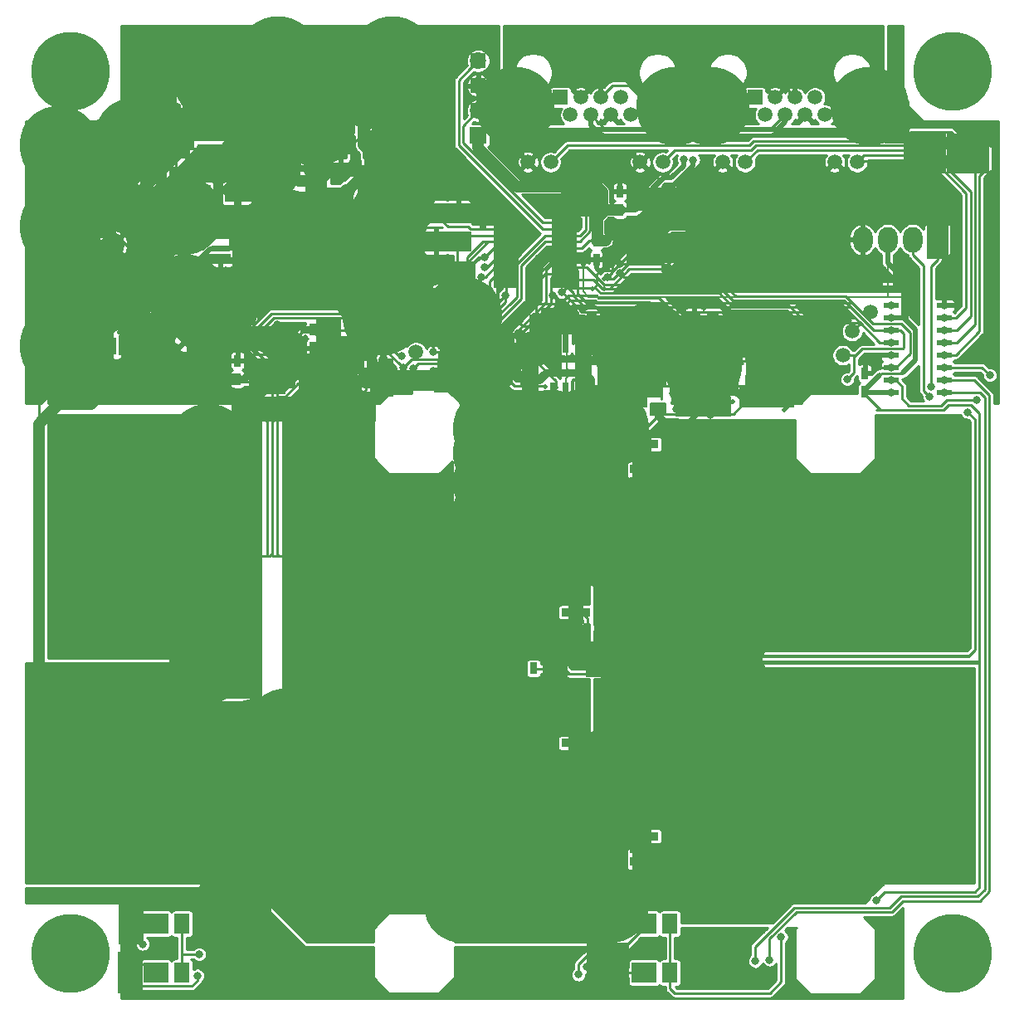
<source format=gbr>
From 3994a2576b073a1c3dc5dd85e95e63add8eb71a4 Mon Sep 17 00:00:00 2001
From: jaseg <git-bigdata-wsl-arch@jaseg.de>
Date: Mon, 18 Apr 2022 16:19:03 +0200
Subject: Update PCBs

---
 driver/gerber/driver-F_Cu.gbr | 50235 ++++++++++++++++++++--------------------
 1 file changed, 25653 insertions(+), 24582 deletions(-)

(limited to 'driver/gerber/driver-F_Cu.gbr')

diff --git a/driver/gerber/driver-F_Cu.gbr b/driver/gerber/driver-F_Cu.gbr
index 5e7c057..f000b33 100644
--- a/driver/gerber/driver-F_Cu.gbr
+++ b/driver/gerber/driver-F_Cu.gbr
@@ -1,24582 +1,25653 @@
-G04 #@! TF.GenerationSoftware,KiCad,Pcbnew,(5.1.0-344-gd281f051e)*
-G04 #@! TF.CreationDate,2019-04-25T22:00:11+09:00*
-G04 #@! TF.ProjectId,driver,64726976-6572-42e6-9b69-6361645f7063,rev?*
-G04 #@! TF.SameCoordinates,Original*
-G04 #@! TF.FileFunction,Copper,L1,Top*
-G04 #@! TF.FilePolarity,Positive*
-%FSLAX46Y46*%
-G04 Gerber Fmt 4.6, Leading zero omitted, Abs format (unit mm)*
-G04 Created by KiCad (PCBNEW (5.1.0-344-gd281f051e)) date 2019-04-25 22:00:11*
-%MOMM*%
-%LPD*%
-G04 APERTURE LIST*
-%ADD10C,1.500000*%
-%ADD11R,0.750000X1.200000*%
-%ADD12R,1.060000X0.650000*%
-%ADD13R,0.600000X1.550000*%
-%ADD14C,0.100000*%
-%ADD15C,0.950000*%
-%ADD16R,0.900000X0.800000*%
-%ADD17R,1.200000X0.750000*%
-%ADD18O,2.000000X2.600000*%
-%ADD19R,2.000000X2.600000*%
-%ADD20R,0.300000X1.400000*%
-%ADD21R,1.450000X0.450000*%
-%ADD22R,3.750000X4.700000*%
-%ADD23R,2.950000X0.850000*%
-%ADD24R,3.000000X0.850000*%
-%ADD25R,2.300000X3.500000*%
-%ADD26R,2.500000X2.100000*%
-%ADD27R,1.500000X2.100000*%
-%ADD28R,2.600000X2.600000*%
-%ADD29C,2.600000*%
-%ADD30R,4.200000X2.400000*%
-%ADD31C,1.425000*%
-%ADD32C,1.525000*%
-%ADD33R,0.650000X1.560000*%
-%ADD34R,2.000000X3.800000*%
-%ADD35R,2.000000X1.500000*%
-%ADD36R,1.800000X2.100000*%
-%ADD37C,8.000000*%
-%ADD38R,1.550000X0.600000*%
-%ADD39C,2.000000*%
-%ADD40R,2.000000X2.000000*%
-%ADD41R,1.700000X1.700000*%
-%ADD42O,1.700000X1.700000*%
-%ADD43R,2.600000X2.000000*%
-%ADD44O,2.600000X2.000000*%
-%ADD45R,1.500000X1.500000*%
-%ADD46R,1.500000X0.600000*%
-%ADD47C,0.800000*%
-%ADD48C,0.500000*%
-%ADD49C,0.800000*%
-%ADD50C,1.200000*%
-%ADD51C,0.250000*%
-%ADD52C,1.800000*%
-%ADD53C,0.254000*%
-G04 APERTURE END LIST*
-D10*
-X156600000Y-84600000D03*
-X153750000Y-89000000D03*
-X154700000Y-86550000D03*
-X113100000Y-87300000D03*
-X110200000Y-88700000D03*
-X108200000Y-87700000D03*
-X136300000Y-86600000D03*
-X135200000Y-93500000D03*
-X119200000Y-88600000D03*
-X78800000Y-66300000D03*
-X82100000Y-84400000D03*
-X72100000Y-71100000D03*
-X86600000Y-87600000D03*
-X87400000Y-67300000D03*
-X104900000Y-66800000D03*
-D11*
-X99700000Y-88250000D03*
-X99700000Y-86350000D03*
-D12*
-X103600000Y-90050000D03*
-X103600000Y-91950000D03*
-X101400000Y-91950000D03*
-X101400000Y-91000000D03*
-X101400000Y-90050000D03*
-D11*
-X92000000Y-91450000D03*
-X92000000Y-89550000D03*
-X131000000Y-72300000D03*
-X131000000Y-74200000D03*
-D13*
-X132845000Y-73050000D03*
-X134115000Y-73050000D03*
-X135385000Y-73050000D03*
-X136655000Y-73050000D03*
-X136655000Y-78450000D03*
-X135385000Y-78450000D03*
-X134115000Y-78450000D03*
-X132845000Y-78450000D03*
-D14*
-G36*
-X159510779Y-63851144D02*
-G01*
-X159533834Y-63854563D01*
-X159556443Y-63860227D01*
-X159578387Y-63868079D01*
-X159599457Y-63878044D01*
-X159619448Y-63890026D01*
-X159638168Y-63903910D01*
-X159655438Y-63919562D01*
-X159671090Y-63936832D01*
-X159684974Y-63955552D01*
-X159696956Y-63975543D01*
-X159706921Y-63996613D01*
-X159714773Y-64018557D01*
-X159720437Y-64041166D01*
-X159723856Y-64064221D01*
-X159725000Y-64087500D01*
-X159725000Y-64662500D01*
-X159723856Y-64685779D01*
-X159720437Y-64708834D01*
-X159714773Y-64731443D01*
-X159706921Y-64753387D01*
-X159696956Y-64774457D01*
-X159684974Y-64794448D01*
-X159671090Y-64813168D01*
-X159655438Y-64830438D01*
-X159638168Y-64846090D01*
-X159619448Y-64859974D01*
-X159599457Y-64871956D01*
-X159578387Y-64881921D01*
-X159556443Y-64889773D01*
-X159533834Y-64895437D01*
-X159510779Y-64898856D01*
-X159487500Y-64900000D01*
-X159012500Y-64900000D01*
-X158989221Y-64898856D01*
-X158966166Y-64895437D01*
-X158943557Y-64889773D01*
-X158921613Y-64881921D01*
-X158900543Y-64871956D01*
-X158880552Y-64859974D01*
-X158861832Y-64846090D01*
-X158844562Y-64830438D01*
-X158828910Y-64813168D01*
-X158815026Y-64794448D01*
-X158803044Y-64774457D01*
-X158793079Y-64753387D01*
-X158785227Y-64731443D01*
-X158779563Y-64708834D01*
-X158776144Y-64685779D01*
-X158775000Y-64662500D01*
-X158775000Y-64087500D01*
-X158776144Y-64064221D01*
-X158779563Y-64041166D01*
-X158785227Y-64018557D01*
-X158793079Y-63996613D01*
-X158803044Y-63975543D01*
-X158815026Y-63955552D01*
-X158828910Y-63936832D01*
-X158844562Y-63919562D01*
-X158861832Y-63903910D01*
-X158880552Y-63890026D01*
-X158900543Y-63878044D01*
-X158921613Y-63868079D01*
-X158943557Y-63860227D01*
-X158966166Y-63854563D01*
-X158989221Y-63851144D01*
-X159012500Y-63850000D01*
-X159487500Y-63850000D01*
-X159510779Y-63851144D01*
-X159510779Y-63851144D01*
-G37*
-D15*
-X159250000Y-64375000D03*
-D14*
-G36*
-X159510779Y-65601144D02*
-G01*
-X159533834Y-65604563D01*
-X159556443Y-65610227D01*
-X159578387Y-65618079D01*
-X159599457Y-65628044D01*
-X159619448Y-65640026D01*
-X159638168Y-65653910D01*
-X159655438Y-65669562D01*
-X159671090Y-65686832D01*
-X159684974Y-65705552D01*
-X159696956Y-65725543D01*
-X159706921Y-65746613D01*
-X159714773Y-65768557D01*
-X159720437Y-65791166D01*
-X159723856Y-65814221D01*
-X159725000Y-65837500D01*
-X159725000Y-66412500D01*
-X159723856Y-66435779D01*
-X159720437Y-66458834D01*
-X159714773Y-66481443D01*
-X159706921Y-66503387D01*
-X159696956Y-66524457D01*
-X159684974Y-66544448D01*
-X159671090Y-66563168D01*
-X159655438Y-66580438D01*
-X159638168Y-66596090D01*
-X159619448Y-66609974D01*
-X159599457Y-66621956D01*
-X159578387Y-66631921D01*
-X159556443Y-66639773D01*
-X159533834Y-66645437D01*
-X159510779Y-66648856D01*
-X159487500Y-66650000D01*
-X159012500Y-66650000D01*
-X158989221Y-66648856D01*
-X158966166Y-66645437D01*
-X158943557Y-66639773D01*
-X158921613Y-66631921D01*
-X158900543Y-66621956D01*
-X158880552Y-66609974D01*
-X158861832Y-66596090D01*
-X158844562Y-66580438D01*
-X158828910Y-66563168D01*
-X158815026Y-66544448D01*
-X158803044Y-66524457D01*
-X158793079Y-66503387D01*
-X158785227Y-66481443D01*
-X158779563Y-66458834D01*
-X158776144Y-66435779D01*
-X158775000Y-66412500D01*
-X158775000Y-65837500D01*
-X158776144Y-65814221D01*
-X158779563Y-65791166D01*
-X158785227Y-65768557D01*
-X158793079Y-65746613D01*
-X158803044Y-65725543D01*
-X158815026Y-65705552D01*
-X158828910Y-65686832D01*
-X158844562Y-65669562D01*
-X158861832Y-65653910D01*
-X158880552Y-65640026D01*
-X158900543Y-65628044D01*
-X158921613Y-65618079D01*
-X158943557Y-65610227D01*
-X158966166Y-65604563D01*
-X158989221Y-65601144D01*
-X159012500Y-65600000D01*
-X159487500Y-65600000D01*
-X159510779Y-65601144D01*
-X159510779Y-65601144D01*
-G37*
-D15*
-X159250000Y-66125000D03*
-D14*
-G36*
-X92935779Y-94026144D02*
-G01*
-X92958834Y-94029563D01*
-X92981443Y-94035227D01*
-X93003387Y-94043079D01*
-X93024457Y-94053044D01*
-X93044448Y-94065026D01*
-X93063168Y-94078910D01*
-X93080438Y-94094562D01*
-X93096090Y-94111832D01*
-X93109974Y-94130552D01*
-X93121956Y-94150543D01*
-X93131921Y-94171613D01*
-X93139773Y-94193557D01*
-X93145437Y-94216166D01*
-X93148856Y-94239221D01*
-X93150000Y-94262500D01*
-X93150000Y-94737500D01*
-X93148856Y-94760779D01*
-X93145437Y-94783834D01*
-X93139773Y-94806443D01*
-X93131921Y-94828387D01*
-X93121956Y-94849457D01*
-X93109974Y-94869448D01*
-X93096090Y-94888168D01*
-X93080438Y-94905438D01*
-X93063168Y-94921090D01*
-X93044448Y-94934974D01*
-X93024457Y-94946956D01*
-X93003387Y-94956921D01*
-X92981443Y-94964773D01*
-X92958834Y-94970437D01*
-X92935779Y-94973856D01*
-X92912500Y-94975000D01*
-X92337500Y-94975000D01*
-X92314221Y-94973856D01*
-X92291166Y-94970437D01*
-X92268557Y-94964773D01*
-X92246613Y-94956921D01*
-X92225543Y-94946956D01*
-X92205552Y-94934974D01*
-X92186832Y-94921090D01*
-X92169562Y-94905438D01*
-X92153910Y-94888168D01*
-X92140026Y-94869448D01*
-X92128044Y-94849457D01*
-X92118079Y-94828387D01*
-X92110227Y-94806443D01*
-X92104563Y-94783834D01*
-X92101144Y-94760779D01*
-X92100000Y-94737500D01*
-X92100000Y-94262500D01*
-X92101144Y-94239221D01*
-X92104563Y-94216166D01*
-X92110227Y-94193557D01*
-X92118079Y-94171613D01*
-X92128044Y-94150543D01*
-X92140026Y-94130552D01*
-X92153910Y-94111832D01*
-X92169562Y-94094562D01*
-X92186832Y-94078910D01*
-X92205552Y-94065026D01*
-X92225543Y-94053044D01*
-X92246613Y-94043079D01*
-X92268557Y-94035227D01*
-X92291166Y-94029563D01*
-X92314221Y-94026144D01*
-X92337500Y-94025000D01*
-X92912500Y-94025000D01*
-X92935779Y-94026144D01*
-X92935779Y-94026144D01*
-G37*
-D15*
-X92625000Y-94500000D03*
-D14*
-G36*
-X94685779Y-94026144D02*
-G01*
-X94708834Y-94029563D01*
-X94731443Y-94035227D01*
-X94753387Y-94043079D01*
-X94774457Y-94053044D01*
-X94794448Y-94065026D01*
-X94813168Y-94078910D01*
-X94830438Y-94094562D01*
-X94846090Y-94111832D01*
-X94859974Y-94130552D01*
-X94871956Y-94150543D01*
-X94881921Y-94171613D01*
-X94889773Y-94193557D01*
-X94895437Y-94216166D01*
-X94898856Y-94239221D01*
-X94900000Y-94262500D01*
-X94900000Y-94737500D01*
-X94898856Y-94760779D01*
-X94895437Y-94783834D01*
-X94889773Y-94806443D01*
-X94881921Y-94828387D01*
-X94871956Y-94849457D01*
-X94859974Y-94869448D01*
-X94846090Y-94888168D01*
-X94830438Y-94905438D01*
-X94813168Y-94921090D01*
-X94794448Y-94934974D01*
-X94774457Y-94946956D01*
-X94753387Y-94956921D01*
-X94731443Y-94964773D01*
-X94708834Y-94970437D01*
-X94685779Y-94973856D01*
-X94662500Y-94975000D01*
-X94087500Y-94975000D01*
-X94064221Y-94973856D01*
-X94041166Y-94970437D01*
-X94018557Y-94964773D01*
-X93996613Y-94956921D01*
-X93975543Y-94946956D01*
-X93955552Y-94934974D01*
-X93936832Y-94921090D01*
-X93919562Y-94905438D01*
-X93903910Y-94888168D01*
-X93890026Y-94869448D01*
-X93878044Y-94849457D01*
-X93868079Y-94828387D01*
-X93860227Y-94806443D01*
-X93854563Y-94783834D01*
-X93851144Y-94760779D01*
-X93850000Y-94737500D01*
-X93850000Y-94262500D01*
-X93851144Y-94239221D01*
-X93854563Y-94216166D01*
-X93860227Y-94193557D01*
-X93868079Y-94171613D01*
-X93878044Y-94150543D01*
-X93890026Y-94130552D01*
-X93903910Y-94111832D01*
-X93919562Y-94094562D01*
-X93936832Y-94078910D01*
-X93955552Y-94065026D01*
-X93975543Y-94053044D01*
-X93996613Y-94043079D01*
-X94018557Y-94035227D01*
-X94041166Y-94029563D01*
-X94064221Y-94026144D01*
-X94087500Y-94025000D01*
-X94662500Y-94025000D01*
-X94685779Y-94026144D01*
-X94685779Y-94026144D01*
-G37*
-D15*
-X94375000Y-94500000D03*
-D14*
-G36*
-X96435779Y-94026144D02*
-G01*
-X96458834Y-94029563D01*
-X96481443Y-94035227D01*
-X96503387Y-94043079D01*
-X96524457Y-94053044D01*
-X96544448Y-94065026D01*
-X96563168Y-94078910D01*
-X96580438Y-94094562D01*
-X96596090Y-94111832D01*
-X96609974Y-94130552D01*
-X96621956Y-94150543D01*
-X96631921Y-94171613D01*
-X96639773Y-94193557D01*
-X96645437Y-94216166D01*
-X96648856Y-94239221D01*
-X96650000Y-94262500D01*
-X96650000Y-94737500D01*
-X96648856Y-94760779D01*
-X96645437Y-94783834D01*
-X96639773Y-94806443D01*
-X96631921Y-94828387D01*
-X96621956Y-94849457D01*
-X96609974Y-94869448D01*
-X96596090Y-94888168D01*
-X96580438Y-94905438D01*
-X96563168Y-94921090D01*
-X96544448Y-94934974D01*
-X96524457Y-94946956D01*
-X96503387Y-94956921D01*
-X96481443Y-94964773D01*
-X96458834Y-94970437D01*
-X96435779Y-94973856D01*
-X96412500Y-94975000D01*
-X95837500Y-94975000D01*
-X95814221Y-94973856D01*
-X95791166Y-94970437D01*
-X95768557Y-94964773D01*
-X95746613Y-94956921D01*
-X95725543Y-94946956D01*
-X95705552Y-94934974D01*
-X95686832Y-94921090D01*
-X95669562Y-94905438D01*
-X95653910Y-94888168D01*
-X95640026Y-94869448D01*
-X95628044Y-94849457D01*
-X95618079Y-94828387D01*
-X95610227Y-94806443D01*
-X95604563Y-94783834D01*
-X95601144Y-94760779D01*
-X95600000Y-94737500D01*
-X95600000Y-94262500D01*
-X95601144Y-94239221D01*
-X95604563Y-94216166D01*
-X95610227Y-94193557D01*
-X95618079Y-94171613D01*
-X95628044Y-94150543D01*
-X95640026Y-94130552D01*
-X95653910Y-94111832D01*
-X95669562Y-94094562D01*
-X95686832Y-94078910D01*
-X95705552Y-94065026D01*
-X95725543Y-94053044D01*
-X95746613Y-94043079D01*
-X95768557Y-94035227D01*
-X95791166Y-94029563D01*
-X95814221Y-94026144D01*
-X95837500Y-94025000D01*
-X96412500Y-94025000D01*
-X96435779Y-94026144D01*
-X96435779Y-94026144D01*
-G37*
-D15*
-X96125000Y-94500000D03*
-D14*
-G36*
-X98185779Y-94026144D02*
-G01*
-X98208834Y-94029563D01*
-X98231443Y-94035227D01*
-X98253387Y-94043079D01*
-X98274457Y-94053044D01*
-X98294448Y-94065026D01*
-X98313168Y-94078910D01*
-X98330438Y-94094562D01*
-X98346090Y-94111832D01*
-X98359974Y-94130552D01*
-X98371956Y-94150543D01*
-X98381921Y-94171613D01*
-X98389773Y-94193557D01*
-X98395437Y-94216166D01*
-X98398856Y-94239221D01*
-X98400000Y-94262500D01*
-X98400000Y-94737500D01*
-X98398856Y-94760779D01*
-X98395437Y-94783834D01*
-X98389773Y-94806443D01*
-X98381921Y-94828387D01*
-X98371956Y-94849457D01*
-X98359974Y-94869448D01*
-X98346090Y-94888168D01*
-X98330438Y-94905438D01*
-X98313168Y-94921090D01*
-X98294448Y-94934974D01*
-X98274457Y-94946956D01*
-X98253387Y-94956921D01*
-X98231443Y-94964773D01*
-X98208834Y-94970437D01*
-X98185779Y-94973856D01*
-X98162500Y-94975000D01*
-X97587500Y-94975000D01*
-X97564221Y-94973856D01*
-X97541166Y-94970437D01*
-X97518557Y-94964773D01*
-X97496613Y-94956921D01*
-X97475543Y-94946956D01*
-X97455552Y-94934974D01*
-X97436832Y-94921090D01*
-X97419562Y-94905438D01*
-X97403910Y-94888168D01*
-X97390026Y-94869448D01*
-X97378044Y-94849457D01*
-X97368079Y-94828387D01*
-X97360227Y-94806443D01*
-X97354563Y-94783834D01*
-X97351144Y-94760779D01*
-X97350000Y-94737500D01*
-X97350000Y-94262500D01*
-X97351144Y-94239221D01*
-X97354563Y-94216166D01*
-X97360227Y-94193557D01*
-X97368079Y-94171613D01*
-X97378044Y-94150543D01*
-X97390026Y-94130552D01*
-X97403910Y-94111832D01*
-X97419562Y-94094562D01*
-X97436832Y-94078910D01*
-X97455552Y-94065026D01*
-X97475543Y-94053044D01*
-X97496613Y-94043079D01*
-X97518557Y-94035227D01*
-X97541166Y-94029563D01*
-X97564221Y-94026144D01*
-X97587500Y-94025000D01*
-X98162500Y-94025000D01*
-X98185779Y-94026144D01*
-X98185779Y-94026144D01*
-G37*
-D15*
-X97875000Y-94500000D03*
-D14*
-G36*
-X99760779Y-91351144D02*
-G01*
-X99783834Y-91354563D01*
-X99806443Y-91360227D01*
-X99828387Y-91368079D01*
-X99849457Y-91378044D01*
-X99869448Y-91390026D01*
-X99888168Y-91403910D01*
-X99905438Y-91419562D01*
-X99921090Y-91436832D01*
-X99934974Y-91455552D01*
-X99946956Y-91475543D01*
-X99956921Y-91496613D01*
-X99964773Y-91518557D01*
-X99970437Y-91541166D01*
-X99973856Y-91564221D01*
-X99975000Y-91587500D01*
-X99975000Y-92162500D01*
-X99973856Y-92185779D01*
-X99970437Y-92208834D01*
-X99964773Y-92231443D01*
-X99956921Y-92253387D01*
-X99946956Y-92274457D01*
-X99934974Y-92294448D01*
-X99921090Y-92313168D01*
-X99905438Y-92330438D01*
-X99888168Y-92346090D01*
-X99869448Y-92359974D01*
-X99849457Y-92371956D01*
-X99828387Y-92381921D01*
-X99806443Y-92389773D01*
-X99783834Y-92395437D01*
-X99760779Y-92398856D01*
-X99737500Y-92400000D01*
-X99262500Y-92400000D01*
-X99239221Y-92398856D01*
-X99216166Y-92395437D01*
-X99193557Y-92389773D01*
-X99171613Y-92381921D01*
-X99150543Y-92371956D01*
-X99130552Y-92359974D01*
-X99111832Y-92346090D01*
-X99094562Y-92330438D01*
-X99078910Y-92313168D01*
-X99065026Y-92294448D01*
-X99053044Y-92274457D01*
-X99043079Y-92253387D01*
-X99035227Y-92231443D01*
-X99029563Y-92208834D01*
-X99026144Y-92185779D01*
-X99025000Y-92162500D01*
-X99025000Y-91587500D01*
-X99026144Y-91564221D01*
-X99029563Y-91541166D01*
-X99035227Y-91518557D01*
-X99043079Y-91496613D01*
-X99053044Y-91475543D01*
-X99065026Y-91455552D01*
-X99078910Y-91436832D01*
-X99094562Y-91419562D01*
-X99111832Y-91403910D01*
-X99130552Y-91390026D01*
-X99150543Y-91378044D01*
-X99171613Y-91368079D01*
-X99193557Y-91360227D01*
-X99216166Y-91354563D01*
-X99239221Y-91351144D01*
-X99262500Y-91350000D01*
-X99737500Y-91350000D01*
-X99760779Y-91351144D01*
-X99760779Y-91351144D01*
-G37*
-D15*
-X99500000Y-91875000D03*
-D14*
-G36*
-X99760779Y-89601144D02*
-G01*
-X99783834Y-89604563D01*
-X99806443Y-89610227D01*
-X99828387Y-89618079D01*
-X99849457Y-89628044D01*
-X99869448Y-89640026D01*
-X99888168Y-89653910D01*
-X99905438Y-89669562D01*
-X99921090Y-89686832D01*
-X99934974Y-89705552D01*
-X99946956Y-89725543D01*
-X99956921Y-89746613D01*
-X99964773Y-89768557D01*
-X99970437Y-89791166D01*
-X99973856Y-89814221D01*
-X99975000Y-89837500D01*
-X99975000Y-90412500D01*
-X99973856Y-90435779D01*
-X99970437Y-90458834D01*
-X99964773Y-90481443D01*
-X99956921Y-90503387D01*
-X99946956Y-90524457D01*
-X99934974Y-90544448D01*
-X99921090Y-90563168D01*
-X99905438Y-90580438D01*
-X99888168Y-90596090D01*
-X99869448Y-90609974D01*
-X99849457Y-90621956D01*
-X99828387Y-90631921D01*
-X99806443Y-90639773D01*
-X99783834Y-90645437D01*
-X99760779Y-90648856D01*
-X99737500Y-90650000D01*
-X99262500Y-90650000D01*
-X99239221Y-90648856D01*
-X99216166Y-90645437D01*
-X99193557Y-90639773D01*
-X99171613Y-90631921D01*
-X99150543Y-90621956D01*
-X99130552Y-90609974D01*
-X99111832Y-90596090D01*
-X99094562Y-90580438D01*
-X99078910Y-90563168D01*
-X99065026Y-90544448D01*
-X99053044Y-90524457D01*
-X99043079Y-90503387D01*
-X99035227Y-90481443D01*
-X99029563Y-90458834D01*
-X99026144Y-90435779D01*
-X99025000Y-90412500D01*
-X99025000Y-89837500D01*
-X99026144Y-89814221D01*
-X99029563Y-89791166D01*
-X99035227Y-89768557D01*
-X99043079Y-89746613D01*
-X99053044Y-89725543D01*
-X99065026Y-89705552D01*
-X99078910Y-89686832D01*
-X99094562Y-89669562D01*
-X99111832Y-89653910D01*
-X99130552Y-89640026D01*
-X99150543Y-89628044D01*
-X99171613Y-89618079D01*
-X99193557Y-89610227D01*
-X99216166Y-89604563D01*
-X99239221Y-89601144D01*
-X99262500Y-89600000D01*
-X99737500Y-89600000D01*
-X99760779Y-89601144D01*
-X99760779Y-89601144D01*
-G37*
-D15*
-X99500000Y-90125000D03*
-D14*
-G36*
-X105185779Y-94026144D02*
-G01*
-X105208834Y-94029563D01*
-X105231443Y-94035227D01*
-X105253387Y-94043079D01*
-X105274457Y-94053044D01*
-X105294448Y-94065026D01*
-X105313168Y-94078910D01*
-X105330438Y-94094562D01*
-X105346090Y-94111832D01*
-X105359974Y-94130552D01*
-X105371956Y-94150543D01*
-X105381921Y-94171613D01*
-X105389773Y-94193557D01*
-X105395437Y-94216166D01*
-X105398856Y-94239221D01*
-X105400000Y-94262500D01*
-X105400000Y-94737500D01*
-X105398856Y-94760779D01*
-X105395437Y-94783834D01*
-X105389773Y-94806443D01*
-X105381921Y-94828387D01*
-X105371956Y-94849457D01*
-X105359974Y-94869448D01*
-X105346090Y-94888168D01*
-X105330438Y-94905438D01*
-X105313168Y-94921090D01*
-X105294448Y-94934974D01*
-X105274457Y-94946956D01*
-X105253387Y-94956921D01*
-X105231443Y-94964773D01*
-X105208834Y-94970437D01*
-X105185779Y-94973856D01*
-X105162500Y-94975000D01*
-X104587500Y-94975000D01*
-X104564221Y-94973856D01*
-X104541166Y-94970437D01*
-X104518557Y-94964773D01*
-X104496613Y-94956921D01*
-X104475543Y-94946956D01*
-X104455552Y-94934974D01*
-X104436832Y-94921090D01*
-X104419562Y-94905438D01*
-X104403910Y-94888168D01*
-X104390026Y-94869448D01*
-X104378044Y-94849457D01*
-X104368079Y-94828387D01*
-X104360227Y-94806443D01*
-X104354563Y-94783834D01*
-X104351144Y-94760779D01*
-X104350000Y-94737500D01*
-X104350000Y-94262500D01*
-X104351144Y-94239221D01*
-X104354563Y-94216166D01*
-X104360227Y-94193557D01*
-X104368079Y-94171613D01*
-X104378044Y-94150543D01*
-X104390026Y-94130552D01*
-X104403910Y-94111832D01*
-X104419562Y-94094562D01*
-X104436832Y-94078910D01*
-X104455552Y-94065026D01*
-X104475543Y-94053044D01*
-X104496613Y-94043079D01*
-X104518557Y-94035227D01*
-X104541166Y-94029563D01*
-X104564221Y-94026144D01*
-X104587500Y-94025000D01*
-X105162500Y-94025000D01*
-X105185779Y-94026144D01*
-X105185779Y-94026144D01*
-G37*
-D15*
-X104875000Y-94500000D03*
-D14*
-G36*
-X103435779Y-94026144D02*
-G01*
-X103458834Y-94029563D01*
-X103481443Y-94035227D01*
-X103503387Y-94043079D01*
-X103524457Y-94053044D01*
-X103544448Y-94065026D01*
-X103563168Y-94078910D01*
-X103580438Y-94094562D01*
-X103596090Y-94111832D01*
-X103609974Y-94130552D01*
-X103621956Y-94150543D01*
-X103631921Y-94171613D01*
-X103639773Y-94193557D01*
-X103645437Y-94216166D01*
-X103648856Y-94239221D01*
-X103650000Y-94262500D01*
-X103650000Y-94737500D01*
-X103648856Y-94760779D01*
-X103645437Y-94783834D01*
-X103639773Y-94806443D01*
-X103631921Y-94828387D01*
-X103621956Y-94849457D01*
-X103609974Y-94869448D01*
-X103596090Y-94888168D01*
-X103580438Y-94905438D01*
-X103563168Y-94921090D01*
-X103544448Y-94934974D01*
-X103524457Y-94946956D01*
-X103503387Y-94956921D01*
-X103481443Y-94964773D01*
-X103458834Y-94970437D01*
-X103435779Y-94973856D01*
-X103412500Y-94975000D01*
-X102837500Y-94975000D01*
-X102814221Y-94973856D01*
-X102791166Y-94970437D01*
-X102768557Y-94964773D01*
-X102746613Y-94956921D01*
-X102725543Y-94946956D01*
-X102705552Y-94934974D01*
-X102686832Y-94921090D01*
-X102669562Y-94905438D01*
-X102653910Y-94888168D01*
-X102640026Y-94869448D01*
-X102628044Y-94849457D01*
-X102618079Y-94828387D01*
-X102610227Y-94806443D01*
-X102604563Y-94783834D01*
-X102601144Y-94760779D01*
-X102600000Y-94737500D01*
-X102600000Y-94262500D01*
-X102601144Y-94239221D01*
-X102604563Y-94216166D01*
-X102610227Y-94193557D01*
-X102618079Y-94171613D01*
-X102628044Y-94150543D01*
-X102640026Y-94130552D01*
-X102653910Y-94111832D01*
-X102669562Y-94094562D01*
-X102686832Y-94078910D01*
-X102705552Y-94065026D01*
-X102725543Y-94053044D01*
-X102746613Y-94043079D01*
-X102768557Y-94035227D01*
-X102791166Y-94029563D01*
-X102814221Y-94026144D01*
-X102837500Y-94025000D01*
-X103412500Y-94025000D01*
-X103435779Y-94026144D01*
-X103435779Y-94026144D01*
-G37*
-D15*
-X103125000Y-94500000D03*
-D14*
-G36*
-X101685779Y-94026144D02*
-G01*
-X101708834Y-94029563D01*
-X101731443Y-94035227D01*
-X101753387Y-94043079D01*
-X101774457Y-94053044D01*
-X101794448Y-94065026D01*
-X101813168Y-94078910D01*
-X101830438Y-94094562D01*
-X101846090Y-94111832D01*
-X101859974Y-94130552D01*
-X101871956Y-94150543D01*
-X101881921Y-94171613D01*
-X101889773Y-94193557D01*
-X101895437Y-94216166D01*
-X101898856Y-94239221D01*
-X101900000Y-94262500D01*
-X101900000Y-94737500D01*
-X101898856Y-94760779D01*
-X101895437Y-94783834D01*
-X101889773Y-94806443D01*
-X101881921Y-94828387D01*
-X101871956Y-94849457D01*
-X101859974Y-94869448D01*
-X101846090Y-94888168D01*
-X101830438Y-94905438D01*
-X101813168Y-94921090D01*
-X101794448Y-94934974D01*
-X101774457Y-94946956D01*
-X101753387Y-94956921D01*
-X101731443Y-94964773D01*
-X101708834Y-94970437D01*
-X101685779Y-94973856D01*
-X101662500Y-94975000D01*
-X101087500Y-94975000D01*
-X101064221Y-94973856D01*
-X101041166Y-94970437D01*
-X101018557Y-94964773D01*
-X100996613Y-94956921D01*
-X100975543Y-94946956D01*
-X100955552Y-94934974D01*
-X100936832Y-94921090D01*
-X100919562Y-94905438D01*
-X100903910Y-94888168D01*
-X100890026Y-94869448D01*
-X100878044Y-94849457D01*
-X100868079Y-94828387D01*
-X100860227Y-94806443D01*
-X100854563Y-94783834D01*
-X100851144Y-94760779D01*
-X100850000Y-94737500D01*
-X100850000Y-94262500D01*
-X100851144Y-94239221D01*
-X100854563Y-94216166D01*
-X100860227Y-94193557D01*
-X100868079Y-94171613D01*
-X100878044Y-94150543D01*
-X100890026Y-94130552D01*
-X100903910Y-94111832D01*
-X100919562Y-94094562D01*
-X100936832Y-94078910D01*
-X100955552Y-94065026D01*
-X100975543Y-94053044D01*
-X100996613Y-94043079D01*
-X101018557Y-94035227D01*
-X101041166Y-94029563D01*
-X101064221Y-94026144D01*
-X101087500Y-94025000D01*
-X101662500Y-94025000D01*
-X101685779Y-94026144D01*
-X101685779Y-94026144D01*
-G37*
-D15*
-X101375000Y-94500000D03*
-D14*
-G36*
-X99935779Y-94026144D02*
-G01*
-X99958834Y-94029563D01*
-X99981443Y-94035227D01*
-X100003387Y-94043079D01*
-X100024457Y-94053044D01*
-X100044448Y-94065026D01*
-X100063168Y-94078910D01*
-X100080438Y-94094562D01*
-X100096090Y-94111832D01*
-X100109974Y-94130552D01*
-X100121956Y-94150543D01*
-X100131921Y-94171613D01*
-X100139773Y-94193557D01*
-X100145437Y-94216166D01*
-X100148856Y-94239221D01*
-X100150000Y-94262500D01*
-X100150000Y-94737500D01*
-X100148856Y-94760779D01*
-X100145437Y-94783834D01*
-X100139773Y-94806443D01*
-X100131921Y-94828387D01*
-X100121956Y-94849457D01*
-X100109974Y-94869448D01*
-X100096090Y-94888168D01*
-X100080438Y-94905438D01*
-X100063168Y-94921090D01*
-X100044448Y-94934974D01*
-X100024457Y-94946956D01*
-X100003387Y-94956921D01*
-X99981443Y-94964773D01*
-X99958834Y-94970437D01*
-X99935779Y-94973856D01*
-X99912500Y-94975000D01*
-X99337500Y-94975000D01*
-X99314221Y-94973856D01*
-X99291166Y-94970437D01*
-X99268557Y-94964773D01*
-X99246613Y-94956921D01*
-X99225543Y-94946956D01*
-X99205552Y-94934974D01*
-X99186832Y-94921090D01*
-X99169562Y-94905438D01*
-X99153910Y-94888168D01*
-X99140026Y-94869448D01*
-X99128044Y-94849457D01*
-X99118079Y-94828387D01*
-X99110227Y-94806443D01*
-X99104563Y-94783834D01*
-X99101144Y-94760779D01*
-X99100000Y-94737500D01*
-X99100000Y-94262500D01*
-X99101144Y-94239221D01*
-X99104563Y-94216166D01*
-X99110227Y-94193557D01*
-X99118079Y-94171613D01*
-X99128044Y-94150543D01*
-X99140026Y-94130552D01*
-X99153910Y-94111832D01*
-X99169562Y-94094562D01*
-X99186832Y-94078910D01*
-X99205552Y-94065026D01*
-X99225543Y-94053044D01*
-X99246613Y-94043079D01*
-X99268557Y-94035227D01*
-X99291166Y-94029563D01*
-X99314221Y-94026144D01*
-X99337500Y-94025000D01*
-X99912500Y-94025000D01*
-X99935779Y-94026144D01*
-X99935779Y-94026144D01*
-G37*
-D15*
-X99625000Y-94500000D03*
-D14*
-G36*
-X105085779Y-87826144D02*
-G01*
-X105108834Y-87829563D01*
-X105131443Y-87835227D01*
-X105153387Y-87843079D01*
-X105174457Y-87853044D01*
-X105194448Y-87865026D01*
-X105213168Y-87878910D01*
-X105230438Y-87894562D01*
-X105246090Y-87911832D01*
-X105259974Y-87930552D01*
-X105271956Y-87950543D01*
-X105281921Y-87971613D01*
-X105289773Y-87993557D01*
-X105295437Y-88016166D01*
-X105298856Y-88039221D01*
-X105300000Y-88062500D01*
-X105300000Y-88537500D01*
-X105298856Y-88560779D01*
-X105295437Y-88583834D01*
-X105289773Y-88606443D01*
-X105281921Y-88628387D01*
-X105271956Y-88649457D01*
-X105259974Y-88669448D01*
-X105246090Y-88688168D01*
-X105230438Y-88705438D01*
-X105213168Y-88721090D01*
-X105194448Y-88734974D01*
-X105174457Y-88746956D01*
-X105153387Y-88756921D01*
-X105131443Y-88764773D01*
-X105108834Y-88770437D01*
-X105085779Y-88773856D01*
-X105062500Y-88775000D01*
-X104487500Y-88775000D01*
-X104464221Y-88773856D01*
-X104441166Y-88770437D01*
-X104418557Y-88764773D01*
-X104396613Y-88756921D01*
-X104375543Y-88746956D01*
-X104355552Y-88734974D01*
-X104336832Y-88721090D01*
-X104319562Y-88705438D01*
-X104303910Y-88688168D01*
-X104290026Y-88669448D01*
-X104278044Y-88649457D01*
-X104268079Y-88628387D01*
-X104260227Y-88606443D01*
-X104254563Y-88583834D01*
-X104251144Y-88560779D01*
-X104250000Y-88537500D01*
-X104250000Y-88062500D01*
-X104251144Y-88039221D01*
-X104254563Y-88016166D01*
-X104260227Y-87993557D01*
-X104268079Y-87971613D01*
-X104278044Y-87950543D01*
-X104290026Y-87930552D01*
-X104303910Y-87911832D01*
-X104319562Y-87894562D01*
-X104336832Y-87878910D01*
-X104355552Y-87865026D01*
-X104375543Y-87853044D01*
-X104396613Y-87843079D01*
-X104418557Y-87835227D01*
-X104441166Y-87829563D01*
-X104464221Y-87826144D01*
-X104487500Y-87825000D01*
-X105062500Y-87825000D01*
-X105085779Y-87826144D01*
-X105085779Y-87826144D01*
-G37*
-D15*
-X104775000Y-88300000D03*
-D14*
-G36*
-X103335779Y-87826144D02*
-G01*
-X103358834Y-87829563D01*
-X103381443Y-87835227D01*
-X103403387Y-87843079D01*
-X103424457Y-87853044D01*
-X103444448Y-87865026D01*
-X103463168Y-87878910D01*
-X103480438Y-87894562D01*
-X103496090Y-87911832D01*
-X103509974Y-87930552D01*
-X103521956Y-87950543D01*
-X103531921Y-87971613D01*
-X103539773Y-87993557D01*
-X103545437Y-88016166D01*
-X103548856Y-88039221D01*
-X103550000Y-88062500D01*
-X103550000Y-88537500D01*
-X103548856Y-88560779D01*
-X103545437Y-88583834D01*
-X103539773Y-88606443D01*
-X103531921Y-88628387D01*
-X103521956Y-88649457D01*
-X103509974Y-88669448D01*
-X103496090Y-88688168D01*
-X103480438Y-88705438D01*
-X103463168Y-88721090D01*
-X103444448Y-88734974D01*
-X103424457Y-88746956D01*
-X103403387Y-88756921D01*
-X103381443Y-88764773D01*
-X103358834Y-88770437D01*
-X103335779Y-88773856D01*
-X103312500Y-88775000D01*
-X102737500Y-88775000D01*
-X102714221Y-88773856D01*
-X102691166Y-88770437D01*
-X102668557Y-88764773D01*
-X102646613Y-88756921D01*
-X102625543Y-88746956D01*
-X102605552Y-88734974D01*
-X102586832Y-88721090D01*
-X102569562Y-88705438D01*
-X102553910Y-88688168D01*
-X102540026Y-88669448D01*
-X102528044Y-88649457D01*
-X102518079Y-88628387D01*
-X102510227Y-88606443D01*
-X102504563Y-88583834D01*
-X102501144Y-88560779D01*
-X102500000Y-88537500D01*
-X102500000Y-88062500D01*
-X102501144Y-88039221D01*
-X102504563Y-88016166D01*
-X102510227Y-87993557D01*
-X102518079Y-87971613D01*
-X102528044Y-87950543D01*
-X102540026Y-87930552D01*
-X102553910Y-87911832D01*
-X102569562Y-87894562D01*
-X102586832Y-87878910D01*
-X102605552Y-87865026D01*
-X102625543Y-87853044D01*
-X102646613Y-87843079D01*
-X102668557Y-87835227D01*
-X102691166Y-87829563D01*
-X102714221Y-87826144D01*
-X102737500Y-87825000D01*
-X103312500Y-87825000D01*
-X103335779Y-87826144D01*
-X103335779Y-87826144D01*
-G37*
-D15*
-X103025000Y-88300000D03*
-D14*
-G36*
-X101560779Y-85901144D02*
-G01*
-X101583834Y-85904563D01*
-X101606443Y-85910227D01*
-X101628387Y-85918079D01*
-X101649457Y-85928044D01*
-X101669448Y-85940026D01*
-X101688168Y-85953910D01*
-X101705438Y-85969562D01*
-X101721090Y-85986832D01*
-X101734974Y-86005552D01*
-X101746956Y-86025543D01*
-X101756921Y-86046613D01*
-X101764773Y-86068557D01*
-X101770437Y-86091166D01*
-X101773856Y-86114221D01*
-X101775000Y-86137500D01*
-X101775000Y-86712500D01*
-X101773856Y-86735779D01*
-X101770437Y-86758834D01*
-X101764773Y-86781443D01*
-X101756921Y-86803387D01*
-X101746956Y-86824457D01*
-X101734974Y-86844448D01*
-X101721090Y-86863168D01*
-X101705438Y-86880438D01*
-X101688168Y-86896090D01*
-X101669448Y-86909974D01*
-X101649457Y-86921956D01*
-X101628387Y-86931921D01*
-X101606443Y-86939773D01*
-X101583834Y-86945437D01*
-X101560779Y-86948856D01*
-X101537500Y-86950000D01*
-X101062500Y-86950000D01*
-X101039221Y-86948856D01*
-X101016166Y-86945437D01*
-X100993557Y-86939773D01*
-X100971613Y-86931921D01*
-X100950543Y-86921956D01*
-X100930552Y-86909974D01*
-X100911832Y-86896090D01*
-X100894562Y-86880438D01*
-X100878910Y-86863168D01*
-X100865026Y-86844448D01*
-X100853044Y-86824457D01*
-X100843079Y-86803387D01*
-X100835227Y-86781443D01*
-X100829563Y-86758834D01*
-X100826144Y-86735779D01*
-X100825000Y-86712500D01*
-X100825000Y-86137500D01*
-X100826144Y-86114221D01*
-X100829563Y-86091166D01*
-X100835227Y-86068557D01*
-X100843079Y-86046613D01*
-X100853044Y-86025543D01*
-X100865026Y-86005552D01*
-X100878910Y-85986832D01*
-X100894562Y-85969562D01*
-X100911832Y-85953910D01*
-X100930552Y-85940026D01*
-X100950543Y-85928044D01*
-X100971613Y-85918079D01*
-X100993557Y-85910227D01*
-X101016166Y-85904563D01*
-X101039221Y-85901144D01*
-X101062500Y-85900000D01*
-X101537500Y-85900000D01*
-X101560779Y-85901144D01*
-X101560779Y-85901144D01*
-G37*
-D15*
-X101300000Y-86425000D03*
-D14*
-G36*
-X101560779Y-87651144D02*
-G01*
-X101583834Y-87654563D01*
-X101606443Y-87660227D01*
-X101628387Y-87668079D01*
-X101649457Y-87678044D01*
-X101669448Y-87690026D01*
-X101688168Y-87703910D01*
-X101705438Y-87719562D01*
-X101721090Y-87736832D01*
-X101734974Y-87755552D01*
-X101746956Y-87775543D01*
-X101756921Y-87796613D01*
-X101764773Y-87818557D01*
-X101770437Y-87841166D01*
-X101773856Y-87864221D01*
-X101775000Y-87887500D01*
-X101775000Y-88462500D01*
-X101773856Y-88485779D01*
-X101770437Y-88508834D01*
-X101764773Y-88531443D01*
-X101756921Y-88553387D01*
-X101746956Y-88574457D01*
-X101734974Y-88594448D01*
-X101721090Y-88613168D01*
-X101705438Y-88630438D01*
-X101688168Y-88646090D01*
-X101669448Y-88659974D01*
-X101649457Y-88671956D01*
-X101628387Y-88681921D01*
-X101606443Y-88689773D01*
-X101583834Y-88695437D01*
-X101560779Y-88698856D01*
-X101537500Y-88700000D01*
-X101062500Y-88700000D01*
-X101039221Y-88698856D01*
-X101016166Y-88695437D01*
-X100993557Y-88689773D01*
-X100971613Y-88681921D01*
-X100950543Y-88671956D01*
-X100930552Y-88659974D01*
-X100911832Y-88646090D01*
-X100894562Y-88630438D01*
-X100878910Y-88613168D01*
-X100865026Y-88594448D01*
-X100853044Y-88574457D01*
-X100843079Y-88553387D01*
-X100835227Y-88531443D01*
-X100829563Y-88508834D01*
-X100826144Y-88485779D01*
-X100825000Y-88462500D01*
-X100825000Y-87887500D01*
-X100826144Y-87864221D01*
-X100829563Y-87841166D01*
-X100835227Y-87818557D01*
-X100843079Y-87796613D01*
-X100853044Y-87775543D01*
-X100865026Y-87755552D01*
-X100878910Y-87736832D01*
-X100894562Y-87719562D01*
-X100911832Y-87703910D01*
-X100930552Y-87690026D01*
-X100950543Y-87678044D01*
-X100971613Y-87668079D01*
-X100993557Y-87660227D01*
-X101016166Y-87654563D01*
-X101039221Y-87651144D01*
-X101062500Y-87650000D01*
-X101537500Y-87650000D01*
-X101560779Y-87651144D01*
-X101560779Y-87651144D01*
-G37*
-D15*
-X101300000Y-88175000D03*
-D14*
-G36*
-X134260779Y-89801144D02*
-G01*
-X134283834Y-89804563D01*
-X134306443Y-89810227D01*
-X134328387Y-89818079D01*
-X134349457Y-89828044D01*
-X134369448Y-89840026D01*
-X134388168Y-89853910D01*
-X134405438Y-89869562D01*
-X134421090Y-89886832D01*
-X134434974Y-89905552D01*
-X134446956Y-89925543D01*
-X134456921Y-89946613D01*
-X134464773Y-89968557D01*
-X134470437Y-89991166D01*
-X134473856Y-90014221D01*
-X134475000Y-90037500D01*
-X134475000Y-90612500D01*
-X134473856Y-90635779D01*
-X134470437Y-90658834D01*
-X134464773Y-90681443D01*
-X134456921Y-90703387D01*
-X134446956Y-90724457D01*
-X134434974Y-90744448D01*
-X134421090Y-90763168D01*
-X134405438Y-90780438D01*
-X134388168Y-90796090D01*
-X134369448Y-90809974D01*
-X134349457Y-90821956D01*
-X134328387Y-90831921D01*
-X134306443Y-90839773D01*
-X134283834Y-90845437D01*
-X134260779Y-90848856D01*
-X134237500Y-90850000D01*
-X133762500Y-90850000D01*
-X133739221Y-90848856D01*
-X133716166Y-90845437D01*
-X133693557Y-90839773D01*
-X133671613Y-90831921D01*
-X133650543Y-90821956D01*
-X133630552Y-90809974D01*
-X133611832Y-90796090D01*
-X133594562Y-90780438D01*
-X133578910Y-90763168D01*
-X133565026Y-90744448D01*
-X133553044Y-90724457D01*
-X133543079Y-90703387D01*
-X133535227Y-90681443D01*
-X133529563Y-90658834D01*
-X133526144Y-90635779D01*
-X133525000Y-90612500D01*
-X133525000Y-90037500D01*
-X133526144Y-90014221D01*
-X133529563Y-89991166D01*
-X133535227Y-89968557D01*
-X133543079Y-89946613D01*
-X133553044Y-89925543D01*
-X133565026Y-89905552D01*
-X133578910Y-89886832D01*
-X133594562Y-89869562D01*
-X133611832Y-89853910D01*
-X133630552Y-89840026D01*
-X133650543Y-89828044D01*
-X133671613Y-89818079D01*
-X133693557Y-89810227D01*
-X133716166Y-89804563D01*
-X133739221Y-89801144D01*
-X133762500Y-89800000D01*
-X134237500Y-89800000D01*
-X134260779Y-89801144D01*
-X134260779Y-89801144D01*
-G37*
-D15*
-X134000000Y-90325000D03*
-D14*
-G36*
-X134260779Y-91551144D02*
-G01*
-X134283834Y-91554563D01*
-X134306443Y-91560227D01*
-X134328387Y-91568079D01*
-X134349457Y-91578044D01*
-X134369448Y-91590026D01*
-X134388168Y-91603910D01*
-X134405438Y-91619562D01*
-X134421090Y-91636832D01*
-X134434974Y-91655552D01*
-X134446956Y-91675543D01*
-X134456921Y-91696613D01*
-X134464773Y-91718557D01*
-X134470437Y-91741166D01*
-X134473856Y-91764221D01*
-X134475000Y-91787500D01*
-X134475000Y-92362500D01*
-X134473856Y-92385779D01*
-X134470437Y-92408834D01*
-X134464773Y-92431443D01*
-X134456921Y-92453387D01*
-X134446956Y-92474457D01*
-X134434974Y-92494448D01*
-X134421090Y-92513168D01*
-X134405438Y-92530438D01*
-X134388168Y-92546090D01*
-X134369448Y-92559974D01*
-X134349457Y-92571956D01*
-X134328387Y-92581921D01*
-X134306443Y-92589773D01*
-X134283834Y-92595437D01*
-X134260779Y-92598856D01*
-X134237500Y-92600000D01*
-X133762500Y-92600000D01*
-X133739221Y-92598856D01*
-X133716166Y-92595437D01*
-X133693557Y-92589773D01*
-X133671613Y-92581921D01*
-X133650543Y-92571956D01*
-X133630552Y-92559974D01*
-X133611832Y-92546090D01*
-X133594562Y-92530438D01*
-X133578910Y-92513168D01*
-X133565026Y-92494448D01*
-X133553044Y-92474457D01*
-X133543079Y-92453387D01*
-X133535227Y-92431443D01*
-X133529563Y-92408834D01*
-X133526144Y-92385779D01*
-X133525000Y-92362500D01*
-X133525000Y-91787500D01*
-X133526144Y-91764221D01*
-X133529563Y-91741166D01*
-X133535227Y-91718557D01*
-X133543079Y-91696613D01*
-X133553044Y-91675543D01*
-X133565026Y-91655552D01*
-X133578910Y-91636832D01*
-X133594562Y-91619562D01*
-X133611832Y-91603910D01*
-X133630552Y-91590026D01*
-X133650543Y-91578044D01*
-X133671613Y-91568079D01*
-X133693557Y-91560227D01*
-X133716166Y-91554563D01*
-X133739221Y-91551144D01*
-X133762500Y-91550000D01*
-X134237500Y-91550000D01*
-X134260779Y-91551144D01*
-X134260779Y-91551144D01*
-G37*
-D15*
-X134000000Y-92075000D03*
-D14*
-G36*
-X140585779Y-85926144D02*
-G01*
-X140608834Y-85929563D01*
-X140631443Y-85935227D01*
-X140653387Y-85943079D01*
-X140674457Y-85953044D01*
-X140694448Y-85965026D01*
-X140713168Y-85978910D01*
-X140730438Y-85994562D01*
-X140746090Y-86011832D01*
-X140759974Y-86030552D01*
-X140771956Y-86050543D01*
-X140781921Y-86071613D01*
-X140789773Y-86093557D01*
-X140795437Y-86116166D01*
-X140798856Y-86139221D01*
-X140800000Y-86162500D01*
-X140800000Y-86637500D01*
-X140798856Y-86660779D01*
-X140795437Y-86683834D01*
-X140789773Y-86706443D01*
-X140781921Y-86728387D01*
-X140771956Y-86749457D01*
-X140759974Y-86769448D01*
-X140746090Y-86788168D01*
-X140730438Y-86805438D01*
-X140713168Y-86821090D01*
-X140694448Y-86834974D01*
-X140674457Y-86846956D01*
-X140653387Y-86856921D01*
-X140631443Y-86864773D01*
-X140608834Y-86870437D01*
-X140585779Y-86873856D01*
-X140562500Y-86875000D01*
-X139987500Y-86875000D01*
-X139964221Y-86873856D01*
-X139941166Y-86870437D01*
-X139918557Y-86864773D01*
-X139896613Y-86856921D01*
-X139875543Y-86846956D01*
-X139855552Y-86834974D01*
-X139836832Y-86821090D01*
-X139819562Y-86805438D01*
-X139803910Y-86788168D01*
-X139790026Y-86769448D01*
-X139778044Y-86749457D01*
-X139768079Y-86728387D01*
-X139760227Y-86706443D01*
-X139754563Y-86683834D01*
-X139751144Y-86660779D01*
-X139750000Y-86637500D01*
-X139750000Y-86162500D01*
-X139751144Y-86139221D01*
-X139754563Y-86116166D01*
-X139760227Y-86093557D01*
-X139768079Y-86071613D01*
-X139778044Y-86050543D01*
-X139790026Y-86030552D01*
-X139803910Y-86011832D01*
-X139819562Y-85994562D01*
-X139836832Y-85978910D01*
-X139855552Y-85965026D01*
-X139875543Y-85953044D01*
-X139896613Y-85943079D01*
-X139918557Y-85935227D01*
-X139941166Y-85929563D01*
-X139964221Y-85926144D01*
-X139987500Y-85925000D01*
-X140562500Y-85925000D01*
-X140585779Y-85926144D01*
-X140585779Y-85926144D01*
-G37*
-D15*
-X140275000Y-86400000D03*
-D14*
-G36*
-X138835779Y-85926144D02*
-G01*
-X138858834Y-85929563D01*
-X138881443Y-85935227D01*
-X138903387Y-85943079D01*
-X138924457Y-85953044D01*
-X138944448Y-85965026D01*
-X138963168Y-85978910D01*
-X138980438Y-85994562D01*
-X138996090Y-86011832D01*
-X139009974Y-86030552D01*
-X139021956Y-86050543D01*
-X139031921Y-86071613D01*
-X139039773Y-86093557D01*
-X139045437Y-86116166D01*
-X139048856Y-86139221D01*
-X139050000Y-86162500D01*
-X139050000Y-86637500D01*
-X139048856Y-86660779D01*
-X139045437Y-86683834D01*
-X139039773Y-86706443D01*
-X139031921Y-86728387D01*
-X139021956Y-86749457D01*
-X139009974Y-86769448D01*
-X138996090Y-86788168D01*
-X138980438Y-86805438D01*
-X138963168Y-86821090D01*
-X138944448Y-86834974D01*
-X138924457Y-86846956D01*
-X138903387Y-86856921D01*
-X138881443Y-86864773D01*
-X138858834Y-86870437D01*
-X138835779Y-86873856D01*
-X138812500Y-86875000D01*
-X138237500Y-86875000D01*
-X138214221Y-86873856D01*
-X138191166Y-86870437D01*
-X138168557Y-86864773D01*
-X138146613Y-86856921D01*
-X138125543Y-86846956D01*
-X138105552Y-86834974D01*
-X138086832Y-86821090D01*
-X138069562Y-86805438D01*
-X138053910Y-86788168D01*
-X138040026Y-86769448D01*
-X138028044Y-86749457D01*
-X138018079Y-86728387D01*
-X138010227Y-86706443D01*
-X138004563Y-86683834D01*
-X138001144Y-86660779D01*
-X138000000Y-86637500D01*
-X138000000Y-86162500D01*
-X138001144Y-86139221D01*
-X138004563Y-86116166D01*
-X138010227Y-86093557D01*
-X138018079Y-86071613D01*
-X138028044Y-86050543D01*
-X138040026Y-86030552D01*
-X138053910Y-86011832D01*
-X138069562Y-85994562D01*
-X138086832Y-85978910D01*
-X138105552Y-85965026D01*
-X138125543Y-85953044D01*
-X138146613Y-85943079D01*
-X138168557Y-85935227D01*
-X138191166Y-85929563D01*
-X138214221Y-85926144D01*
-X138237500Y-85925000D01*
-X138812500Y-85925000D01*
-X138835779Y-85926144D01*
-X138835779Y-85926144D01*
-G37*
-D15*
-X138525000Y-86400000D03*
-D16*
-X105100000Y-91300000D03*
-X107100000Y-90350000D03*
-X107100000Y-92250000D03*
-D11*
-X97600000Y-89850000D03*
-X97600000Y-91750000D03*
-X122200000Y-119050000D03*
-X122200000Y-120950000D03*
-D17*
-X95250000Y-79800000D03*
-X93350000Y-79800000D03*
-D18*
-X155780000Y-77200000D03*
-X158320000Y-77200000D03*
-X160860000Y-77200000D03*
-D19*
-X163400000Y-77200000D03*
-D20*
-X96000000Y-87300000D03*
-X95500000Y-87300000D03*
-X95000000Y-87300000D03*
-X94500000Y-87300000D03*
-X94000000Y-87300000D03*
-X94000000Y-91700000D03*
-X94500000Y-91700000D03*
-X95000000Y-91700000D03*
-X95500000Y-91700000D03*
-X96000000Y-91700000D03*
-D21*
-X119450000Y-75475000D03*
-X119450000Y-76125000D03*
-X119450000Y-76775000D03*
-X119450000Y-77425000D03*
-X119450000Y-78075000D03*
-X119450000Y-78725000D03*
-X119450000Y-79375000D03*
-X119450000Y-80025000D03*
-X119450000Y-80675000D03*
-X119450000Y-81325000D03*
-X125350000Y-81325000D03*
-X125350000Y-80675000D03*
-X125350000Y-80025000D03*
-X125350000Y-79375000D03*
-X125350000Y-78725000D03*
-X125350000Y-78075000D03*
-X125350000Y-77425000D03*
-X125350000Y-76775000D03*
-X125350000Y-76125000D03*
-X125350000Y-75475000D03*
-D14*
-G36*
-X111035779Y-66626144D02*
-G01*
-X111058834Y-66629563D01*
-X111081443Y-66635227D01*
-X111103387Y-66643079D01*
-X111124457Y-66653044D01*
-X111144448Y-66665026D01*
-X111163168Y-66678910D01*
-X111180438Y-66694562D01*
-X111196090Y-66711832D01*
-X111209974Y-66730552D01*
-X111221956Y-66750543D01*
-X111231921Y-66771613D01*
-X111239773Y-66793557D01*
-X111245437Y-66816166D01*
-X111248856Y-66839221D01*
-X111250000Y-66862500D01*
-X111250000Y-67337500D01*
-X111248856Y-67360779D01*
-X111245437Y-67383834D01*
-X111239773Y-67406443D01*
-X111231921Y-67428387D01*
-X111221956Y-67449457D01*
-X111209974Y-67469448D01*
-X111196090Y-67488168D01*
-X111180438Y-67505438D01*
-X111163168Y-67521090D01*
-X111144448Y-67534974D01*
-X111124457Y-67546956D01*
-X111103387Y-67556921D01*
-X111081443Y-67564773D01*
-X111058834Y-67570437D01*
-X111035779Y-67573856D01*
-X111012500Y-67575000D01*
-X110437500Y-67575000D01*
-X110414221Y-67573856D01*
-X110391166Y-67570437D01*
-X110368557Y-67564773D01*
-X110346613Y-67556921D01*
-X110325543Y-67546956D01*
-X110305552Y-67534974D01*
-X110286832Y-67521090D01*
-X110269562Y-67505438D01*
-X110253910Y-67488168D01*
-X110240026Y-67469448D01*
-X110228044Y-67449457D01*
-X110218079Y-67428387D01*
-X110210227Y-67406443D01*
-X110204563Y-67383834D01*
-X110201144Y-67360779D01*
-X110200000Y-67337500D01*
-X110200000Y-66862500D01*
-X110201144Y-66839221D01*
-X110204563Y-66816166D01*
-X110210227Y-66793557D01*
-X110218079Y-66771613D01*
-X110228044Y-66750543D01*
-X110240026Y-66730552D01*
-X110253910Y-66711832D01*
-X110269562Y-66694562D01*
-X110286832Y-66678910D01*
-X110305552Y-66665026D01*
-X110325543Y-66653044D01*
-X110346613Y-66643079D01*
-X110368557Y-66635227D01*
-X110391166Y-66629563D01*
-X110414221Y-66626144D01*
-X110437500Y-66625000D01*
-X111012500Y-66625000D01*
-X111035779Y-66626144D01*
-X111035779Y-66626144D01*
-G37*
-D15*
-X110725000Y-67100000D03*
-D14*
-G36*
-X112785779Y-66626144D02*
-G01*
-X112808834Y-66629563D01*
-X112831443Y-66635227D01*
-X112853387Y-66643079D01*
-X112874457Y-66653044D01*
-X112894448Y-66665026D01*
-X112913168Y-66678910D01*
-X112930438Y-66694562D01*
-X112946090Y-66711832D01*
-X112959974Y-66730552D01*
-X112971956Y-66750543D01*
-X112981921Y-66771613D01*
-X112989773Y-66793557D01*
-X112995437Y-66816166D01*
-X112998856Y-66839221D01*
-X113000000Y-66862500D01*
-X113000000Y-67337500D01*
-X112998856Y-67360779D01*
-X112995437Y-67383834D01*
-X112989773Y-67406443D01*
-X112981921Y-67428387D01*
-X112971956Y-67449457D01*
-X112959974Y-67469448D01*
-X112946090Y-67488168D01*
-X112930438Y-67505438D01*
-X112913168Y-67521090D01*
-X112894448Y-67534974D01*
-X112874457Y-67546956D01*
-X112853387Y-67556921D01*
-X112831443Y-67564773D01*
-X112808834Y-67570437D01*
-X112785779Y-67573856D01*
-X112762500Y-67575000D01*
-X112187500Y-67575000D01*
-X112164221Y-67573856D01*
-X112141166Y-67570437D01*
-X112118557Y-67564773D01*
-X112096613Y-67556921D01*
-X112075543Y-67546956D01*
-X112055552Y-67534974D01*
-X112036832Y-67521090D01*
-X112019562Y-67505438D01*
-X112003910Y-67488168D01*
-X111990026Y-67469448D01*
-X111978044Y-67449457D01*
-X111968079Y-67428387D01*
-X111960227Y-67406443D01*
-X111954563Y-67383834D01*
-X111951144Y-67360779D01*
-X111950000Y-67337500D01*
-X111950000Y-66862500D01*
-X111951144Y-66839221D01*
-X111954563Y-66816166D01*
-X111960227Y-66793557D01*
-X111968079Y-66771613D01*
-X111978044Y-66750543D01*
-X111990026Y-66730552D01*
-X112003910Y-66711832D01*
-X112019562Y-66694562D01*
-X112036832Y-66678910D01*
-X112055552Y-66665026D01*
-X112075543Y-66653044D01*
-X112096613Y-66643079D01*
-X112118557Y-66635227D01*
-X112141166Y-66629563D01*
-X112164221Y-66626144D01*
-X112187500Y-66625000D01*
-X112762500Y-66625000D01*
-X112785779Y-66626144D01*
-X112785779Y-66626144D01*
-G37*
-D15*
-X112475000Y-67100000D03*
-D22*
-X129450000Y-100000000D03*
-D23*
-X133500000Y-101905000D03*
-X133500000Y-100635000D03*
-X133500000Y-99365000D03*
-X133500000Y-98095000D03*
-D24*
-X126525000Y-98095000D03*
-X126525000Y-99365000D03*
-X126525000Y-100635000D03*
-X126525000Y-101905000D03*
-D22*
-X129450000Y-140000000D03*
-D23*
-X133500000Y-141905000D03*
-X133500000Y-140635000D03*
-X133500000Y-139365000D03*
-X133500000Y-138095000D03*
-D24*
-X126525000Y-138095000D03*
-X126525000Y-139365000D03*
-X126525000Y-140635000D03*
-X126525000Y-141905000D03*
-D22*
-X130550000Y-113333300D03*
-D23*
-X126500000Y-111428300D03*
-X126500000Y-112698300D03*
-X126500000Y-113968300D03*
-X126500000Y-115238300D03*
-D24*
-X133475000Y-115238300D03*
-X133475000Y-113968300D03*
-X133475000Y-112698300D03*
-X133475000Y-111428300D03*
-D22*
-X130550000Y-126666700D03*
-D23*
-X126500000Y-124761700D03*
-X126500000Y-126031700D03*
-X126500000Y-127301700D03*
-X126500000Y-128571700D03*
-D24*
-X133475000Y-128571700D03*
-X133475000Y-127301700D03*
-X133475000Y-126031700D03*
-X133475000Y-124761700D03*
-D17*
-X106750000Y-67100000D03*
-X108650000Y-67100000D03*
-X85250000Y-67950000D03*
-X83350000Y-67950000D03*
-X112524999Y-71174999D03*
-X110624999Y-71174999D03*
-D11*
-X128600000Y-77350000D03*
-X128600000Y-79250000D03*
-X156000000Y-90850000D03*
-X156000000Y-92750000D03*
-X80750000Y-82700000D03*
-X80750000Y-80800000D03*
-D17*
-X95250000Y-77900000D03*
-X93350000Y-77900000D03*
-X95250000Y-76100000D03*
-X93350000Y-76100000D03*
-X114450000Y-80450000D03*
-X112550000Y-80450000D03*
-X108850000Y-91500000D03*
-X110750000Y-91500000D03*
-D11*
-X109200000Y-77000000D03*
-X109200000Y-75100000D03*
-D17*
-X123650000Y-85900000D03*
-X125550000Y-85900000D03*
-X140450000Y-94250000D03*
-X138550000Y-94250000D03*
-X129950000Y-87900000D03*
-X131850000Y-87900000D03*
-X145050000Y-87900000D03*
-X146950000Y-87900000D03*
-X130000000Y-93300000D03*
-X131900000Y-93300000D03*
-X146950000Y-93300000D03*
-X145050000Y-93300000D03*
-D25*
-X102800000Y-67500000D03*
-X102800000Y-72900000D03*
-D26*
-X133470000Y-152000000D03*
-D27*
-X136130000Y-152000000D03*
-X86330000Y-152000000D03*
-D26*
-X83670000Y-152000000D03*
-D27*
-X86330000Y-147000000D03*
-D26*
-X83670000Y-147000000D03*
-X133470000Y-147000000D03*
-D27*
-X136130000Y-147000000D03*
-D28*
-X165000000Y-104840000D03*
-D29*
-X165000000Y-109920000D03*
-X165000000Y-115000000D03*
-X165000000Y-135080000D03*
-X165000000Y-130000000D03*
-D28*
-X165000000Y-124920000D03*
-D29*
-X75000000Y-124920000D03*
-X75000000Y-130000000D03*
-D28*
-X75000000Y-135080000D03*
-X75000000Y-115080000D03*
-D29*
-X75000000Y-110000000D03*
-X75000000Y-104920000D03*
-D30*
-X91000000Y-67650000D03*
-X91000000Y-72150000D03*
-D14*
-G36*
-X107135779Y-68626144D02*
-G01*
-X107158834Y-68629563D01*
-X107181443Y-68635227D01*
-X107203387Y-68643079D01*
-X107224457Y-68653044D01*
-X107244448Y-68665026D01*
-X107263168Y-68678910D01*
-X107280438Y-68694562D01*
-X107296090Y-68711832D01*
-X107309974Y-68730552D01*
-X107321956Y-68750543D01*
-X107331921Y-68771613D01*
-X107339773Y-68793557D01*
-X107345437Y-68816166D01*
-X107348856Y-68839221D01*
-X107350000Y-68862500D01*
-X107350000Y-69337500D01*
-X107348856Y-69360779D01*
-X107345437Y-69383834D01*
-X107339773Y-69406443D01*
-X107331921Y-69428387D01*
-X107321956Y-69449457D01*
-X107309974Y-69469448D01*
-X107296090Y-69488168D01*
-X107280438Y-69505438D01*
-X107263168Y-69521090D01*
-X107244448Y-69534974D01*
-X107224457Y-69546956D01*
-X107203387Y-69556921D01*
-X107181443Y-69564773D01*
-X107158834Y-69570437D01*
-X107135779Y-69573856D01*
-X107112500Y-69575000D01*
-X106537500Y-69575000D01*
-X106514221Y-69573856D01*
-X106491166Y-69570437D01*
-X106468557Y-69564773D01*
-X106446613Y-69556921D01*
-X106425543Y-69546956D01*
-X106405552Y-69534974D01*
-X106386832Y-69521090D01*
-X106369562Y-69505438D01*
-X106353910Y-69488168D01*
-X106340026Y-69469448D01*
-X106328044Y-69449457D01*
-X106318079Y-69428387D01*
-X106310227Y-69406443D01*
-X106304563Y-69383834D01*
-X106301144Y-69360779D01*
-X106300000Y-69337500D01*
-X106300000Y-68862500D01*
-X106301144Y-68839221D01*
-X106304563Y-68816166D01*
-X106310227Y-68793557D01*
-X106318079Y-68771613D01*
-X106328044Y-68750543D01*
-X106340026Y-68730552D01*
-X106353910Y-68711832D01*
-X106369562Y-68694562D01*
-X106386832Y-68678910D01*
-X106405552Y-68665026D01*
-X106425543Y-68653044D01*
-X106446613Y-68643079D01*
-X106468557Y-68635227D01*
-X106491166Y-68629563D01*
-X106514221Y-68626144D01*
-X106537500Y-68625000D01*
-X107112500Y-68625000D01*
-X107135779Y-68626144D01*
-X107135779Y-68626144D01*
-G37*
-D15*
-X106825000Y-69100000D03*
-D14*
-G36*
-X108885779Y-68626144D02*
-G01*
-X108908834Y-68629563D01*
-X108931443Y-68635227D01*
-X108953387Y-68643079D01*
-X108974457Y-68653044D01*
-X108994448Y-68665026D01*
-X109013168Y-68678910D01*
-X109030438Y-68694562D01*
-X109046090Y-68711832D01*
-X109059974Y-68730552D01*
-X109071956Y-68750543D01*
-X109081921Y-68771613D01*
-X109089773Y-68793557D01*
-X109095437Y-68816166D01*
-X109098856Y-68839221D01*
-X109100000Y-68862500D01*
-X109100000Y-69337500D01*
-X109098856Y-69360779D01*
-X109095437Y-69383834D01*
-X109089773Y-69406443D01*
-X109081921Y-69428387D01*
-X109071956Y-69449457D01*
-X109059974Y-69469448D01*
-X109046090Y-69488168D01*
-X109030438Y-69505438D01*
-X109013168Y-69521090D01*
-X108994448Y-69534974D01*
-X108974457Y-69546956D01*
-X108953387Y-69556921D01*
-X108931443Y-69564773D01*
-X108908834Y-69570437D01*
-X108885779Y-69573856D01*
-X108862500Y-69575000D01*
-X108287500Y-69575000D01*
-X108264221Y-69573856D01*
-X108241166Y-69570437D01*
-X108218557Y-69564773D01*
-X108196613Y-69556921D01*
-X108175543Y-69546956D01*
-X108155552Y-69534974D01*
-X108136832Y-69521090D01*
-X108119562Y-69505438D01*
-X108103910Y-69488168D01*
-X108090026Y-69469448D01*
-X108078044Y-69449457D01*
-X108068079Y-69428387D01*
-X108060227Y-69406443D01*
-X108054563Y-69383834D01*
-X108051144Y-69360779D01*
-X108050000Y-69337500D01*
-X108050000Y-68862500D01*
-X108051144Y-68839221D01*
-X108054563Y-68816166D01*
-X108060227Y-68793557D01*
-X108068079Y-68771613D01*
-X108078044Y-68750543D01*
-X108090026Y-68730552D01*
-X108103910Y-68711832D01*
-X108119562Y-68694562D01*
-X108136832Y-68678910D01*
-X108155552Y-68665026D01*
-X108175543Y-68653044D01*
-X108196613Y-68643079D01*
-X108218557Y-68635227D01*
-X108241166Y-68629563D01*
-X108264221Y-68626144D01*
-X108287500Y-68625000D01*
-X108862500Y-68625000D01*
-X108885779Y-68626144D01*
-X108885779Y-68626144D01*
-G37*
-D15*
-X108575000Y-69100000D03*
-D14*
-G36*
-X107160779Y-70601144D02*
-G01*
-X107183834Y-70604563D01*
-X107206443Y-70610227D01*
-X107228387Y-70618079D01*
-X107249457Y-70628044D01*
-X107269448Y-70640026D01*
-X107288168Y-70653910D01*
-X107305438Y-70669562D01*
-X107321090Y-70686832D01*
-X107334974Y-70705552D01*
-X107346956Y-70725543D01*
-X107356921Y-70746613D01*
-X107364773Y-70768557D01*
-X107370437Y-70791166D01*
-X107373856Y-70814221D01*
-X107375000Y-70837500D01*
-X107375000Y-71412500D01*
-X107373856Y-71435779D01*
-X107370437Y-71458834D01*
-X107364773Y-71481443D01*
-X107356921Y-71503387D01*
-X107346956Y-71524457D01*
-X107334974Y-71544448D01*
-X107321090Y-71563168D01*
-X107305438Y-71580438D01*
-X107288168Y-71596090D01*
-X107269448Y-71609974D01*
-X107249457Y-71621956D01*
-X107228387Y-71631921D01*
-X107206443Y-71639773D01*
-X107183834Y-71645437D01*
-X107160779Y-71648856D01*
-X107137500Y-71650000D01*
-X106662500Y-71650000D01*
-X106639221Y-71648856D01*
-X106616166Y-71645437D01*
-X106593557Y-71639773D01*
-X106571613Y-71631921D01*
-X106550543Y-71621956D01*
-X106530552Y-71609974D01*
-X106511832Y-71596090D01*
-X106494562Y-71580438D01*
-X106478910Y-71563168D01*
-X106465026Y-71544448D01*
-X106453044Y-71524457D01*
-X106443079Y-71503387D01*
-X106435227Y-71481443D01*
-X106429563Y-71458834D01*
-X106426144Y-71435779D01*
-X106425000Y-71412500D01*
-X106425000Y-70837500D01*
-X106426144Y-70814221D01*
-X106429563Y-70791166D01*
-X106435227Y-70768557D01*
-X106443079Y-70746613D01*
-X106453044Y-70725543D01*
-X106465026Y-70705552D01*
-X106478910Y-70686832D01*
-X106494562Y-70669562D01*
-X106511832Y-70653910D01*
-X106530552Y-70640026D01*
-X106550543Y-70628044D01*
-X106571613Y-70618079D01*
-X106593557Y-70610227D01*
-X106616166Y-70604563D01*
-X106639221Y-70601144D01*
-X106662500Y-70600000D01*
-X107137500Y-70600000D01*
-X107160779Y-70601144D01*
-X107160779Y-70601144D01*
-G37*
-D15*
-X106900000Y-71125000D03*
-D14*
-G36*
-X107160779Y-72351144D02*
-G01*
-X107183834Y-72354563D01*
-X107206443Y-72360227D01*
-X107228387Y-72368079D01*
-X107249457Y-72378044D01*
-X107269448Y-72390026D01*
-X107288168Y-72403910D01*
-X107305438Y-72419562D01*
-X107321090Y-72436832D01*
-X107334974Y-72455552D01*
-X107346956Y-72475543D01*
-X107356921Y-72496613D01*
-X107364773Y-72518557D01*
-X107370437Y-72541166D01*
-X107373856Y-72564221D01*
-X107375000Y-72587500D01*
-X107375000Y-73162500D01*
-X107373856Y-73185779D01*
-X107370437Y-73208834D01*
-X107364773Y-73231443D01*
-X107356921Y-73253387D01*
-X107346956Y-73274457D01*
-X107334974Y-73294448D01*
-X107321090Y-73313168D01*
-X107305438Y-73330438D01*
-X107288168Y-73346090D01*
-X107269448Y-73359974D01*
-X107249457Y-73371956D01*
-X107228387Y-73381921D01*
-X107206443Y-73389773D01*
-X107183834Y-73395437D01*
-X107160779Y-73398856D01*
-X107137500Y-73400000D01*
-X106662500Y-73400000D01*
-X106639221Y-73398856D01*
-X106616166Y-73395437D01*
-X106593557Y-73389773D01*
-X106571613Y-73381921D01*
-X106550543Y-73371956D01*
-X106530552Y-73359974D01*
-X106511832Y-73346090D01*
-X106494562Y-73330438D01*
-X106478910Y-73313168D01*
-X106465026Y-73294448D01*
-X106453044Y-73274457D01*
-X106443079Y-73253387D01*
-X106435227Y-73231443D01*
-X106429563Y-73208834D01*
-X106426144Y-73185779D01*
-X106425000Y-73162500D01*
-X106425000Y-72587500D01*
-X106426144Y-72564221D01*
-X106429563Y-72541166D01*
-X106435227Y-72518557D01*
-X106443079Y-72496613D01*
-X106453044Y-72475543D01*
-X106465026Y-72455552D01*
-X106478910Y-72436832D01*
-X106494562Y-72419562D01*
-X106511832Y-72403910D01*
-X106530552Y-72390026D01*
-X106550543Y-72378044D01*
-X106571613Y-72368079D01*
-X106593557Y-72360227D01*
-X106616166Y-72354563D01*
-X106639221Y-72351144D01*
-X106662500Y-72350000D01*
-X107137500Y-72350000D01*
-X107160779Y-72351144D01*
-X107160779Y-72351144D01*
-G37*
-D15*
-X106900000Y-72875000D03*
-D14*
-G36*
-X111035779Y-68626144D02*
-G01*
-X111058834Y-68629563D01*
-X111081443Y-68635227D01*
-X111103387Y-68643079D01*
-X111124457Y-68653044D01*
-X111144448Y-68665026D01*
-X111163168Y-68678910D01*
-X111180438Y-68694562D01*
-X111196090Y-68711832D01*
-X111209974Y-68730552D01*
-X111221956Y-68750543D01*
-X111231921Y-68771613D01*
-X111239773Y-68793557D01*
-X111245437Y-68816166D01*
-X111248856Y-68839221D01*
-X111250000Y-68862500D01*
-X111250000Y-69337500D01*
-X111248856Y-69360779D01*
-X111245437Y-69383834D01*
-X111239773Y-69406443D01*
-X111231921Y-69428387D01*
-X111221956Y-69449457D01*
-X111209974Y-69469448D01*
-X111196090Y-69488168D01*
-X111180438Y-69505438D01*
-X111163168Y-69521090D01*
-X111144448Y-69534974D01*
-X111124457Y-69546956D01*
-X111103387Y-69556921D01*
-X111081443Y-69564773D01*
-X111058834Y-69570437D01*
-X111035779Y-69573856D01*
-X111012500Y-69575000D01*
-X110437500Y-69575000D01*
-X110414221Y-69573856D01*
-X110391166Y-69570437D01*
-X110368557Y-69564773D01*
-X110346613Y-69556921D01*
-X110325543Y-69546956D01*
-X110305552Y-69534974D01*
-X110286832Y-69521090D01*
-X110269562Y-69505438D01*
-X110253910Y-69488168D01*
-X110240026Y-69469448D01*
-X110228044Y-69449457D01*
-X110218079Y-69428387D01*
-X110210227Y-69406443D01*
-X110204563Y-69383834D01*
-X110201144Y-69360779D01*
-X110200000Y-69337500D01*
-X110200000Y-68862500D01*
-X110201144Y-68839221D01*
-X110204563Y-68816166D01*
-X110210227Y-68793557D01*
-X110218079Y-68771613D01*
-X110228044Y-68750543D01*
-X110240026Y-68730552D01*
-X110253910Y-68711832D01*
-X110269562Y-68694562D01*
-X110286832Y-68678910D01*
-X110305552Y-68665026D01*
-X110325543Y-68653044D01*
-X110346613Y-68643079D01*
-X110368557Y-68635227D01*
-X110391166Y-68629563D01*
-X110414221Y-68626144D01*
-X110437500Y-68625000D01*
-X111012500Y-68625000D01*
-X111035779Y-68626144D01*
-X111035779Y-68626144D01*
-G37*
-D15*
-X110725000Y-69100000D03*
-D14*
-G36*
-X112785779Y-68626144D02*
-G01*
-X112808834Y-68629563D01*
-X112831443Y-68635227D01*
-X112853387Y-68643079D01*
-X112874457Y-68653044D01*
-X112894448Y-68665026D01*
-X112913168Y-68678910D01*
-X112930438Y-68694562D01*
-X112946090Y-68711832D01*
-X112959974Y-68730552D01*
-X112971956Y-68750543D01*
-X112981921Y-68771613D01*
-X112989773Y-68793557D01*
-X112995437Y-68816166D01*
-X112998856Y-68839221D01*
-X113000000Y-68862500D01*
-X113000000Y-69337500D01*
-X112998856Y-69360779D01*
-X112995437Y-69383834D01*
-X112989773Y-69406443D01*
-X112981921Y-69428387D01*
-X112971956Y-69449457D01*
-X112959974Y-69469448D01*
-X112946090Y-69488168D01*
-X112930438Y-69505438D01*
-X112913168Y-69521090D01*
-X112894448Y-69534974D01*
-X112874457Y-69546956D01*
-X112853387Y-69556921D01*
-X112831443Y-69564773D01*
-X112808834Y-69570437D01*
-X112785779Y-69573856D01*
-X112762500Y-69575000D01*
-X112187500Y-69575000D01*
-X112164221Y-69573856D01*
-X112141166Y-69570437D01*
-X112118557Y-69564773D01*
-X112096613Y-69556921D01*
-X112075543Y-69546956D01*
-X112055552Y-69534974D01*
-X112036832Y-69521090D01*
-X112019562Y-69505438D01*
-X112003910Y-69488168D01*
-X111990026Y-69469448D01*
-X111978044Y-69449457D01*
-X111968079Y-69428387D01*
-X111960227Y-69406443D01*
-X111954563Y-69383834D01*
-X111951144Y-69360779D01*
-X111950000Y-69337500D01*
-X111950000Y-68862500D01*
-X111951144Y-68839221D01*
-X111954563Y-68816166D01*
-X111960227Y-68793557D01*
-X111968079Y-68771613D01*
-X111978044Y-68750543D01*
-X111990026Y-68730552D01*
-X112003910Y-68711832D01*
-X112019562Y-68694562D01*
-X112036832Y-68678910D01*
-X112055552Y-68665026D01*
-X112075543Y-68653044D01*
-X112096613Y-68643079D01*
-X112118557Y-68635227D01*
-X112141166Y-68629563D01*
-X112164221Y-68626144D01*
-X112187500Y-68625000D01*
-X112762500Y-68625000D01*
-X112785779Y-68626144D01*
-X112785779Y-68626144D01*
-G37*
-D15*
-X112475000Y-69100000D03*
-D14*
-G36*
-X72199504Y-81126204D02*
-G01*
-X72223773Y-81129804D01*
-X72247571Y-81135765D01*
-X72270671Y-81144030D01*
-X72292849Y-81154520D01*
-X72313893Y-81167133D01*
-X72333598Y-81181747D01*
-X72351777Y-81198223D01*
-X72368253Y-81216402D01*
-X72382867Y-81236107D01*
-X72395480Y-81257151D01*
-X72405970Y-81279329D01*
-X72414235Y-81302429D01*
-X72420196Y-81326227D01*
-X72423796Y-81350496D01*
-X72425000Y-81375000D01*
-X72425000Y-82625000D01*
-X72423796Y-82649504D01*
-X72420196Y-82673773D01*
-X72414235Y-82697571D01*
-X72405970Y-82720671D01*
-X72395480Y-82742849D01*
-X72382867Y-82763893D01*
-X72368253Y-82783598D01*
-X72351777Y-82801777D01*
-X72333598Y-82818253D01*
-X72313893Y-82832867D01*
-X72292849Y-82845480D01*
-X72270671Y-82855970D01*
-X72247571Y-82864235D01*
-X72223773Y-82870196D01*
-X72199504Y-82873796D01*
-X72175000Y-82875000D01*
-X71250000Y-82875000D01*
-X71225496Y-82873796D01*
-X71201227Y-82870196D01*
-X71177429Y-82864235D01*
-X71154329Y-82855970D01*
-X71132151Y-82845480D01*
-X71111107Y-82832867D01*
-X71091402Y-82818253D01*
-X71073223Y-82801777D01*
-X71056747Y-82783598D01*
-X71042133Y-82763893D01*
-X71029520Y-82742849D01*
-X71019030Y-82720671D01*
-X71010765Y-82697571D01*
-X71004804Y-82673773D01*
-X71001204Y-82649504D01*
-X71000000Y-82625000D01*
-X71000000Y-81375000D01*
-X71001204Y-81350496D01*
-X71004804Y-81326227D01*
-X71010765Y-81302429D01*
-X71019030Y-81279329D01*
-X71029520Y-81257151D01*
-X71042133Y-81236107D01*
-X71056747Y-81216402D01*
-X71073223Y-81198223D01*
-X71091402Y-81181747D01*
-X71111107Y-81167133D01*
-X71132151Y-81154520D01*
-X71154329Y-81144030D01*
-X71177429Y-81135765D01*
-X71201227Y-81129804D01*
-X71225496Y-81126204D01*
-X71250000Y-81125000D01*
-X72175000Y-81125000D01*
-X72199504Y-81126204D01*
-X72199504Y-81126204D01*
-G37*
-D31*
-X71712500Y-82000000D03*
-D14*
-G36*
-X75174504Y-81126204D02*
-G01*
-X75198773Y-81129804D01*
-X75222571Y-81135765D01*
-X75245671Y-81144030D01*
-X75267849Y-81154520D01*
-X75288893Y-81167133D01*
-X75308598Y-81181747D01*
-X75326777Y-81198223D01*
-X75343253Y-81216402D01*
-X75357867Y-81236107D01*
-X75370480Y-81257151D01*
-X75380970Y-81279329D01*
-X75389235Y-81302429D01*
-X75395196Y-81326227D01*
-X75398796Y-81350496D01*
-X75400000Y-81375000D01*
-X75400000Y-82625000D01*
-X75398796Y-82649504D01*
-X75395196Y-82673773D01*
-X75389235Y-82697571D01*
-X75380970Y-82720671D01*
-X75370480Y-82742849D01*
-X75357867Y-82763893D01*
-X75343253Y-82783598D01*
-X75326777Y-82801777D01*
-X75308598Y-82818253D01*
-X75288893Y-82832867D01*
-X75267849Y-82845480D01*
-X75245671Y-82855970D01*
-X75222571Y-82864235D01*
-X75198773Y-82870196D01*
-X75174504Y-82873796D01*
-X75150000Y-82875000D01*
-X74225000Y-82875000D01*
-X74200496Y-82873796D01*
-X74176227Y-82870196D01*
-X74152429Y-82864235D01*
-X74129329Y-82855970D01*
-X74107151Y-82845480D01*
-X74086107Y-82832867D01*
-X74066402Y-82818253D01*
-X74048223Y-82801777D01*
-X74031747Y-82783598D01*
-X74017133Y-82763893D01*
-X74004520Y-82742849D01*
-X73994030Y-82720671D01*
-X73985765Y-82697571D01*
-X73979804Y-82673773D01*
-X73976204Y-82649504D01*
-X73975000Y-82625000D01*
-X73975000Y-81375000D01*
-X73976204Y-81350496D01*
-X73979804Y-81326227D01*
-X73985765Y-81302429D01*
-X73994030Y-81279329D01*
-X74004520Y-81257151D01*
-X74017133Y-81236107D01*
-X74031747Y-81216402D01*
-X74048223Y-81198223D01*
-X74066402Y-81181747D01*
-X74086107Y-81167133D01*
-X74107151Y-81154520D01*
-X74129329Y-81144030D01*
-X74152429Y-81135765D01*
-X74176227Y-81129804D01*
-X74200496Y-81126204D01*
-X74225000Y-81125000D01*
-X75150000Y-81125000D01*
-X75174504Y-81126204D01*
-X75174504Y-81126204D01*
-G37*
-D31*
-X74687500Y-82000000D03*
-D14*
-G36*
-X116235779Y-92676144D02*
-G01*
-X116258834Y-92679563D01*
-X116281443Y-92685227D01*
-X116303387Y-92693079D01*
-X116324457Y-92703044D01*
-X116344448Y-92715026D01*
-X116363168Y-92728910D01*
-X116380438Y-92744562D01*
-X116396090Y-92761832D01*
-X116409974Y-92780552D01*
-X116421956Y-92800543D01*
-X116431921Y-92821613D01*
-X116439773Y-92843557D01*
-X116445437Y-92866166D01*
-X116448856Y-92889221D01*
-X116450000Y-92912500D01*
-X116450000Y-93387500D01*
-X116448856Y-93410779D01*
-X116445437Y-93433834D01*
-X116439773Y-93456443D01*
-X116431921Y-93478387D01*
-X116421956Y-93499457D01*
-X116409974Y-93519448D01*
-X116396090Y-93538168D01*
-X116380438Y-93555438D01*
-X116363168Y-93571090D01*
-X116344448Y-93584974D01*
-X116324457Y-93596956D01*
-X116303387Y-93606921D01*
-X116281443Y-93614773D01*
-X116258834Y-93620437D01*
-X116235779Y-93623856D01*
-X116212500Y-93625000D01*
-X115637500Y-93625000D01*
-X115614221Y-93623856D01*
-X115591166Y-93620437D01*
-X115568557Y-93614773D01*
-X115546613Y-93606921D01*
-X115525543Y-93596956D01*
-X115505552Y-93584974D01*
-X115486832Y-93571090D01*
-X115469562Y-93555438D01*
-X115453910Y-93538168D01*
-X115440026Y-93519448D01*
-X115428044Y-93499457D01*
-X115418079Y-93478387D01*
-X115410227Y-93456443D01*
-X115404563Y-93433834D01*
-X115401144Y-93410779D01*
-X115400000Y-93387500D01*
-X115400000Y-92912500D01*
-X115401144Y-92889221D01*
-X115404563Y-92866166D01*
-X115410227Y-92843557D01*
-X115418079Y-92821613D01*
-X115428044Y-92800543D01*
-X115440026Y-92780552D01*
-X115453910Y-92761832D01*
-X115469562Y-92744562D01*
-X115486832Y-92728910D01*
-X115505552Y-92715026D01*
-X115525543Y-92703044D01*
-X115546613Y-92693079D01*
-X115568557Y-92685227D01*
-X115591166Y-92679563D01*
-X115614221Y-92676144D01*
-X115637500Y-92675000D01*
-X116212500Y-92675000D01*
-X116235779Y-92676144D01*
-X116235779Y-92676144D01*
-G37*
-D15*
-X115925000Y-93150000D03*
-D14*
-G36*
-X117985779Y-92676144D02*
-G01*
-X118008834Y-92679563D01*
-X118031443Y-92685227D01*
-X118053387Y-92693079D01*
-X118074457Y-92703044D01*
-X118094448Y-92715026D01*
-X118113168Y-92728910D01*
-X118130438Y-92744562D01*
-X118146090Y-92761832D01*
-X118159974Y-92780552D01*
-X118171956Y-92800543D01*
-X118181921Y-92821613D01*
-X118189773Y-92843557D01*
-X118195437Y-92866166D01*
-X118198856Y-92889221D01*
-X118200000Y-92912500D01*
-X118200000Y-93387500D01*
-X118198856Y-93410779D01*
-X118195437Y-93433834D01*
-X118189773Y-93456443D01*
-X118181921Y-93478387D01*
-X118171956Y-93499457D01*
-X118159974Y-93519448D01*
-X118146090Y-93538168D01*
-X118130438Y-93555438D01*
-X118113168Y-93571090D01*
-X118094448Y-93584974D01*
-X118074457Y-93596956D01*
-X118053387Y-93606921D01*
-X118031443Y-93614773D01*
-X118008834Y-93620437D01*
-X117985779Y-93623856D01*
-X117962500Y-93625000D01*
-X117387500Y-93625000D01*
-X117364221Y-93623856D01*
-X117341166Y-93620437D01*
-X117318557Y-93614773D01*
-X117296613Y-93606921D01*
-X117275543Y-93596956D01*
-X117255552Y-93584974D01*
-X117236832Y-93571090D01*
-X117219562Y-93555438D01*
-X117203910Y-93538168D01*
-X117190026Y-93519448D01*
-X117178044Y-93499457D01*
-X117168079Y-93478387D01*
-X117160227Y-93456443D01*
-X117154563Y-93433834D01*
-X117151144Y-93410779D01*
-X117150000Y-93387500D01*
-X117150000Y-92912500D01*
-X117151144Y-92889221D01*
-X117154563Y-92866166D01*
-X117160227Y-92843557D01*
-X117168079Y-92821613D01*
-X117178044Y-92800543D01*
-X117190026Y-92780552D01*
-X117203910Y-92761832D01*
-X117219562Y-92744562D01*
-X117236832Y-92728910D01*
-X117255552Y-92715026D01*
-X117275543Y-92703044D01*
-X117296613Y-92693079D01*
-X117318557Y-92685227D01*
-X117341166Y-92679563D01*
-X117364221Y-92676144D01*
-X117387500Y-92675000D01*
-X117962500Y-92675000D01*
-X117985779Y-92676144D01*
-X117985779Y-92676144D01*
-G37*
-D15*
-X117675000Y-93150000D03*
-D14*
-G36*
-X115335779Y-91026144D02*
-G01*
-X115358834Y-91029563D01*
-X115381443Y-91035227D01*
-X115403387Y-91043079D01*
-X115424457Y-91053044D01*
-X115444448Y-91065026D01*
-X115463168Y-91078910D01*
-X115480438Y-91094562D01*
-X115496090Y-91111832D01*
-X115509974Y-91130552D01*
-X115521956Y-91150543D01*
-X115531921Y-91171613D01*
-X115539773Y-91193557D01*
-X115545437Y-91216166D01*
-X115548856Y-91239221D01*
-X115550000Y-91262500D01*
-X115550000Y-91737500D01*
-X115548856Y-91760779D01*
-X115545437Y-91783834D01*
-X115539773Y-91806443D01*
-X115531921Y-91828387D01*
-X115521956Y-91849457D01*
-X115509974Y-91869448D01*
-X115496090Y-91888168D01*
-X115480438Y-91905438D01*
-X115463168Y-91921090D01*
-X115444448Y-91934974D01*
-X115424457Y-91946956D01*
-X115403387Y-91956921D01*
-X115381443Y-91964773D01*
-X115358834Y-91970437D01*
-X115335779Y-91973856D01*
-X115312500Y-91975000D01*
-X114737500Y-91975000D01*
-X114714221Y-91973856D01*
-X114691166Y-91970437D01*
-X114668557Y-91964773D01*
-X114646613Y-91956921D01*
-X114625543Y-91946956D01*
-X114605552Y-91934974D01*
-X114586832Y-91921090D01*
-X114569562Y-91905438D01*
-X114553910Y-91888168D01*
-X114540026Y-91869448D01*
-X114528044Y-91849457D01*
-X114518079Y-91828387D01*
-X114510227Y-91806443D01*
-X114504563Y-91783834D01*
-X114501144Y-91760779D01*
-X114500000Y-91737500D01*
-X114500000Y-91262500D01*
-X114501144Y-91239221D01*
-X114504563Y-91216166D01*
-X114510227Y-91193557D01*
-X114518079Y-91171613D01*
-X114528044Y-91150543D01*
-X114540026Y-91130552D01*
-X114553910Y-91111832D01*
-X114569562Y-91094562D01*
-X114586832Y-91078910D01*
-X114605552Y-91065026D01*
-X114625543Y-91053044D01*
-X114646613Y-91043079D01*
-X114668557Y-91035227D01*
-X114691166Y-91029563D01*
-X114714221Y-91026144D01*
-X114737500Y-91025000D01*
-X115312500Y-91025000D01*
-X115335779Y-91026144D01*
-X115335779Y-91026144D01*
-G37*
-D15*
-X115025000Y-91500000D03*
-D14*
-G36*
-X113585779Y-91026144D02*
-G01*
-X113608834Y-91029563D01*
-X113631443Y-91035227D01*
-X113653387Y-91043079D01*
-X113674457Y-91053044D01*
-X113694448Y-91065026D01*
-X113713168Y-91078910D01*
-X113730438Y-91094562D01*
-X113746090Y-91111832D01*
-X113759974Y-91130552D01*
-X113771956Y-91150543D01*
-X113781921Y-91171613D01*
-X113789773Y-91193557D01*
-X113795437Y-91216166D01*
-X113798856Y-91239221D01*
-X113800000Y-91262500D01*
-X113800000Y-91737500D01*
-X113798856Y-91760779D01*
-X113795437Y-91783834D01*
-X113789773Y-91806443D01*
-X113781921Y-91828387D01*
-X113771956Y-91849457D01*
-X113759974Y-91869448D01*
-X113746090Y-91888168D01*
-X113730438Y-91905438D01*
-X113713168Y-91921090D01*
-X113694448Y-91934974D01*
-X113674457Y-91946956D01*
-X113653387Y-91956921D01*
-X113631443Y-91964773D01*
-X113608834Y-91970437D01*
-X113585779Y-91973856D01*
-X113562500Y-91975000D01*
-X112987500Y-91975000D01*
-X112964221Y-91973856D01*
-X112941166Y-91970437D01*
-X112918557Y-91964773D01*
-X112896613Y-91956921D01*
-X112875543Y-91946956D01*
-X112855552Y-91934974D01*
-X112836832Y-91921090D01*
-X112819562Y-91905438D01*
-X112803910Y-91888168D01*
-X112790026Y-91869448D01*
-X112778044Y-91849457D01*
-X112768079Y-91828387D01*
-X112760227Y-91806443D01*
-X112754563Y-91783834D01*
-X112751144Y-91760779D01*
-X112750000Y-91737500D01*
-X112750000Y-91262500D01*
-X112751144Y-91239221D01*
-X112754563Y-91216166D01*
-X112760227Y-91193557D01*
-X112768079Y-91171613D01*
-X112778044Y-91150543D01*
-X112790026Y-91130552D01*
-X112803910Y-91111832D01*
-X112819562Y-91094562D01*
-X112836832Y-91078910D01*
-X112855552Y-91065026D01*
-X112875543Y-91053044D01*
-X112896613Y-91043079D01*
-X112918557Y-91035227D01*
-X112941166Y-91029563D01*
-X112964221Y-91026144D01*
-X112987500Y-91025000D01*
-X113562500Y-91025000D01*
-X113585779Y-91026144D01*
-X113585779Y-91026144D01*
-G37*
-D15*
-X113275000Y-91500000D03*
-D14*
-G36*
-X110060779Y-79201144D02*
-G01*
-X110083834Y-79204563D01*
-X110106443Y-79210227D01*
-X110128387Y-79218079D01*
-X110149457Y-79228044D01*
-X110169448Y-79240026D01*
-X110188168Y-79253910D01*
-X110205438Y-79269562D01*
-X110221090Y-79286832D01*
-X110234974Y-79305552D01*
-X110246956Y-79325543D01*
-X110256921Y-79346613D01*
-X110264773Y-79368557D01*
-X110270437Y-79391166D01*
-X110273856Y-79414221D01*
-X110275000Y-79437500D01*
-X110275000Y-80012500D01*
-X110273856Y-80035779D01*
-X110270437Y-80058834D01*
-X110264773Y-80081443D01*
-X110256921Y-80103387D01*
-X110246956Y-80124457D01*
-X110234974Y-80144448D01*
-X110221090Y-80163168D01*
-X110205438Y-80180438D01*
-X110188168Y-80196090D01*
-X110169448Y-80209974D01*
-X110149457Y-80221956D01*
-X110128387Y-80231921D01*
-X110106443Y-80239773D01*
-X110083834Y-80245437D01*
-X110060779Y-80248856D01*
-X110037500Y-80250000D01*
-X109562500Y-80250000D01*
-X109539221Y-80248856D01*
-X109516166Y-80245437D01*
-X109493557Y-80239773D01*
-X109471613Y-80231921D01*
-X109450543Y-80221956D01*
-X109430552Y-80209974D01*
-X109411832Y-80196090D01*
-X109394562Y-80180438D01*
-X109378910Y-80163168D01*
-X109365026Y-80144448D01*
-X109353044Y-80124457D01*
-X109343079Y-80103387D01*
-X109335227Y-80081443D01*
-X109329563Y-80058834D01*
-X109326144Y-80035779D01*
-X109325000Y-80012500D01*
-X109325000Y-79437500D01*
-X109326144Y-79414221D01*
-X109329563Y-79391166D01*
-X109335227Y-79368557D01*
-X109343079Y-79346613D01*
-X109353044Y-79325543D01*
-X109365026Y-79305552D01*
-X109378910Y-79286832D01*
-X109394562Y-79269562D01*
-X109411832Y-79253910D01*
-X109430552Y-79240026D01*
-X109450543Y-79228044D01*
-X109471613Y-79218079D01*
-X109493557Y-79210227D01*
-X109516166Y-79204563D01*
-X109539221Y-79201144D01*
-X109562500Y-79200000D01*
-X110037500Y-79200000D01*
-X110060779Y-79201144D01*
-X110060779Y-79201144D01*
-G37*
-D15*
-X109800000Y-79725000D03*
-D14*
-G36*
-X110060779Y-80951144D02*
-G01*
-X110083834Y-80954563D01*
-X110106443Y-80960227D01*
-X110128387Y-80968079D01*
-X110149457Y-80978044D01*
-X110169448Y-80990026D01*
-X110188168Y-81003910D01*
-X110205438Y-81019562D01*
-X110221090Y-81036832D01*
-X110234974Y-81055552D01*
-X110246956Y-81075543D01*
-X110256921Y-81096613D01*
-X110264773Y-81118557D01*
-X110270437Y-81141166D01*
-X110273856Y-81164221D01*
-X110275000Y-81187500D01*
-X110275000Y-81762500D01*
-X110273856Y-81785779D01*
-X110270437Y-81808834D01*
-X110264773Y-81831443D01*
-X110256921Y-81853387D01*
-X110246956Y-81874457D01*
-X110234974Y-81894448D01*
-X110221090Y-81913168D01*
-X110205438Y-81930438D01*
-X110188168Y-81946090D01*
-X110169448Y-81959974D01*
-X110149457Y-81971956D01*
-X110128387Y-81981921D01*
-X110106443Y-81989773D01*
-X110083834Y-81995437D01*
-X110060779Y-81998856D01*
-X110037500Y-82000000D01*
-X109562500Y-82000000D01*
-X109539221Y-81998856D01*
-X109516166Y-81995437D01*
-X109493557Y-81989773D01*
-X109471613Y-81981921D01*
-X109450543Y-81971956D01*
-X109430552Y-81959974D01*
-X109411832Y-81946090D01*
-X109394562Y-81930438D01*
-X109378910Y-81913168D01*
-X109365026Y-81894448D01*
-X109353044Y-81874457D01*
-X109343079Y-81853387D01*
-X109335227Y-81831443D01*
-X109329563Y-81808834D01*
-X109326144Y-81785779D01*
-X109325000Y-81762500D01*
-X109325000Y-81187500D01*
-X109326144Y-81164221D01*
-X109329563Y-81141166D01*
-X109335227Y-81118557D01*
-X109343079Y-81096613D01*
-X109353044Y-81075543D01*
-X109365026Y-81055552D01*
-X109378910Y-81036832D01*
-X109394562Y-81019562D01*
-X109411832Y-81003910D01*
-X109430552Y-80990026D01*
-X109450543Y-80978044D01*
-X109471613Y-80968079D01*
-X109493557Y-80960227D01*
-X109516166Y-80954563D01*
-X109539221Y-80951144D01*
-X109562500Y-80950000D01*
-X110037500Y-80950000D01*
-X110060779Y-80951144D01*
-X110060779Y-80951144D01*
-G37*
-D15*
-X109800000Y-81475000D03*
-D14*
-G36*
-X129235779Y-149726144D02*
-G01*
-X129258834Y-149729563D01*
-X129281443Y-149735227D01*
-X129303387Y-149743079D01*
-X129324457Y-149753044D01*
-X129344448Y-149765026D01*
-X129363168Y-149778910D01*
-X129380438Y-149794562D01*
-X129396090Y-149811832D01*
-X129409974Y-149830552D01*
-X129421956Y-149850543D01*
-X129431921Y-149871613D01*
-X129439773Y-149893557D01*
-X129445437Y-149916166D01*
-X129448856Y-149939221D01*
-X129450000Y-149962500D01*
-X129450000Y-150437500D01*
-X129448856Y-150460779D01*
-X129445437Y-150483834D01*
-X129439773Y-150506443D01*
-X129431921Y-150528387D01*
-X129421956Y-150549457D01*
-X129409974Y-150569448D01*
-X129396090Y-150588168D01*
-X129380438Y-150605438D01*
-X129363168Y-150621090D01*
-X129344448Y-150634974D01*
-X129324457Y-150646956D01*
-X129303387Y-150656921D01*
-X129281443Y-150664773D01*
-X129258834Y-150670437D01*
-X129235779Y-150673856D01*
-X129212500Y-150675000D01*
-X128637500Y-150675000D01*
-X128614221Y-150673856D01*
-X128591166Y-150670437D01*
-X128568557Y-150664773D01*
-X128546613Y-150656921D01*
-X128525543Y-150646956D01*
-X128505552Y-150634974D01*
-X128486832Y-150621090D01*
-X128469562Y-150605438D01*
-X128453910Y-150588168D01*
-X128440026Y-150569448D01*
-X128428044Y-150549457D01*
-X128418079Y-150528387D01*
-X128410227Y-150506443D01*
-X128404563Y-150483834D01*
-X128401144Y-150460779D01*
-X128400000Y-150437500D01*
-X128400000Y-149962500D01*
-X128401144Y-149939221D01*
-X128404563Y-149916166D01*
-X128410227Y-149893557D01*
-X128418079Y-149871613D01*
-X128428044Y-149850543D01*
-X128440026Y-149830552D01*
-X128453910Y-149811832D01*
-X128469562Y-149794562D01*
-X128486832Y-149778910D01*
-X128505552Y-149765026D01*
-X128525543Y-149753044D01*
-X128546613Y-149743079D01*
-X128568557Y-149735227D01*
-X128591166Y-149729563D01*
-X128614221Y-149726144D01*
-X128637500Y-149725000D01*
-X129212500Y-149725000D01*
-X129235779Y-149726144D01*
-X129235779Y-149726144D01*
-G37*
-D15*
-X128925000Y-150200000D03*
-D14*
-G36*
-X130985779Y-149726144D02*
-G01*
-X131008834Y-149729563D01*
-X131031443Y-149735227D01*
-X131053387Y-149743079D01*
-X131074457Y-149753044D01*
-X131094448Y-149765026D01*
-X131113168Y-149778910D01*
-X131130438Y-149794562D01*
-X131146090Y-149811832D01*
-X131159974Y-149830552D01*
-X131171956Y-149850543D01*
-X131181921Y-149871613D01*
-X131189773Y-149893557D01*
-X131195437Y-149916166D01*
-X131198856Y-149939221D01*
-X131200000Y-149962500D01*
-X131200000Y-150437500D01*
-X131198856Y-150460779D01*
-X131195437Y-150483834D01*
-X131189773Y-150506443D01*
-X131181921Y-150528387D01*
-X131171956Y-150549457D01*
-X131159974Y-150569448D01*
-X131146090Y-150588168D01*
-X131130438Y-150605438D01*
-X131113168Y-150621090D01*
-X131094448Y-150634974D01*
-X131074457Y-150646956D01*
-X131053387Y-150656921D01*
-X131031443Y-150664773D01*
-X131008834Y-150670437D01*
-X130985779Y-150673856D01*
-X130962500Y-150675000D01*
-X130387500Y-150675000D01*
-X130364221Y-150673856D01*
-X130341166Y-150670437D01*
-X130318557Y-150664773D01*
-X130296613Y-150656921D01*
-X130275543Y-150646956D01*
-X130255552Y-150634974D01*
-X130236832Y-150621090D01*
-X130219562Y-150605438D01*
-X130203910Y-150588168D01*
-X130190026Y-150569448D01*
-X130178044Y-150549457D01*
-X130168079Y-150528387D01*
-X130160227Y-150506443D01*
-X130154563Y-150483834D01*
-X130151144Y-150460779D01*
-X130150000Y-150437500D01*
-X130150000Y-149962500D01*
-X130151144Y-149939221D01*
-X130154563Y-149916166D01*
-X130160227Y-149893557D01*
-X130168079Y-149871613D01*
-X130178044Y-149850543D01*
-X130190026Y-149830552D01*
-X130203910Y-149811832D01*
-X130219562Y-149794562D01*
-X130236832Y-149778910D01*
-X130255552Y-149765026D01*
-X130275543Y-149753044D01*
-X130296613Y-149743079D01*
-X130318557Y-149735227D01*
-X130341166Y-149729563D01*
-X130364221Y-149726144D01*
-X130387500Y-149725000D01*
-X130962500Y-149725000D01*
-X130985779Y-149726144D01*
-X130985779Y-149726144D01*
-G37*
-D15*
-X130675000Y-150200000D03*
-D14*
-G36*
-X81310779Y-150601144D02*
-G01*
-X81333834Y-150604563D01*
-X81356443Y-150610227D01*
-X81378387Y-150618079D01*
-X81399457Y-150628044D01*
-X81419448Y-150640026D01*
-X81438168Y-150653910D01*
-X81455438Y-150669562D01*
-X81471090Y-150686832D01*
-X81484974Y-150705552D01*
-X81496956Y-150725543D01*
-X81506921Y-150746613D01*
-X81514773Y-150768557D01*
-X81520437Y-150791166D01*
-X81523856Y-150814221D01*
-X81525000Y-150837500D01*
-X81525000Y-151412500D01*
-X81523856Y-151435779D01*
-X81520437Y-151458834D01*
-X81514773Y-151481443D01*
-X81506921Y-151503387D01*
-X81496956Y-151524457D01*
-X81484974Y-151544448D01*
-X81471090Y-151563168D01*
-X81455438Y-151580438D01*
-X81438168Y-151596090D01*
-X81419448Y-151609974D01*
-X81399457Y-151621956D01*
-X81378387Y-151631921D01*
-X81356443Y-151639773D01*
-X81333834Y-151645437D01*
-X81310779Y-151648856D01*
-X81287500Y-151650000D01*
-X80812500Y-151650000D01*
-X80789221Y-151648856D01*
-X80766166Y-151645437D01*
-X80743557Y-151639773D01*
-X80721613Y-151631921D01*
-X80700543Y-151621956D01*
-X80680552Y-151609974D01*
-X80661832Y-151596090D01*
-X80644562Y-151580438D01*
-X80628910Y-151563168D01*
-X80615026Y-151544448D01*
-X80603044Y-151524457D01*
-X80593079Y-151503387D01*
-X80585227Y-151481443D01*
-X80579563Y-151458834D01*
-X80576144Y-151435779D01*
-X80575000Y-151412500D01*
-X80575000Y-150837500D01*
-X80576144Y-150814221D01*
-X80579563Y-150791166D01*
-X80585227Y-150768557D01*
-X80593079Y-150746613D01*
-X80603044Y-150725543D01*
-X80615026Y-150705552D01*
-X80628910Y-150686832D01*
-X80644562Y-150669562D01*
-X80661832Y-150653910D01*
-X80680552Y-150640026D01*
-X80700543Y-150628044D01*
-X80721613Y-150618079D01*
-X80743557Y-150610227D01*
-X80766166Y-150604563D01*
-X80789221Y-150601144D01*
-X80812500Y-150600000D01*
-X81287500Y-150600000D01*
-X81310779Y-150601144D01*
-X81310779Y-150601144D01*
-G37*
-D15*
-X81050000Y-151125000D03*
-D14*
-G36*
-X81310779Y-152351144D02*
-G01*
-X81333834Y-152354563D01*
-X81356443Y-152360227D01*
-X81378387Y-152368079D01*
-X81399457Y-152378044D01*
-X81419448Y-152390026D01*
-X81438168Y-152403910D01*
-X81455438Y-152419562D01*
-X81471090Y-152436832D01*
-X81484974Y-152455552D01*
-X81496956Y-152475543D01*
-X81506921Y-152496613D01*
-X81514773Y-152518557D01*
-X81520437Y-152541166D01*
-X81523856Y-152564221D01*
-X81525000Y-152587500D01*
-X81525000Y-153162500D01*
-X81523856Y-153185779D01*
-X81520437Y-153208834D01*
-X81514773Y-153231443D01*
-X81506921Y-153253387D01*
-X81496956Y-153274457D01*
-X81484974Y-153294448D01*
-X81471090Y-153313168D01*
-X81455438Y-153330438D01*
-X81438168Y-153346090D01*
-X81419448Y-153359974D01*
-X81399457Y-153371956D01*
-X81378387Y-153381921D01*
-X81356443Y-153389773D01*
-X81333834Y-153395437D01*
-X81310779Y-153398856D01*
-X81287500Y-153400000D01*
-X80812500Y-153400000D01*
-X80789221Y-153398856D01*
-X80766166Y-153395437D01*
-X80743557Y-153389773D01*
-X80721613Y-153381921D01*
-X80700543Y-153371956D01*
-X80680552Y-153359974D01*
-X80661832Y-153346090D01*
-X80644562Y-153330438D01*
-X80628910Y-153313168D01*
-X80615026Y-153294448D01*
-X80603044Y-153274457D01*
-X80593079Y-153253387D01*
-X80585227Y-153231443D01*
-X80579563Y-153208834D01*
-X80576144Y-153185779D01*
-X80575000Y-153162500D01*
-X80575000Y-152587500D01*
-X80576144Y-152564221D01*
-X80579563Y-152541166D01*
-X80585227Y-152518557D01*
-X80593079Y-152496613D01*
-X80603044Y-152475543D01*
-X80615026Y-152455552D01*
-X80628910Y-152436832D01*
-X80644562Y-152419562D01*
-X80661832Y-152403910D01*
-X80680552Y-152390026D01*
-X80700543Y-152378044D01*
-X80721613Y-152368079D01*
-X80743557Y-152360227D01*
-X80766166Y-152354563D01*
-X80789221Y-152351144D01*
-X80812500Y-152350000D01*
-X81287500Y-152350000D01*
-X81310779Y-152351144D01*
-X81310779Y-152351144D01*
-G37*
-D15*
-X81050000Y-152875000D03*
-D14*
-G36*
-X81360779Y-145601144D02*
-G01*
-X81383834Y-145604563D01*
-X81406443Y-145610227D01*
-X81428387Y-145618079D01*
-X81449457Y-145628044D01*
-X81469448Y-145640026D01*
-X81488168Y-145653910D01*
-X81505438Y-145669562D01*
-X81521090Y-145686832D01*
-X81534974Y-145705552D01*
-X81546956Y-145725543D01*
-X81556921Y-145746613D01*
-X81564773Y-145768557D01*
-X81570437Y-145791166D01*
-X81573856Y-145814221D01*
-X81575000Y-145837500D01*
-X81575000Y-146412500D01*
-X81573856Y-146435779D01*
-X81570437Y-146458834D01*
-X81564773Y-146481443D01*
-X81556921Y-146503387D01*
-X81546956Y-146524457D01*
-X81534974Y-146544448D01*
-X81521090Y-146563168D01*
-X81505438Y-146580438D01*
-X81488168Y-146596090D01*
-X81469448Y-146609974D01*
-X81449457Y-146621956D01*
-X81428387Y-146631921D01*
-X81406443Y-146639773D01*
-X81383834Y-146645437D01*
-X81360779Y-146648856D01*
-X81337500Y-146650000D01*
-X80862500Y-146650000D01*
-X80839221Y-146648856D01*
-X80816166Y-146645437D01*
-X80793557Y-146639773D01*
-X80771613Y-146631921D01*
-X80750543Y-146621956D01*
-X80730552Y-146609974D01*
-X80711832Y-146596090D01*
-X80694562Y-146580438D01*
-X80678910Y-146563168D01*
-X80665026Y-146544448D01*
-X80653044Y-146524457D01*
-X80643079Y-146503387D01*
-X80635227Y-146481443D01*
-X80629563Y-146458834D01*
-X80626144Y-146435779D01*
-X80625000Y-146412500D01*
-X80625000Y-145837500D01*
-X80626144Y-145814221D01*
-X80629563Y-145791166D01*
-X80635227Y-145768557D01*
-X80643079Y-145746613D01*
-X80653044Y-145725543D01*
-X80665026Y-145705552D01*
-X80678910Y-145686832D01*
-X80694562Y-145669562D01*
-X80711832Y-145653910D01*
-X80730552Y-145640026D01*
-X80750543Y-145628044D01*
-X80771613Y-145618079D01*
-X80793557Y-145610227D01*
-X80816166Y-145604563D01*
-X80839221Y-145601144D01*
-X80862500Y-145600000D01*
-X81337500Y-145600000D01*
-X81360779Y-145601144D01*
-X81360779Y-145601144D01*
-G37*
-D15*
-X81100000Y-146125000D03*
-D14*
-G36*
-X81360779Y-147351144D02*
-G01*
-X81383834Y-147354563D01*
-X81406443Y-147360227D01*
-X81428387Y-147368079D01*
-X81449457Y-147378044D01*
-X81469448Y-147390026D01*
-X81488168Y-147403910D01*
-X81505438Y-147419562D01*
-X81521090Y-147436832D01*
-X81534974Y-147455552D01*
-X81546956Y-147475543D01*
-X81556921Y-147496613D01*
-X81564773Y-147518557D01*
-X81570437Y-147541166D01*
-X81573856Y-147564221D01*
-X81575000Y-147587500D01*
-X81575000Y-148162500D01*
-X81573856Y-148185779D01*
-X81570437Y-148208834D01*
-X81564773Y-148231443D01*
-X81556921Y-148253387D01*
-X81546956Y-148274457D01*
-X81534974Y-148294448D01*
-X81521090Y-148313168D01*
-X81505438Y-148330438D01*
-X81488168Y-148346090D01*
-X81469448Y-148359974D01*
-X81449457Y-148371956D01*
-X81428387Y-148381921D01*
-X81406443Y-148389773D01*
-X81383834Y-148395437D01*
-X81360779Y-148398856D01*
-X81337500Y-148400000D01*
-X80862500Y-148400000D01*
-X80839221Y-148398856D01*
-X80816166Y-148395437D01*
-X80793557Y-148389773D01*
-X80771613Y-148381921D01*
-X80750543Y-148371956D01*
-X80730552Y-148359974D01*
-X80711832Y-148346090D01*
-X80694562Y-148330438D01*
-X80678910Y-148313168D01*
-X80665026Y-148294448D01*
-X80653044Y-148274457D01*
-X80643079Y-148253387D01*
-X80635227Y-148231443D01*
-X80629563Y-148208834D01*
-X80626144Y-148185779D01*
-X80625000Y-148162500D01*
-X80625000Y-147587500D01*
-X80626144Y-147564221D01*
-X80629563Y-147541166D01*
-X80635227Y-147518557D01*
-X80643079Y-147496613D01*
-X80653044Y-147475543D01*
-X80665026Y-147455552D01*
-X80678910Y-147436832D01*
-X80694562Y-147419562D01*
-X80711832Y-147403910D01*
-X80730552Y-147390026D01*
-X80750543Y-147378044D01*
-X80771613Y-147368079D01*
-X80793557Y-147360227D01*
-X80816166Y-147354563D01*
-X80839221Y-147351144D01*
-X80862500Y-147350000D01*
-X81337500Y-147350000D01*
-X81360779Y-147351144D01*
-X81360779Y-147351144D01*
-G37*
-D15*
-X81100000Y-147875000D03*
-D14*
-G36*
-X130985779Y-151726144D02*
-G01*
-X131008834Y-151729563D01*
-X131031443Y-151735227D01*
-X131053387Y-151743079D01*
-X131074457Y-151753044D01*
-X131094448Y-151765026D01*
-X131113168Y-151778910D01*
-X131130438Y-151794562D01*
-X131146090Y-151811832D01*
-X131159974Y-151830552D01*
-X131171956Y-151850543D01*
-X131181921Y-151871613D01*
-X131189773Y-151893557D01*
-X131195437Y-151916166D01*
-X131198856Y-151939221D01*
-X131200000Y-151962500D01*
-X131200000Y-152437500D01*
-X131198856Y-152460779D01*
-X131195437Y-152483834D01*
-X131189773Y-152506443D01*
-X131181921Y-152528387D01*
-X131171956Y-152549457D01*
-X131159974Y-152569448D01*
-X131146090Y-152588168D01*
-X131130438Y-152605438D01*
-X131113168Y-152621090D01*
-X131094448Y-152634974D01*
-X131074457Y-152646956D01*
-X131053387Y-152656921D01*
-X131031443Y-152664773D01*
-X131008834Y-152670437D01*
-X130985779Y-152673856D01*
-X130962500Y-152675000D01*
-X130387500Y-152675000D01*
-X130364221Y-152673856D01*
-X130341166Y-152670437D01*
-X130318557Y-152664773D01*
-X130296613Y-152656921D01*
-X130275543Y-152646956D01*
-X130255552Y-152634974D01*
-X130236832Y-152621090D01*
-X130219562Y-152605438D01*
-X130203910Y-152588168D01*
-X130190026Y-152569448D01*
-X130178044Y-152549457D01*
-X130168079Y-152528387D01*
-X130160227Y-152506443D01*
-X130154563Y-152483834D01*
-X130151144Y-152460779D01*
-X130150000Y-152437500D01*
-X130150000Y-151962500D01*
-X130151144Y-151939221D01*
-X130154563Y-151916166D01*
-X130160227Y-151893557D01*
-X130168079Y-151871613D01*
-X130178044Y-151850543D01*
-X130190026Y-151830552D01*
-X130203910Y-151811832D01*
-X130219562Y-151794562D01*
-X130236832Y-151778910D01*
-X130255552Y-151765026D01*
-X130275543Y-151753044D01*
-X130296613Y-151743079D01*
-X130318557Y-151735227D01*
-X130341166Y-151729563D01*
-X130364221Y-151726144D01*
-X130387500Y-151725000D01*
-X130962500Y-151725000D01*
-X130985779Y-151726144D01*
-X130985779Y-151726144D01*
-G37*
-D15*
-X130675000Y-152200000D03*
-D14*
-G36*
-X129235779Y-151726144D02*
-G01*
-X129258834Y-151729563D01*
-X129281443Y-151735227D01*
-X129303387Y-151743079D01*
-X129324457Y-151753044D01*
-X129344448Y-151765026D01*
-X129363168Y-151778910D01*
-X129380438Y-151794562D01*
-X129396090Y-151811832D01*
-X129409974Y-151830552D01*
-X129421956Y-151850543D01*
-X129431921Y-151871613D01*
-X129439773Y-151893557D01*
-X129445437Y-151916166D01*
-X129448856Y-151939221D01*
-X129450000Y-151962500D01*
-X129450000Y-152437500D01*
-X129448856Y-152460779D01*
-X129445437Y-152483834D01*
-X129439773Y-152506443D01*
-X129431921Y-152528387D01*
-X129421956Y-152549457D01*
-X129409974Y-152569448D01*
-X129396090Y-152588168D01*
-X129380438Y-152605438D01*
-X129363168Y-152621090D01*
-X129344448Y-152634974D01*
-X129324457Y-152646956D01*
-X129303387Y-152656921D01*
-X129281443Y-152664773D01*
-X129258834Y-152670437D01*
-X129235779Y-152673856D01*
-X129212500Y-152675000D01*
-X128637500Y-152675000D01*
-X128614221Y-152673856D01*
-X128591166Y-152670437D01*
-X128568557Y-152664773D01*
-X128546613Y-152656921D01*
-X128525543Y-152646956D01*
-X128505552Y-152634974D01*
-X128486832Y-152621090D01*
-X128469562Y-152605438D01*
-X128453910Y-152588168D01*
-X128440026Y-152569448D01*
-X128428044Y-152549457D01*
-X128418079Y-152528387D01*
-X128410227Y-152506443D01*
-X128404563Y-152483834D01*
-X128401144Y-152460779D01*
-X128400000Y-152437500D01*
-X128400000Y-151962500D01*
-X128401144Y-151939221D01*
-X128404563Y-151916166D01*
-X128410227Y-151893557D01*
-X128418079Y-151871613D01*
-X128428044Y-151850543D01*
-X128440026Y-151830552D01*
-X128453910Y-151811832D01*
-X128469562Y-151794562D01*
-X128486832Y-151778910D01*
-X128505552Y-151765026D01*
-X128525543Y-151753044D01*
-X128546613Y-151743079D01*
-X128568557Y-151735227D01*
-X128591166Y-151729563D01*
-X128614221Y-151726144D01*
-X128637500Y-151725000D01*
-X129212500Y-151725000D01*
-X129235779Y-151726144D01*
-X129235779Y-151726144D01*
-G37*
-D15*
-X128925000Y-152200000D03*
-D14*
-G36*
-X132085779Y-89226144D02*
-G01*
-X132108834Y-89229563D01*
-X132131443Y-89235227D01*
-X132153387Y-89243079D01*
-X132174457Y-89253044D01*
-X132194448Y-89265026D01*
-X132213168Y-89278910D01*
-X132230438Y-89294562D01*
-X132246090Y-89311832D01*
-X132259974Y-89330552D01*
-X132271956Y-89350543D01*
-X132281921Y-89371613D01*
-X132289773Y-89393557D01*
-X132295437Y-89416166D01*
-X132298856Y-89439221D01*
-X132300000Y-89462500D01*
-X132300000Y-89937500D01*
-X132298856Y-89960779D01*
-X132295437Y-89983834D01*
-X132289773Y-90006443D01*
-X132281921Y-90028387D01*
-X132271956Y-90049457D01*
-X132259974Y-90069448D01*
-X132246090Y-90088168D01*
-X132230438Y-90105438D01*
-X132213168Y-90121090D01*
-X132194448Y-90134974D01*
-X132174457Y-90146956D01*
-X132153387Y-90156921D01*
-X132131443Y-90164773D01*
-X132108834Y-90170437D01*
-X132085779Y-90173856D01*
-X132062500Y-90175000D01*
-X131487500Y-90175000D01*
-X131464221Y-90173856D01*
-X131441166Y-90170437D01*
-X131418557Y-90164773D01*
-X131396613Y-90156921D01*
-X131375543Y-90146956D01*
-X131355552Y-90134974D01*
-X131336832Y-90121090D01*
-X131319562Y-90105438D01*
-X131303910Y-90088168D01*
-X131290026Y-90069448D01*
-X131278044Y-90049457D01*
-X131268079Y-90028387D01*
-X131260227Y-90006443D01*
-X131254563Y-89983834D01*
-X131251144Y-89960779D01*
-X131250000Y-89937500D01*
-X131250000Y-89462500D01*
-X131251144Y-89439221D01*
-X131254563Y-89416166D01*
-X131260227Y-89393557D01*
-X131268079Y-89371613D01*
-X131278044Y-89350543D01*
-X131290026Y-89330552D01*
-X131303910Y-89311832D01*
-X131319562Y-89294562D01*
-X131336832Y-89278910D01*
-X131355552Y-89265026D01*
-X131375543Y-89253044D01*
-X131396613Y-89243079D01*
-X131418557Y-89235227D01*
-X131441166Y-89229563D01*
-X131464221Y-89226144D01*
-X131487500Y-89225000D01*
-X132062500Y-89225000D01*
-X132085779Y-89226144D01*
-X132085779Y-89226144D01*
-G37*
-D15*
-X131775000Y-89700000D03*
-D14*
-G36*
-X130335779Y-89226144D02*
-G01*
-X130358834Y-89229563D01*
-X130381443Y-89235227D01*
-X130403387Y-89243079D01*
-X130424457Y-89253044D01*
-X130444448Y-89265026D01*
-X130463168Y-89278910D01*
-X130480438Y-89294562D01*
-X130496090Y-89311832D01*
-X130509974Y-89330552D01*
-X130521956Y-89350543D01*
-X130531921Y-89371613D01*
-X130539773Y-89393557D01*
-X130545437Y-89416166D01*
-X130548856Y-89439221D01*
-X130550000Y-89462500D01*
-X130550000Y-89937500D01*
-X130548856Y-89960779D01*
-X130545437Y-89983834D01*
-X130539773Y-90006443D01*
-X130531921Y-90028387D01*
-X130521956Y-90049457D01*
-X130509974Y-90069448D01*
-X130496090Y-90088168D01*
-X130480438Y-90105438D01*
-X130463168Y-90121090D01*
-X130444448Y-90134974D01*
-X130424457Y-90146956D01*
-X130403387Y-90156921D01*
-X130381443Y-90164773D01*
-X130358834Y-90170437D01*
-X130335779Y-90173856D01*
-X130312500Y-90175000D01*
-X129737500Y-90175000D01*
-X129714221Y-90173856D01*
-X129691166Y-90170437D01*
-X129668557Y-90164773D01*
-X129646613Y-90156921D01*
-X129625543Y-90146956D01*
-X129605552Y-90134974D01*
-X129586832Y-90121090D01*
-X129569562Y-90105438D01*
-X129553910Y-90088168D01*
-X129540026Y-90069448D01*
-X129528044Y-90049457D01*
-X129518079Y-90028387D01*
-X129510227Y-90006443D01*
-X129504563Y-89983834D01*
-X129501144Y-89960779D01*
-X129500000Y-89937500D01*
-X129500000Y-89462500D01*
-X129501144Y-89439221D01*
-X129504563Y-89416166D01*
-X129510227Y-89393557D01*
-X129518079Y-89371613D01*
-X129528044Y-89350543D01*
-X129540026Y-89330552D01*
-X129553910Y-89311832D01*
-X129569562Y-89294562D01*
-X129586832Y-89278910D01*
-X129605552Y-89265026D01*
-X129625543Y-89253044D01*
-X129646613Y-89243079D01*
-X129668557Y-89235227D01*
-X129691166Y-89229563D01*
-X129714221Y-89226144D01*
-X129737500Y-89225000D01*
-X130312500Y-89225000D01*
-X130335779Y-89226144D01*
-X130335779Y-89226144D01*
-G37*
-D15*
-X130025000Y-89700000D03*
-D14*
-G36*
-X145435779Y-89226144D02*
-G01*
-X145458834Y-89229563D01*
-X145481443Y-89235227D01*
-X145503387Y-89243079D01*
-X145524457Y-89253044D01*
-X145544448Y-89265026D01*
-X145563168Y-89278910D01*
-X145580438Y-89294562D01*
-X145596090Y-89311832D01*
-X145609974Y-89330552D01*
-X145621956Y-89350543D01*
-X145631921Y-89371613D01*
-X145639773Y-89393557D01*
-X145645437Y-89416166D01*
-X145648856Y-89439221D01*
-X145650000Y-89462500D01*
-X145650000Y-89937500D01*
-X145648856Y-89960779D01*
-X145645437Y-89983834D01*
-X145639773Y-90006443D01*
-X145631921Y-90028387D01*
-X145621956Y-90049457D01*
-X145609974Y-90069448D01*
-X145596090Y-90088168D01*
-X145580438Y-90105438D01*
-X145563168Y-90121090D01*
-X145544448Y-90134974D01*
-X145524457Y-90146956D01*
-X145503387Y-90156921D01*
-X145481443Y-90164773D01*
-X145458834Y-90170437D01*
-X145435779Y-90173856D01*
-X145412500Y-90175000D01*
-X144837500Y-90175000D01*
-X144814221Y-90173856D01*
-X144791166Y-90170437D01*
-X144768557Y-90164773D01*
-X144746613Y-90156921D01*
-X144725543Y-90146956D01*
-X144705552Y-90134974D01*
-X144686832Y-90121090D01*
-X144669562Y-90105438D01*
-X144653910Y-90088168D01*
-X144640026Y-90069448D01*
-X144628044Y-90049457D01*
-X144618079Y-90028387D01*
-X144610227Y-90006443D01*
-X144604563Y-89983834D01*
-X144601144Y-89960779D01*
-X144600000Y-89937500D01*
-X144600000Y-89462500D01*
-X144601144Y-89439221D01*
-X144604563Y-89416166D01*
-X144610227Y-89393557D01*
-X144618079Y-89371613D01*
-X144628044Y-89350543D01*
-X144640026Y-89330552D01*
-X144653910Y-89311832D01*
-X144669562Y-89294562D01*
-X144686832Y-89278910D01*
-X144705552Y-89265026D01*
-X144725543Y-89253044D01*
-X144746613Y-89243079D01*
-X144768557Y-89235227D01*
-X144791166Y-89229563D01*
-X144814221Y-89226144D01*
-X144837500Y-89225000D01*
-X145412500Y-89225000D01*
-X145435779Y-89226144D01*
-X145435779Y-89226144D01*
-G37*
-D15*
-X145125000Y-89700000D03*
-D14*
-G36*
-X147185779Y-89226144D02*
-G01*
-X147208834Y-89229563D01*
-X147231443Y-89235227D01*
-X147253387Y-89243079D01*
-X147274457Y-89253044D01*
-X147294448Y-89265026D01*
-X147313168Y-89278910D01*
-X147330438Y-89294562D01*
-X147346090Y-89311832D01*
-X147359974Y-89330552D01*
-X147371956Y-89350543D01*
-X147381921Y-89371613D01*
-X147389773Y-89393557D01*
-X147395437Y-89416166D01*
-X147398856Y-89439221D01*
-X147400000Y-89462500D01*
-X147400000Y-89937500D01*
-X147398856Y-89960779D01*
-X147395437Y-89983834D01*
-X147389773Y-90006443D01*
-X147381921Y-90028387D01*
-X147371956Y-90049457D01*
-X147359974Y-90069448D01*
-X147346090Y-90088168D01*
-X147330438Y-90105438D01*
-X147313168Y-90121090D01*
-X147294448Y-90134974D01*
-X147274457Y-90146956D01*
-X147253387Y-90156921D01*
-X147231443Y-90164773D01*
-X147208834Y-90170437D01*
-X147185779Y-90173856D01*
-X147162500Y-90175000D01*
-X146587500Y-90175000D01*
-X146564221Y-90173856D01*
-X146541166Y-90170437D01*
-X146518557Y-90164773D01*
-X146496613Y-90156921D01*
-X146475543Y-90146956D01*
-X146455552Y-90134974D01*
-X146436832Y-90121090D01*
-X146419562Y-90105438D01*
-X146403910Y-90088168D01*
-X146390026Y-90069448D01*
-X146378044Y-90049457D01*
-X146368079Y-90028387D01*
-X146360227Y-90006443D01*
-X146354563Y-89983834D01*
-X146351144Y-89960779D01*
-X146350000Y-89937500D01*
-X146350000Y-89462500D01*
-X146351144Y-89439221D01*
-X146354563Y-89416166D01*
-X146360227Y-89393557D01*
-X146368079Y-89371613D01*
-X146378044Y-89350543D01*
-X146390026Y-89330552D01*
-X146403910Y-89311832D01*
-X146419562Y-89294562D01*
-X146436832Y-89278910D01*
-X146455552Y-89265026D01*
-X146475543Y-89253044D01*
-X146496613Y-89243079D01*
-X146518557Y-89235227D01*
-X146541166Y-89229563D01*
-X146564221Y-89226144D01*
-X146587500Y-89225000D01*
-X147162500Y-89225000D01*
-X147185779Y-89226144D01*
-X147185779Y-89226144D01*
-G37*
-D15*
-X146875000Y-89700000D03*
-D14*
-G36*
-X132085779Y-91026144D02*
-G01*
-X132108834Y-91029563D01*
-X132131443Y-91035227D01*
-X132153387Y-91043079D01*
-X132174457Y-91053044D01*
-X132194448Y-91065026D01*
-X132213168Y-91078910D01*
-X132230438Y-91094562D01*
-X132246090Y-91111832D01*
-X132259974Y-91130552D01*
-X132271956Y-91150543D01*
-X132281921Y-91171613D01*
-X132289773Y-91193557D01*
-X132295437Y-91216166D01*
-X132298856Y-91239221D01*
-X132300000Y-91262500D01*
-X132300000Y-91737500D01*
-X132298856Y-91760779D01*
-X132295437Y-91783834D01*
-X132289773Y-91806443D01*
-X132281921Y-91828387D01*
-X132271956Y-91849457D01*
-X132259974Y-91869448D01*
-X132246090Y-91888168D01*
-X132230438Y-91905438D01*
-X132213168Y-91921090D01*
-X132194448Y-91934974D01*
-X132174457Y-91946956D01*
-X132153387Y-91956921D01*
-X132131443Y-91964773D01*
-X132108834Y-91970437D01*
-X132085779Y-91973856D01*
-X132062500Y-91975000D01*
-X131487500Y-91975000D01*
-X131464221Y-91973856D01*
-X131441166Y-91970437D01*
-X131418557Y-91964773D01*
-X131396613Y-91956921D01*
-X131375543Y-91946956D01*
-X131355552Y-91934974D01*
-X131336832Y-91921090D01*
-X131319562Y-91905438D01*
-X131303910Y-91888168D01*
-X131290026Y-91869448D01*
-X131278044Y-91849457D01*
-X131268079Y-91828387D01*
-X131260227Y-91806443D01*
-X131254563Y-91783834D01*
-X131251144Y-91760779D01*
-X131250000Y-91737500D01*
-X131250000Y-91262500D01*
-X131251144Y-91239221D01*
-X131254563Y-91216166D01*
-X131260227Y-91193557D01*
-X131268079Y-91171613D01*
-X131278044Y-91150543D01*
-X131290026Y-91130552D01*
-X131303910Y-91111832D01*
-X131319562Y-91094562D01*
-X131336832Y-91078910D01*
-X131355552Y-91065026D01*
-X131375543Y-91053044D01*
-X131396613Y-91043079D01*
-X131418557Y-91035227D01*
-X131441166Y-91029563D01*
-X131464221Y-91026144D01*
-X131487500Y-91025000D01*
-X132062500Y-91025000D01*
-X132085779Y-91026144D01*
-X132085779Y-91026144D01*
-G37*
-D15*
-X131775000Y-91500000D03*
-D14*
-G36*
-X130335779Y-91026144D02*
-G01*
-X130358834Y-91029563D01*
-X130381443Y-91035227D01*
-X130403387Y-91043079D01*
-X130424457Y-91053044D01*
-X130444448Y-91065026D01*
-X130463168Y-91078910D01*
-X130480438Y-91094562D01*
-X130496090Y-91111832D01*
-X130509974Y-91130552D01*
-X130521956Y-91150543D01*
-X130531921Y-91171613D01*
-X130539773Y-91193557D01*
-X130545437Y-91216166D01*
-X130548856Y-91239221D01*
-X130550000Y-91262500D01*
-X130550000Y-91737500D01*
-X130548856Y-91760779D01*
-X130545437Y-91783834D01*
-X130539773Y-91806443D01*
-X130531921Y-91828387D01*
-X130521956Y-91849457D01*
-X130509974Y-91869448D01*
-X130496090Y-91888168D01*
-X130480438Y-91905438D01*
-X130463168Y-91921090D01*
-X130444448Y-91934974D01*
-X130424457Y-91946956D01*
-X130403387Y-91956921D01*
-X130381443Y-91964773D01*
-X130358834Y-91970437D01*
-X130335779Y-91973856D01*
-X130312500Y-91975000D01*
-X129737500Y-91975000D01*
-X129714221Y-91973856D01*
-X129691166Y-91970437D01*
-X129668557Y-91964773D01*
-X129646613Y-91956921D01*
-X129625543Y-91946956D01*
-X129605552Y-91934974D01*
-X129586832Y-91921090D01*
-X129569562Y-91905438D01*
-X129553910Y-91888168D01*
-X129540026Y-91869448D01*
-X129528044Y-91849457D01*
-X129518079Y-91828387D01*
-X129510227Y-91806443D01*
-X129504563Y-91783834D01*
-X129501144Y-91760779D01*
-X129500000Y-91737500D01*
-X129500000Y-91262500D01*
-X129501144Y-91239221D01*
-X129504563Y-91216166D01*
-X129510227Y-91193557D01*
-X129518079Y-91171613D01*
-X129528044Y-91150543D01*
-X129540026Y-91130552D01*
-X129553910Y-91111832D01*
-X129569562Y-91094562D01*
-X129586832Y-91078910D01*
-X129605552Y-91065026D01*
-X129625543Y-91053044D01*
-X129646613Y-91043079D01*
-X129668557Y-91035227D01*
-X129691166Y-91029563D01*
-X129714221Y-91026144D01*
-X129737500Y-91025000D01*
-X130312500Y-91025000D01*
-X130335779Y-91026144D01*
-X130335779Y-91026144D01*
-G37*
-D15*
-X130025000Y-91500000D03*
-D14*
-G36*
-X145435779Y-91026144D02*
-G01*
-X145458834Y-91029563D01*
-X145481443Y-91035227D01*
-X145503387Y-91043079D01*
-X145524457Y-91053044D01*
-X145544448Y-91065026D01*
-X145563168Y-91078910D01*
-X145580438Y-91094562D01*
-X145596090Y-91111832D01*
-X145609974Y-91130552D01*
-X145621956Y-91150543D01*
-X145631921Y-91171613D01*
-X145639773Y-91193557D01*
-X145645437Y-91216166D01*
-X145648856Y-91239221D01*
-X145650000Y-91262500D01*
-X145650000Y-91737500D01*
-X145648856Y-91760779D01*
-X145645437Y-91783834D01*
-X145639773Y-91806443D01*
-X145631921Y-91828387D01*
-X145621956Y-91849457D01*
-X145609974Y-91869448D01*
-X145596090Y-91888168D01*
-X145580438Y-91905438D01*
-X145563168Y-91921090D01*
-X145544448Y-91934974D01*
-X145524457Y-91946956D01*
-X145503387Y-91956921D01*
-X145481443Y-91964773D01*
-X145458834Y-91970437D01*
-X145435779Y-91973856D01*
-X145412500Y-91975000D01*
-X144837500Y-91975000D01*
-X144814221Y-91973856D01*
-X144791166Y-91970437D01*
-X144768557Y-91964773D01*
-X144746613Y-91956921D01*
-X144725543Y-91946956D01*
-X144705552Y-91934974D01*
-X144686832Y-91921090D01*
-X144669562Y-91905438D01*
-X144653910Y-91888168D01*
-X144640026Y-91869448D01*
-X144628044Y-91849457D01*
-X144618079Y-91828387D01*
-X144610227Y-91806443D01*
-X144604563Y-91783834D01*
-X144601144Y-91760779D01*
-X144600000Y-91737500D01*
-X144600000Y-91262500D01*
-X144601144Y-91239221D01*
-X144604563Y-91216166D01*
-X144610227Y-91193557D01*
-X144618079Y-91171613D01*
-X144628044Y-91150543D01*
-X144640026Y-91130552D01*
-X144653910Y-91111832D01*
-X144669562Y-91094562D01*
-X144686832Y-91078910D01*
-X144705552Y-91065026D01*
-X144725543Y-91053044D01*
-X144746613Y-91043079D01*
-X144768557Y-91035227D01*
-X144791166Y-91029563D01*
-X144814221Y-91026144D01*
-X144837500Y-91025000D01*
-X145412500Y-91025000D01*
-X145435779Y-91026144D01*
-X145435779Y-91026144D01*
-G37*
-D15*
-X145125000Y-91500000D03*
-D14*
-G36*
-X147185779Y-91026144D02*
-G01*
-X147208834Y-91029563D01*
-X147231443Y-91035227D01*
-X147253387Y-91043079D01*
-X147274457Y-91053044D01*
-X147294448Y-91065026D01*
-X147313168Y-91078910D01*
-X147330438Y-91094562D01*
-X147346090Y-91111832D01*
-X147359974Y-91130552D01*
-X147371956Y-91150543D01*
-X147381921Y-91171613D01*
-X147389773Y-91193557D01*
-X147395437Y-91216166D01*
-X147398856Y-91239221D01*
-X147400000Y-91262500D01*
-X147400000Y-91737500D01*
-X147398856Y-91760779D01*
-X147395437Y-91783834D01*
-X147389773Y-91806443D01*
-X147381921Y-91828387D01*
-X147371956Y-91849457D01*
-X147359974Y-91869448D01*
-X147346090Y-91888168D01*
-X147330438Y-91905438D01*
-X147313168Y-91921090D01*
-X147294448Y-91934974D01*
-X147274457Y-91946956D01*
-X147253387Y-91956921D01*
-X147231443Y-91964773D01*
-X147208834Y-91970437D01*
-X147185779Y-91973856D01*
-X147162500Y-91975000D01*
-X146587500Y-91975000D01*
-X146564221Y-91973856D01*
-X146541166Y-91970437D01*
-X146518557Y-91964773D01*
-X146496613Y-91956921D01*
-X146475543Y-91946956D01*
-X146455552Y-91934974D01*
-X146436832Y-91921090D01*
-X146419562Y-91905438D01*
-X146403910Y-91888168D01*
-X146390026Y-91869448D01*
-X146378044Y-91849457D01*
-X146368079Y-91828387D01*
-X146360227Y-91806443D01*
-X146354563Y-91783834D01*
-X146351144Y-91760779D01*
-X146350000Y-91737500D01*
-X146350000Y-91262500D01*
-X146351144Y-91239221D01*
-X146354563Y-91216166D01*
-X146360227Y-91193557D01*
-X146368079Y-91171613D01*
-X146378044Y-91150543D01*
-X146390026Y-91130552D01*
-X146403910Y-91111832D01*
-X146419562Y-91094562D01*
-X146436832Y-91078910D01*
-X146455552Y-91065026D01*
-X146475543Y-91053044D01*
-X146496613Y-91043079D01*
-X146518557Y-91035227D01*
-X146541166Y-91029563D01*
-X146564221Y-91026144D01*
-X146587500Y-91025000D01*
-X147162500Y-91025000D01*
-X147185779Y-91026144D01*
-X147185779Y-91026144D01*
-G37*
-D15*
-X146875000Y-91500000D03*
-D14*
-G36*
-X139260779Y-75951144D02*
-G01*
-X139283834Y-75954563D01*
-X139306443Y-75960227D01*
-X139328387Y-75968079D01*
-X139349457Y-75978044D01*
-X139369448Y-75990026D01*
-X139388168Y-76003910D01*
-X139405438Y-76019562D01*
-X139421090Y-76036832D01*
-X139434974Y-76055552D01*
-X139446956Y-76075543D01*
-X139456921Y-76096613D01*
-X139464773Y-76118557D01*
-X139470437Y-76141166D01*
-X139473856Y-76164221D01*
-X139475000Y-76187500D01*
-X139475000Y-76762500D01*
-X139473856Y-76785779D01*
-X139470437Y-76808834D01*
-X139464773Y-76831443D01*
-X139456921Y-76853387D01*
-X139446956Y-76874457D01*
-X139434974Y-76894448D01*
-X139421090Y-76913168D01*
-X139405438Y-76930438D01*
-X139388168Y-76946090D01*
-X139369448Y-76959974D01*
-X139349457Y-76971956D01*
-X139328387Y-76981921D01*
-X139306443Y-76989773D01*
-X139283834Y-76995437D01*
-X139260779Y-76998856D01*
-X139237500Y-77000000D01*
-X138762500Y-77000000D01*
-X138739221Y-76998856D01*
-X138716166Y-76995437D01*
-X138693557Y-76989773D01*
-X138671613Y-76981921D01*
-X138650543Y-76971956D01*
-X138630552Y-76959974D01*
-X138611832Y-76946090D01*
-X138594562Y-76930438D01*
-X138578910Y-76913168D01*
-X138565026Y-76894448D01*
-X138553044Y-76874457D01*
-X138543079Y-76853387D01*
-X138535227Y-76831443D01*
-X138529563Y-76808834D01*
-X138526144Y-76785779D01*
-X138525000Y-76762500D01*
-X138525000Y-76187500D01*
-X138526144Y-76164221D01*
-X138529563Y-76141166D01*
-X138535227Y-76118557D01*
-X138543079Y-76096613D01*
-X138553044Y-76075543D01*
-X138565026Y-76055552D01*
-X138578910Y-76036832D01*
-X138594562Y-76019562D01*
-X138611832Y-76003910D01*
-X138630552Y-75990026D01*
-X138650543Y-75978044D01*
-X138671613Y-75968079D01*
-X138693557Y-75960227D01*
-X138716166Y-75954563D01*
-X138739221Y-75951144D01*
-X138762500Y-75950000D01*
-X139237500Y-75950000D01*
-X139260779Y-75951144D01*
-X139260779Y-75951144D01*
-G37*
-D15*
-X139000000Y-76475000D03*
-D14*
-G36*
-X139260779Y-74201144D02*
-G01*
-X139283834Y-74204563D01*
-X139306443Y-74210227D01*
-X139328387Y-74218079D01*
-X139349457Y-74228044D01*
-X139369448Y-74240026D01*
-X139388168Y-74253910D01*
-X139405438Y-74269562D01*
-X139421090Y-74286832D01*
-X139434974Y-74305552D01*
-X139446956Y-74325543D01*
-X139456921Y-74346613D01*
-X139464773Y-74368557D01*
-X139470437Y-74391166D01*
-X139473856Y-74414221D01*
-X139475000Y-74437500D01*
-X139475000Y-75012500D01*
-X139473856Y-75035779D01*
-X139470437Y-75058834D01*
-X139464773Y-75081443D01*
-X139456921Y-75103387D01*
-X139446956Y-75124457D01*
-X139434974Y-75144448D01*
-X139421090Y-75163168D01*
-X139405438Y-75180438D01*
-X139388168Y-75196090D01*
-X139369448Y-75209974D01*
-X139349457Y-75221956D01*
-X139328387Y-75231921D01*
-X139306443Y-75239773D01*
-X139283834Y-75245437D01*
-X139260779Y-75248856D01*
-X139237500Y-75250000D01*
-X138762500Y-75250000D01*
-X138739221Y-75248856D01*
-X138716166Y-75245437D01*
-X138693557Y-75239773D01*
-X138671613Y-75231921D01*
-X138650543Y-75221956D01*
-X138630552Y-75209974D01*
-X138611832Y-75196090D01*
-X138594562Y-75180438D01*
-X138578910Y-75163168D01*
-X138565026Y-75144448D01*
-X138553044Y-75124457D01*
-X138543079Y-75103387D01*
-X138535227Y-75081443D01*
-X138529563Y-75058834D01*
-X138526144Y-75035779D01*
-X138525000Y-75012500D01*
-X138525000Y-74437500D01*
-X138526144Y-74414221D01*
-X138529563Y-74391166D01*
-X138535227Y-74368557D01*
-X138543079Y-74346613D01*
-X138553044Y-74325543D01*
-X138565026Y-74305552D01*
-X138578910Y-74286832D01*
-X138594562Y-74269562D01*
-X138611832Y-74253910D01*
-X138630552Y-74240026D01*
-X138650543Y-74228044D01*
-X138671613Y-74218079D01*
-X138693557Y-74210227D01*
-X138716166Y-74204563D01*
-X138739221Y-74201144D01*
-X138762500Y-74200000D01*
-X139237500Y-74200000D01*
-X139260779Y-74201144D01*
-X139260779Y-74201144D01*
-G37*
-D15*
-X139000000Y-74725000D03*
-D14*
-G36*
-X126560779Y-71301144D02*
-G01*
-X126583834Y-71304563D01*
-X126606443Y-71310227D01*
-X126628387Y-71318079D01*
-X126649457Y-71328044D01*
-X126669448Y-71340026D01*
-X126688168Y-71353910D01*
-X126705438Y-71369562D01*
-X126721090Y-71386832D01*
-X126734974Y-71405552D01*
-X126746956Y-71425543D01*
-X126756921Y-71446613D01*
-X126764773Y-71468557D01*
-X126770437Y-71491166D01*
-X126773856Y-71514221D01*
-X126775000Y-71537500D01*
-X126775000Y-72112500D01*
-X126773856Y-72135779D01*
-X126770437Y-72158834D01*
-X126764773Y-72181443D01*
-X126756921Y-72203387D01*
-X126746956Y-72224457D01*
-X126734974Y-72244448D01*
-X126721090Y-72263168D01*
-X126705438Y-72280438D01*
-X126688168Y-72296090D01*
-X126669448Y-72309974D01*
-X126649457Y-72321956D01*
-X126628387Y-72331921D01*
-X126606443Y-72339773D01*
-X126583834Y-72345437D01*
-X126560779Y-72348856D01*
-X126537500Y-72350000D01*
-X126062500Y-72350000D01*
-X126039221Y-72348856D01*
-X126016166Y-72345437D01*
-X125993557Y-72339773D01*
-X125971613Y-72331921D01*
-X125950543Y-72321956D01*
-X125930552Y-72309974D01*
-X125911832Y-72296090D01*
-X125894562Y-72280438D01*
-X125878910Y-72263168D01*
-X125865026Y-72244448D01*
-X125853044Y-72224457D01*
-X125843079Y-72203387D01*
-X125835227Y-72181443D01*
-X125829563Y-72158834D01*
-X125826144Y-72135779D01*
-X125825000Y-72112500D01*
-X125825000Y-71537500D01*
-X125826144Y-71514221D01*
-X125829563Y-71491166D01*
-X125835227Y-71468557D01*
-X125843079Y-71446613D01*
-X125853044Y-71425543D01*
-X125865026Y-71405552D01*
-X125878910Y-71386832D01*
-X125894562Y-71369562D01*
-X125911832Y-71353910D01*
-X125930552Y-71340026D01*
-X125950543Y-71328044D01*
-X125971613Y-71318079D01*
-X125993557Y-71310227D01*
-X126016166Y-71304563D01*
-X126039221Y-71301144D01*
-X126062500Y-71300000D01*
-X126537500Y-71300000D01*
-X126560779Y-71301144D01*
-X126560779Y-71301144D01*
-G37*
-D15*
-X126300000Y-71825000D03*
-D14*
-G36*
-X126560779Y-73051144D02*
-G01*
-X126583834Y-73054563D01*
-X126606443Y-73060227D01*
-X126628387Y-73068079D01*
-X126649457Y-73078044D01*
-X126669448Y-73090026D01*
-X126688168Y-73103910D01*
-X126705438Y-73119562D01*
-X126721090Y-73136832D01*
-X126734974Y-73155552D01*
-X126746956Y-73175543D01*
-X126756921Y-73196613D01*
-X126764773Y-73218557D01*
-X126770437Y-73241166D01*
-X126773856Y-73264221D01*
-X126775000Y-73287500D01*
-X126775000Y-73862500D01*
-X126773856Y-73885779D01*
-X126770437Y-73908834D01*
-X126764773Y-73931443D01*
-X126756921Y-73953387D01*
-X126746956Y-73974457D01*
-X126734974Y-73994448D01*
-X126721090Y-74013168D01*
-X126705438Y-74030438D01*
-X126688168Y-74046090D01*
-X126669448Y-74059974D01*
-X126649457Y-74071956D01*
-X126628387Y-74081921D01*
-X126606443Y-74089773D01*
-X126583834Y-74095437D01*
-X126560779Y-74098856D01*
-X126537500Y-74100000D01*
-X126062500Y-74100000D01*
-X126039221Y-74098856D01*
-X126016166Y-74095437D01*
-X125993557Y-74089773D01*
-X125971613Y-74081921D01*
-X125950543Y-74071956D01*
-X125930552Y-74059974D01*
-X125911832Y-74046090D01*
-X125894562Y-74030438D01*
-X125878910Y-74013168D01*
-X125865026Y-73994448D01*
-X125853044Y-73974457D01*
-X125843079Y-73953387D01*
-X125835227Y-73931443D01*
-X125829563Y-73908834D01*
-X125826144Y-73885779D01*
-X125825000Y-73862500D01*
-X125825000Y-73287500D01*
-X125826144Y-73264221D01*
-X125829563Y-73241166D01*
-X125835227Y-73218557D01*
-X125843079Y-73196613D01*
-X125853044Y-73175543D01*
-X125865026Y-73155552D01*
-X125878910Y-73136832D01*
-X125894562Y-73119562D01*
-X125911832Y-73103910D01*
-X125930552Y-73090026D01*
-X125950543Y-73078044D01*
-X125971613Y-73068079D01*
-X125993557Y-73060227D01*
-X126016166Y-73054563D01*
-X126039221Y-73051144D01*
-X126062500Y-73050000D01*
-X126537500Y-73050000D01*
-X126560779Y-73051144D01*
-X126560779Y-73051144D01*
-G37*
-D15*
-X126300000Y-73575000D03*
-D14*
-G36*
-X128260779Y-73051144D02*
-G01*
-X128283834Y-73054563D01*
-X128306443Y-73060227D01*
-X128328387Y-73068079D01*
-X128349457Y-73078044D01*
-X128369448Y-73090026D01*
-X128388168Y-73103910D01*
-X128405438Y-73119562D01*
-X128421090Y-73136832D01*
-X128434974Y-73155552D01*
-X128446956Y-73175543D01*
-X128456921Y-73196613D01*
-X128464773Y-73218557D01*
-X128470437Y-73241166D01*
-X128473856Y-73264221D01*
-X128475000Y-73287500D01*
-X128475000Y-73862500D01*
-X128473856Y-73885779D01*
-X128470437Y-73908834D01*
-X128464773Y-73931443D01*
-X128456921Y-73953387D01*
-X128446956Y-73974457D01*
-X128434974Y-73994448D01*
-X128421090Y-74013168D01*
-X128405438Y-74030438D01*
-X128388168Y-74046090D01*
-X128369448Y-74059974D01*
-X128349457Y-74071956D01*
-X128328387Y-74081921D01*
-X128306443Y-74089773D01*
-X128283834Y-74095437D01*
-X128260779Y-74098856D01*
-X128237500Y-74100000D01*
-X127762500Y-74100000D01*
-X127739221Y-74098856D01*
-X127716166Y-74095437D01*
-X127693557Y-74089773D01*
-X127671613Y-74081921D01*
-X127650543Y-74071956D01*
-X127630552Y-74059974D01*
-X127611832Y-74046090D01*
-X127594562Y-74030438D01*
-X127578910Y-74013168D01*
-X127565026Y-73994448D01*
-X127553044Y-73974457D01*
-X127543079Y-73953387D01*
-X127535227Y-73931443D01*
-X127529563Y-73908834D01*
-X127526144Y-73885779D01*
-X127525000Y-73862500D01*
-X127525000Y-73287500D01*
-X127526144Y-73264221D01*
-X127529563Y-73241166D01*
-X127535227Y-73218557D01*
-X127543079Y-73196613D01*
-X127553044Y-73175543D01*
-X127565026Y-73155552D01*
-X127578910Y-73136832D01*
-X127594562Y-73119562D01*
-X127611832Y-73103910D01*
-X127630552Y-73090026D01*
-X127650543Y-73078044D01*
-X127671613Y-73068079D01*
-X127693557Y-73060227D01*
-X127716166Y-73054563D01*
-X127739221Y-73051144D01*
-X127762500Y-73050000D01*
-X128237500Y-73050000D01*
-X128260779Y-73051144D01*
-X128260779Y-73051144D01*
-G37*
-D15*
-X128000000Y-73575000D03*
-D14*
-G36*
-X128260779Y-71301144D02*
-G01*
-X128283834Y-71304563D01*
-X128306443Y-71310227D01*
-X128328387Y-71318079D01*
-X128349457Y-71328044D01*
-X128369448Y-71340026D01*
-X128388168Y-71353910D01*
-X128405438Y-71369562D01*
-X128421090Y-71386832D01*
-X128434974Y-71405552D01*
-X128446956Y-71425543D01*
-X128456921Y-71446613D01*
-X128464773Y-71468557D01*
-X128470437Y-71491166D01*
-X128473856Y-71514221D01*
-X128475000Y-71537500D01*
-X128475000Y-72112500D01*
-X128473856Y-72135779D01*
-X128470437Y-72158834D01*
-X128464773Y-72181443D01*
-X128456921Y-72203387D01*
-X128446956Y-72224457D01*
-X128434974Y-72244448D01*
-X128421090Y-72263168D01*
-X128405438Y-72280438D01*
-X128388168Y-72296090D01*
-X128369448Y-72309974D01*
-X128349457Y-72321956D01*
-X128328387Y-72331921D01*
-X128306443Y-72339773D01*
-X128283834Y-72345437D01*
-X128260779Y-72348856D01*
-X128237500Y-72350000D01*
-X127762500Y-72350000D01*
-X127739221Y-72348856D01*
-X127716166Y-72345437D01*
-X127693557Y-72339773D01*
-X127671613Y-72331921D01*
-X127650543Y-72321956D01*
-X127630552Y-72309974D01*
-X127611832Y-72296090D01*
-X127594562Y-72280438D01*
-X127578910Y-72263168D01*
-X127565026Y-72244448D01*
-X127553044Y-72224457D01*
-X127543079Y-72203387D01*
-X127535227Y-72181443D01*
-X127529563Y-72158834D01*
-X127526144Y-72135779D01*
-X127525000Y-72112500D01*
-X127525000Y-71537500D01*
-X127526144Y-71514221D01*
-X127529563Y-71491166D01*
-X127535227Y-71468557D01*
-X127543079Y-71446613D01*
-X127553044Y-71425543D01*
-X127565026Y-71405552D01*
-X127578910Y-71386832D01*
-X127594562Y-71369562D01*
-X127611832Y-71353910D01*
-X127630552Y-71340026D01*
-X127650543Y-71328044D01*
-X127671613Y-71318079D01*
-X127693557Y-71310227D01*
-X127716166Y-71304563D01*
-X127739221Y-71301144D01*
-X127762500Y-71300000D01*
-X128237500Y-71300000D01*
-X128260779Y-71301144D01*
-X128260779Y-71301144D01*
-G37*
-D15*
-X128000000Y-71825000D03*
-D14*
-G36*
-X93049505Y-119326204D02*
-G01*
-X93073773Y-119329804D01*
-X93097572Y-119335765D01*
-X93120671Y-119344030D01*
-X93142850Y-119354520D01*
-X93163893Y-119367132D01*
-X93183599Y-119381747D01*
-X93201777Y-119398223D01*
-X93218253Y-119416401D01*
-X93232868Y-119436107D01*
-X93245480Y-119457150D01*
-X93255970Y-119479329D01*
-X93264235Y-119502428D01*
-X93270196Y-119526227D01*
-X93273796Y-119550495D01*
-X93275000Y-119574999D01*
-X93275000Y-122425001D01*
-X93273796Y-122449505D01*
-X93270196Y-122473773D01*
-X93264235Y-122497572D01*
-X93255970Y-122520671D01*
-X93245480Y-122542850D01*
-X93232868Y-122563893D01*
-X93218253Y-122583599D01*
-X93201777Y-122601777D01*
-X93183599Y-122618253D01*
-X93163893Y-122632868D01*
-X93142850Y-122645480D01*
-X93120671Y-122655970D01*
-X93097572Y-122664235D01*
-X93073773Y-122670196D01*
-X93049505Y-122673796D01*
-X93025001Y-122675000D01*
-X91999999Y-122675000D01*
-X91975495Y-122673796D01*
-X91951227Y-122670196D01*
-X91927428Y-122664235D01*
-X91904329Y-122655970D01*
-X91882150Y-122645480D01*
-X91861107Y-122632868D01*
-X91841401Y-122618253D01*
-X91823223Y-122601777D01*
-X91806747Y-122583599D01*
-X91792132Y-122563893D01*
-X91779520Y-122542850D01*
-X91769030Y-122520671D01*
-X91760765Y-122497572D01*
-X91754804Y-122473773D01*
-X91751204Y-122449505D01*
-X91750000Y-122425001D01*
-X91750000Y-119574999D01*
-X91751204Y-119550495D01*
-X91754804Y-119526227D01*
-X91760765Y-119502428D01*
-X91769030Y-119479329D01*
-X91779520Y-119457150D01*
-X91792132Y-119436107D01*
-X91806747Y-119416401D01*
-X91823223Y-119398223D01*
-X91841401Y-119381747D01*
-X91861107Y-119367132D01*
-X91882150Y-119354520D01*
-X91904329Y-119344030D01*
-X91927428Y-119335765D01*
-X91951227Y-119329804D01*
-X91975495Y-119326204D01*
-X91999999Y-119325000D01*
-X93025001Y-119325000D01*
-X93049505Y-119326204D01*
-X93049505Y-119326204D01*
-G37*
-D32*
-X92512500Y-121000000D03*
-D14*
-G36*
-X99024505Y-119326204D02*
-G01*
-X99048773Y-119329804D01*
-X99072572Y-119335765D01*
-X99095671Y-119344030D01*
-X99117850Y-119354520D01*
-X99138893Y-119367132D01*
-X99158599Y-119381747D01*
-X99176777Y-119398223D01*
-X99193253Y-119416401D01*
-X99207868Y-119436107D01*
-X99220480Y-119457150D01*
-X99230970Y-119479329D01*
-X99239235Y-119502428D01*
-X99245196Y-119526227D01*
-X99248796Y-119550495D01*
-X99250000Y-119574999D01*
-X99250000Y-122425001D01*
-X99248796Y-122449505D01*
-X99245196Y-122473773D01*
-X99239235Y-122497572D01*
-X99230970Y-122520671D01*
-X99220480Y-122542850D01*
-X99207868Y-122563893D01*
-X99193253Y-122583599D01*
-X99176777Y-122601777D01*
-X99158599Y-122618253D01*
-X99138893Y-122632868D01*
-X99117850Y-122645480D01*
-X99095671Y-122655970D01*
-X99072572Y-122664235D01*
-X99048773Y-122670196D01*
-X99024505Y-122673796D01*
-X99000001Y-122675000D01*
-X97974999Y-122675000D01*
-X97950495Y-122673796D01*
-X97926227Y-122670196D01*
-X97902428Y-122664235D01*
-X97879329Y-122655970D01*
-X97857150Y-122645480D01*
-X97836107Y-122632868D01*
-X97816401Y-122618253D01*
-X97798223Y-122601777D01*
-X97781747Y-122583599D01*
-X97767132Y-122563893D01*
-X97754520Y-122542850D01*
-X97744030Y-122520671D01*
-X97735765Y-122497572D01*
-X97729804Y-122473773D01*
-X97726204Y-122449505D01*
-X97725000Y-122425001D01*
-X97725000Y-119574999D01*
-X97726204Y-119550495D01*
-X97729804Y-119526227D01*
-X97735765Y-119502428D01*
-X97744030Y-119479329D01*
-X97754520Y-119457150D01*
-X97767132Y-119436107D01*
-X97781747Y-119416401D01*
-X97798223Y-119398223D01*
-X97816401Y-119381747D01*
-X97836107Y-119367132D01*
-X97857150Y-119354520D01*
-X97879329Y-119344030D01*
-X97902428Y-119335765D01*
-X97926227Y-119329804D01*
-X97950495Y-119326204D01*
-X97974999Y-119325000D01*
-X99000001Y-119325000D01*
-X99024505Y-119326204D01*
-X99024505Y-119326204D01*
-G37*
-D32*
-X98487500Y-121000000D03*
-D14*
-G36*
-X99024505Y-96326204D02*
-G01*
-X99048773Y-96329804D01*
-X99072572Y-96335765D01*
-X99095671Y-96344030D01*
-X99117850Y-96354520D01*
-X99138893Y-96367132D01*
-X99158599Y-96381747D01*
-X99176777Y-96398223D01*
-X99193253Y-96416401D01*
-X99207868Y-96436107D01*
-X99220480Y-96457150D01*
-X99230970Y-96479329D01*
-X99239235Y-96502428D01*
-X99245196Y-96526227D01*
-X99248796Y-96550495D01*
-X99250000Y-96574999D01*
-X99250000Y-99425001D01*
-X99248796Y-99449505D01*
-X99245196Y-99473773D01*
-X99239235Y-99497572D01*
-X99230970Y-99520671D01*
-X99220480Y-99542850D01*
-X99207868Y-99563893D01*
-X99193253Y-99583599D01*
-X99176777Y-99601777D01*
-X99158599Y-99618253D01*
-X99138893Y-99632868D01*
-X99117850Y-99645480D01*
-X99095671Y-99655970D01*
-X99072572Y-99664235D01*
-X99048773Y-99670196D01*
-X99024505Y-99673796D01*
-X99000001Y-99675000D01*
-X97974999Y-99675000D01*
-X97950495Y-99673796D01*
-X97926227Y-99670196D01*
-X97902428Y-99664235D01*
-X97879329Y-99655970D01*
-X97857150Y-99645480D01*
-X97836107Y-99632868D01*
-X97816401Y-99618253D01*
-X97798223Y-99601777D01*
-X97781747Y-99583599D01*
-X97767132Y-99563893D01*
-X97754520Y-99542850D01*
-X97744030Y-99520671D01*
-X97735765Y-99497572D01*
-X97729804Y-99473773D01*
-X97726204Y-99449505D01*
-X97725000Y-99425001D01*
-X97725000Y-96574999D01*
-X97726204Y-96550495D01*
-X97729804Y-96526227D01*
-X97735765Y-96502428D01*
-X97744030Y-96479329D01*
-X97754520Y-96457150D01*
-X97767132Y-96436107D01*
-X97781747Y-96416401D01*
-X97798223Y-96398223D01*
-X97816401Y-96381747D01*
-X97836107Y-96367132D01*
-X97857150Y-96354520D01*
-X97879329Y-96344030D01*
-X97902428Y-96335765D01*
-X97926227Y-96329804D01*
-X97950495Y-96326204D01*
-X97974999Y-96325000D01*
-X99000001Y-96325000D01*
-X99024505Y-96326204D01*
-X99024505Y-96326204D01*
-G37*
-D32*
-X98487500Y-98000000D03*
-D14*
-G36*
-X93049505Y-96326204D02*
-G01*
-X93073773Y-96329804D01*
-X93097572Y-96335765D01*
-X93120671Y-96344030D01*
-X93142850Y-96354520D01*
-X93163893Y-96367132D01*
-X93183599Y-96381747D01*
-X93201777Y-96398223D01*
-X93218253Y-96416401D01*
-X93232868Y-96436107D01*
-X93245480Y-96457150D01*
-X93255970Y-96479329D01*
-X93264235Y-96502428D01*
-X93270196Y-96526227D01*
-X93273796Y-96550495D01*
-X93275000Y-96574999D01*
-X93275000Y-99425001D01*
-X93273796Y-99449505D01*
-X93270196Y-99473773D01*
-X93264235Y-99497572D01*
-X93255970Y-99520671D01*
-X93245480Y-99542850D01*
-X93232868Y-99563893D01*
-X93218253Y-99583599D01*
-X93201777Y-99601777D01*
-X93183599Y-99618253D01*
-X93163893Y-99632868D01*
-X93142850Y-99645480D01*
-X93120671Y-99655970D01*
-X93097572Y-99664235D01*
-X93073773Y-99670196D01*
-X93049505Y-99673796D01*
-X93025001Y-99675000D01*
-X91999999Y-99675000D01*
-X91975495Y-99673796D01*
-X91951227Y-99670196D01*
-X91927428Y-99664235D01*
-X91904329Y-99655970D01*
-X91882150Y-99645480D01*
-X91861107Y-99632868D01*
-X91841401Y-99618253D01*
-X91823223Y-99601777D01*
-X91806747Y-99583599D01*
-X91792132Y-99563893D01*
-X91779520Y-99542850D01*
-X91769030Y-99520671D01*
-X91760765Y-99497572D01*
-X91754804Y-99473773D01*
-X91751204Y-99449505D01*
-X91750000Y-99425001D01*
-X91750000Y-96574999D01*
-X91751204Y-96550495D01*
-X91754804Y-96526227D01*
-X91760765Y-96502428D01*
-X91769030Y-96479329D01*
-X91779520Y-96457150D01*
-X91792132Y-96436107D01*
-X91806747Y-96416401D01*
-X91823223Y-96398223D01*
-X91841401Y-96381747D01*
-X91861107Y-96367132D01*
-X91882150Y-96354520D01*
-X91904329Y-96344030D01*
-X91927428Y-96335765D01*
-X91951227Y-96329804D01*
-X91975495Y-96326204D01*
-X91999999Y-96325000D01*
-X93025001Y-96325000D01*
-X93049505Y-96326204D01*
-X93049505Y-96326204D01*
-G37*
-D32*
-X92512500Y-98000000D03*
-D14*
-G36*
-X99024505Y-107826204D02*
-G01*
-X99048773Y-107829804D01*
-X99072572Y-107835765D01*
-X99095671Y-107844030D01*
-X99117850Y-107854520D01*
-X99138893Y-107867132D01*
-X99158599Y-107881747D01*
-X99176777Y-107898223D01*
-X99193253Y-107916401D01*
-X99207868Y-107936107D01*
-X99220480Y-107957150D01*
-X99230970Y-107979329D01*
-X99239235Y-108002428D01*
-X99245196Y-108026227D01*
-X99248796Y-108050495D01*
-X99250000Y-108074999D01*
-X99250000Y-110925001D01*
-X99248796Y-110949505D01*
-X99245196Y-110973773D01*
-X99239235Y-110997572D01*
-X99230970Y-111020671D01*
-X99220480Y-111042850D01*
-X99207868Y-111063893D01*
-X99193253Y-111083599D01*
-X99176777Y-111101777D01*
-X99158599Y-111118253D01*
-X99138893Y-111132868D01*
-X99117850Y-111145480D01*
-X99095671Y-111155970D01*
-X99072572Y-111164235D01*
-X99048773Y-111170196D01*
-X99024505Y-111173796D01*
-X99000001Y-111175000D01*
-X97974999Y-111175000D01*
-X97950495Y-111173796D01*
-X97926227Y-111170196D01*
-X97902428Y-111164235D01*
-X97879329Y-111155970D01*
-X97857150Y-111145480D01*
-X97836107Y-111132868D01*
-X97816401Y-111118253D01*
-X97798223Y-111101777D01*
-X97781747Y-111083599D01*
-X97767132Y-111063893D01*
-X97754520Y-111042850D01*
-X97744030Y-111020671D01*
-X97735765Y-110997572D01*
-X97729804Y-110973773D01*
-X97726204Y-110949505D01*
-X97725000Y-110925001D01*
-X97725000Y-108074999D01*
-X97726204Y-108050495D01*
-X97729804Y-108026227D01*
-X97735765Y-108002428D01*
-X97744030Y-107979329D01*
-X97754520Y-107957150D01*
-X97767132Y-107936107D01*
-X97781747Y-107916401D01*
-X97798223Y-107898223D01*
-X97816401Y-107881747D01*
-X97836107Y-107867132D01*
-X97857150Y-107854520D01*
-X97879329Y-107844030D01*
-X97902428Y-107835765D01*
-X97926227Y-107829804D01*
-X97950495Y-107826204D01*
-X97974999Y-107825000D01*
-X99000001Y-107825000D01*
-X99024505Y-107826204D01*
-X99024505Y-107826204D01*
-G37*
-D32*
-X98487500Y-109500000D03*
-D14*
-G36*
-X93049505Y-107826204D02*
-G01*
-X93073773Y-107829804D01*
-X93097572Y-107835765D01*
-X93120671Y-107844030D01*
-X93142850Y-107854520D01*
-X93163893Y-107867132D01*
-X93183599Y-107881747D01*
-X93201777Y-107898223D01*
-X93218253Y-107916401D01*
-X93232868Y-107936107D01*
-X93245480Y-107957150D01*
-X93255970Y-107979329D01*
-X93264235Y-108002428D01*
-X93270196Y-108026227D01*
-X93273796Y-108050495D01*
-X93275000Y-108074999D01*
-X93275000Y-110925001D01*
-X93273796Y-110949505D01*
-X93270196Y-110973773D01*
-X93264235Y-110997572D01*
-X93255970Y-111020671D01*
-X93245480Y-111042850D01*
-X93232868Y-111063893D01*
-X93218253Y-111083599D01*
-X93201777Y-111101777D01*
-X93183599Y-111118253D01*
-X93163893Y-111132868D01*
-X93142850Y-111145480D01*
-X93120671Y-111155970D01*
-X93097572Y-111164235D01*
-X93073773Y-111170196D01*
-X93049505Y-111173796D01*
-X93025001Y-111175000D01*
-X91999999Y-111175000D01*
-X91975495Y-111173796D01*
-X91951227Y-111170196D01*
-X91927428Y-111164235D01*
-X91904329Y-111155970D01*
-X91882150Y-111145480D01*
-X91861107Y-111132868D01*
-X91841401Y-111118253D01*
-X91823223Y-111101777D01*
-X91806747Y-111083599D01*
-X91792132Y-111063893D01*
-X91779520Y-111042850D01*
-X91769030Y-111020671D01*
-X91760765Y-110997572D01*
-X91754804Y-110973773D01*
-X91751204Y-110949505D01*
-X91750000Y-110925001D01*
-X91750000Y-108074999D01*
-X91751204Y-108050495D01*
-X91754804Y-108026227D01*
-X91760765Y-108002428D01*
-X91769030Y-107979329D01*
-X91779520Y-107957150D01*
-X91792132Y-107936107D01*
-X91806747Y-107916401D01*
-X91823223Y-107898223D01*
-X91841401Y-107881747D01*
-X91861107Y-107867132D01*
-X91882150Y-107854520D01*
-X91904329Y-107844030D01*
-X91927428Y-107835765D01*
-X91951227Y-107829804D01*
-X91975495Y-107826204D01*
-X91999999Y-107825000D01*
-X93025001Y-107825000D01*
-X93049505Y-107826204D01*
-X93049505Y-107826204D01*
-G37*
-D32*
-X92512500Y-109500000D03*
-D14*
-G36*
-X93049505Y-101826204D02*
-G01*
-X93073773Y-101829804D01*
-X93097572Y-101835765D01*
-X93120671Y-101844030D01*
-X93142850Y-101854520D01*
-X93163893Y-101867132D01*
-X93183599Y-101881747D01*
-X93201777Y-101898223D01*
-X93218253Y-101916401D01*
-X93232868Y-101936107D01*
-X93245480Y-101957150D01*
-X93255970Y-101979329D01*
-X93264235Y-102002428D01*
-X93270196Y-102026227D01*
-X93273796Y-102050495D01*
-X93275000Y-102074999D01*
-X93275000Y-104925001D01*
-X93273796Y-104949505D01*
-X93270196Y-104973773D01*
-X93264235Y-104997572D01*
-X93255970Y-105020671D01*
-X93245480Y-105042850D01*
-X93232868Y-105063893D01*
-X93218253Y-105083599D01*
-X93201777Y-105101777D01*
-X93183599Y-105118253D01*
-X93163893Y-105132868D01*
-X93142850Y-105145480D01*
-X93120671Y-105155970D01*
-X93097572Y-105164235D01*
-X93073773Y-105170196D01*
-X93049505Y-105173796D01*
-X93025001Y-105175000D01*
-X91999999Y-105175000D01*
-X91975495Y-105173796D01*
-X91951227Y-105170196D01*
-X91927428Y-105164235D01*
-X91904329Y-105155970D01*
-X91882150Y-105145480D01*
-X91861107Y-105132868D01*
-X91841401Y-105118253D01*
-X91823223Y-105101777D01*
-X91806747Y-105083599D01*
-X91792132Y-105063893D01*
-X91779520Y-105042850D01*
-X91769030Y-105020671D01*
-X91760765Y-104997572D01*
-X91754804Y-104973773D01*
-X91751204Y-104949505D01*
-X91750000Y-104925001D01*
-X91750000Y-102074999D01*
-X91751204Y-102050495D01*
-X91754804Y-102026227D01*
-X91760765Y-102002428D01*
-X91769030Y-101979329D01*
-X91779520Y-101957150D01*
-X91792132Y-101936107D01*
-X91806747Y-101916401D01*
-X91823223Y-101898223D01*
-X91841401Y-101881747D01*
-X91861107Y-101867132D01*
-X91882150Y-101854520D01*
-X91904329Y-101844030D01*
-X91927428Y-101835765D01*
-X91951227Y-101829804D01*
-X91975495Y-101826204D01*
-X91999999Y-101825000D01*
-X93025001Y-101825000D01*
-X93049505Y-101826204D01*
-X93049505Y-101826204D01*
-G37*
-D32*
-X92512500Y-103500000D03*
-D14*
-G36*
-X99024505Y-101826204D02*
-G01*
-X99048773Y-101829804D01*
-X99072572Y-101835765D01*
-X99095671Y-101844030D01*
-X99117850Y-101854520D01*
-X99138893Y-101867132D01*
-X99158599Y-101881747D01*
-X99176777Y-101898223D01*
-X99193253Y-101916401D01*
-X99207868Y-101936107D01*
-X99220480Y-101957150D01*
-X99230970Y-101979329D01*
-X99239235Y-102002428D01*
-X99245196Y-102026227D01*
-X99248796Y-102050495D01*
-X99250000Y-102074999D01*
-X99250000Y-104925001D01*
-X99248796Y-104949505D01*
-X99245196Y-104973773D01*
-X99239235Y-104997572D01*
-X99230970Y-105020671D01*
-X99220480Y-105042850D01*
-X99207868Y-105063893D01*
-X99193253Y-105083599D01*
-X99176777Y-105101777D01*
-X99158599Y-105118253D01*
-X99138893Y-105132868D01*
-X99117850Y-105145480D01*
-X99095671Y-105155970D01*
-X99072572Y-105164235D01*
-X99048773Y-105170196D01*
-X99024505Y-105173796D01*
-X99000001Y-105175000D01*
-X97974999Y-105175000D01*
-X97950495Y-105173796D01*
-X97926227Y-105170196D01*
-X97902428Y-105164235D01*
-X97879329Y-105155970D01*
-X97857150Y-105145480D01*
-X97836107Y-105132868D01*
-X97816401Y-105118253D01*
-X97798223Y-105101777D01*
-X97781747Y-105083599D01*
-X97767132Y-105063893D01*
-X97754520Y-105042850D01*
-X97744030Y-105020671D01*
-X97735765Y-104997572D01*
-X97729804Y-104973773D01*
-X97726204Y-104949505D01*
-X97725000Y-104925001D01*
-X97725000Y-102074999D01*
-X97726204Y-102050495D01*
-X97729804Y-102026227D01*
-X97735765Y-102002428D01*
-X97744030Y-101979329D01*
-X97754520Y-101957150D01*
-X97767132Y-101936107D01*
-X97781747Y-101916401D01*
-X97798223Y-101898223D01*
-X97816401Y-101881747D01*
-X97836107Y-101867132D01*
-X97857150Y-101854520D01*
-X97879329Y-101844030D01*
-X97902428Y-101835765D01*
-X97926227Y-101829804D01*
-X97950495Y-101826204D01*
-X97974999Y-101825000D01*
-X99000001Y-101825000D01*
-X99024505Y-101826204D01*
-X99024505Y-101826204D01*
-G37*
-D32*
-X98487500Y-103500000D03*
-D14*
-G36*
-X99024505Y-113826204D02*
-G01*
-X99048773Y-113829804D01*
-X99072572Y-113835765D01*
-X99095671Y-113844030D01*
-X99117850Y-113854520D01*
-X99138893Y-113867132D01*
-X99158599Y-113881747D01*
-X99176777Y-113898223D01*
-X99193253Y-113916401D01*
-X99207868Y-113936107D01*
-X99220480Y-113957150D01*
-X99230970Y-113979329D01*
-X99239235Y-114002428D01*
-X99245196Y-114026227D01*
-X99248796Y-114050495D01*
-X99250000Y-114074999D01*
-X99250000Y-116925001D01*
-X99248796Y-116949505D01*
-X99245196Y-116973773D01*
-X99239235Y-116997572D01*
-X99230970Y-117020671D01*
-X99220480Y-117042850D01*
-X99207868Y-117063893D01*
-X99193253Y-117083599D01*
-X99176777Y-117101777D01*
-X99158599Y-117118253D01*
-X99138893Y-117132868D01*
-X99117850Y-117145480D01*
-X99095671Y-117155970D01*
-X99072572Y-117164235D01*
-X99048773Y-117170196D01*
-X99024505Y-117173796D01*
-X99000001Y-117175000D01*
-X97974999Y-117175000D01*
-X97950495Y-117173796D01*
-X97926227Y-117170196D01*
-X97902428Y-117164235D01*
-X97879329Y-117155970D01*
-X97857150Y-117145480D01*
-X97836107Y-117132868D01*
-X97816401Y-117118253D01*
-X97798223Y-117101777D01*
-X97781747Y-117083599D01*
-X97767132Y-117063893D01*
-X97754520Y-117042850D01*
-X97744030Y-117020671D01*
-X97735765Y-116997572D01*
-X97729804Y-116973773D01*
-X97726204Y-116949505D01*
-X97725000Y-116925001D01*
-X97725000Y-114074999D01*
-X97726204Y-114050495D01*
-X97729804Y-114026227D01*
-X97735765Y-114002428D01*
-X97744030Y-113979329D01*
-X97754520Y-113957150D01*
-X97767132Y-113936107D01*
-X97781747Y-113916401D01*
-X97798223Y-113898223D01*
-X97816401Y-113881747D01*
-X97836107Y-113867132D01*
-X97857150Y-113854520D01*
-X97879329Y-113844030D01*
-X97902428Y-113835765D01*
-X97926227Y-113829804D01*
-X97950495Y-113826204D01*
-X97974999Y-113825000D01*
-X99000001Y-113825000D01*
-X99024505Y-113826204D01*
-X99024505Y-113826204D01*
-G37*
-D32*
-X98487500Y-115500000D03*
-D14*
-G36*
-X93049505Y-113826204D02*
-G01*
-X93073773Y-113829804D01*
-X93097572Y-113835765D01*
-X93120671Y-113844030D01*
-X93142850Y-113854520D01*
-X93163893Y-113867132D01*
-X93183599Y-113881747D01*
-X93201777Y-113898223D01*
-X93218253Y-113916401D01*
-X93232868Y-113936107D01*
-X93245480Y-113957150D01*
-X93255970Y-113979329D01*
-X93264235Y-114002428D01*
-X93270196Y-114026227D01*
-X93273796Y-114050495D01*
-X93275000Y-114074999D01*
-X93275000Y-116925001D01*
-X93273796Y-116949505D01*
-X93270196Y-116973773D01*
-X93264235Y-116997572D01*
-X93255970Y-117020671D01*
-X93245480Y-117042850D01*
-X93232868Y-117063893D01*
-X93218253Y-117083599D01*
-X93201777Y-117101777D01*
-X93183599Y-117118253D01*
-X93163893Y-117132868D01*
-X93142850Y-117145480D01*
-X93120671Y-117155970D01*
-X93097572Y-117164235D01*
-X93073773Y-117170196D01*
-X93049505Y-117173796D01*
-X93025001Y-117175000D01*
-X91999999Y-117175000D01*
-X91975495Y-117173796D01*
-X91951227Y-117170196D01*
-X91927428Y-117164235D01*
-X91904329Y-117155970D01*
-X91882150Y-117145480D01*
-X91861107Y-117132868D01*
-X91841401Y-117118253D01*
-X91823223Y-117101777D01*
-X91806747Y-117083599D01*
-X91792132Y-117063893D01*
-X91779520Y-117042850D01*
-X91769030Y-117020671D01*
-X91760765Y-116997572D01*
-X91754804Y-116973773D01*
-X91751204Y-116949505D01*
-X91750000Y-116925001D01*
-X91750000Y-114074999D01*
-X91751204Y-114050495D01*
-X91754804Y-114026227D01*
-X91760765Y-114002428D01*
-X91769030Y-113979329D01*
-X91779520Y-113957150D01*
-X91792132Y-113936107D01*
-X91806747Y-113916401D01*
-X91823223Y-113898223D01*
-X91841401Y-113881747D01*
-X91861107Y-113867132D01*
-X91882150Y-113854520D01*
-X91904329Y-113844030D01*
-X91927428Y-113835765D01*
-X91951227Y-113829804D01*
-X91975495Y-113826204D01*
-X91999999Y-113825000D01*
-X93025001Y-113825000D01*
-X93049505Y-113826204D01*
-X93049505Y-113826204D01*
-G37*
-D32*
-X92512500Y-115500000D03*
-D33*
-X96350000Y-71250000D03*
-X97300000Y-71250000D03*
-X98250000Y-71250000D03*
-X98250000Y-68550000D03*
-X96350000Y-68550000D03*
-X97300000Y-68550000D03*
-D34*
-X89850000Y-79100000D03*
-D35*
-X83550000Y-79100000D03*
-X83550000Y-81400000D03*
-X83550000Y-76800000D03*
-D36*
-X112250000Y-74500000D03*
-X112250000Y-77400000D03*
-X114550000Y-77400000D03*
-X114550000Y-74500000D03*
-D37*
-X75000000Y-60000000D03*
-X165000000Y-60000000D03*
-X75000000Y-150000000D03*
-X165000000Y-150000000D03*
-D38*
-X127300000Y-88295000D03*
-X127300000Y-89565000D03*
-X127300000Y-90835000D03*
-X127300000Y-92105000D03*
-X121900000Y-92105000D03*
-X121900000Y-90835000D03*
-X121900000Y-89565000D03*
-X121900000Y-88295000D03*
-X136900000Y-88295000D03*
-X136900000Y-89565000D03*
-X136900000Y-90835000D03*
-X136900000Y-92105000D03*
-X142300000Y-92105000D03*
-X142300000Y-90835000D03*
-X142300000Y-89565000D03*
-X142300000Y-88295000D03*
-D39*
-X107800000Y-58400000D03*
-D40*
-X107800000Y-63400000D03*
-X96100000Y-63400000D03*
-D39*
-X96100000Y-58400000D03*
-X73800000Y-88100000D03*
-D40*
-X78800000Y-88100000D03*
-X78800000Y-75900000D03*
-D39*
-X73800000Y-75900000D03*
-D41*
-X116550000Y-66590000D03*
-D42*
-X116550000Y-64050000D03*
-X116550000Y-61510000D03*
-X116550000Y-58970000D03*
-D14*
-G36*
-X83249504Y-69776204D02*
-G01*
-X83273773Y-69779804D01*
-X83297571Y-69785765D01*
-X83320671Y-69794030D01*
-X83342849Y-69804520D01*
-X83363893Y-69817133D01*
-X83383598Y-69831747D01*
-X83401777Y-69848223D01*
-X83418253Y-69866402D01*
-X83432867Y-69886107D01*
-X83445480Y-69907151D01*
-X83455970Y-69929329D01*
-X83464235Y-69952429D01*
-X83470196Y-69976227D01*
-X83473796Y-70000496D01*
-X83475000Y-70025000D01*
-X83475000Y-71275000D01*
-X83473796Y-71299504D01*
-X83470196Y-71323773D01*
-X83464235Y-71347571D01*
-X83455970Y-71370671D01*
-X83445480Y-71392849D01*
-X83432867Y-71413893D01*
-X83418253Y-71433598D01*
-X83401777Y-71451777D01*
-X83383598Y-71468253D01*
-X83363893Y-71482867D01*
-X83342849Y-71495480D01*
-X83320671Y-71505970D01*
-X83297571Y-71514235D01*
-X83273773Y-71520196D01*
-X83249504Y-71523796D01*
-X83225000Y-71525000D01*
-X82300000Y-71525000D01*
-X82275496Y-71523796D01*
-X82251227Y-71520196D01*
-X82227429Y-71514235D01*
-X82204329Y-71505970D01*
-X82182151Y-71495480D01*
-X82161107Y-71482867D01*
-X82141402Y-71468253D01*
-X82123223Y-71451777D01*
-X82106747Y-71433598D01*
-X82092133Y-71413893D01*
-X82079520Y-71392849D01*
-X82069030Y-71370671D01*
-X82060765Y-71347571D01*
-X82054804Y-71323773D01*
-X82051204Y-71299504D01*
-X82050000Y-71275000D01*
-X82050000Y-70025000D01*
-X82051204Y-70000496D01*
-X82054804Y-69976227D01*
-X82060765Y-69952429D01*
-X82069030Y-69929329D01*
-X82079520Y-69907151D01*
-X82092133Y-69886107D01*
-X82106747Y-69866402D01*
-X82123223Y-69848223D01*
-X82141402Y-69831747D01*
-X82161107Y-69817133D01*
-X82182151Y-69804520D01*
-X82204329Y-69794030D01*
-X82227429Y-69785765D01*
-X82251227Y-69779804D01*
-X82275496Y-69776204D01*
-X82300000Y-69775000D01*
-X83225000Y-69775000D01*
-X83249504Y-69776204D01*
-X83249504Y-69776204D01*
-G37*
-D31*
-X82762500Y-70650000D03*
-D14*
-G36*
-X86224504Y-69776204D02*
-G01*
-X86248773Y-69779804D01*
-X86272571Y-69785765D01*
-X86295671Y-69794030D01*
-X86317849Y-69804520D01*
-X86338893Y-69817133D01*
-X86358598Y-69831747D01*
-X86376777Y-69848223D01*
-X86393253Y-69866402D01*
-X86407867Y-69886107D01*
-X86420480Y-69907151D01*
-X86430970Y-69929329D01*
-X86439235Y-69952429D01*
-X86445196Y-69976227D01*
-X86448796Y-70000496D01*
-X86450000Y-70025000D01*
-X86450000Y-71275000D01*
-X86448796Y-71299504D01*
-X86445196Y-71323773D01*
-X86439235Y-71347571D01*
-X86430970Y-71370671D01*
-X86420480Y-71392849D01*
-X86407867Y-71413893D01*
-X86393253Y-71433598D01*
-X86376777Y-71451777D01*
-X86358598Y-71468253D01*
-X86338893Y-71482867D01*
-X86317849Y-71495480D01*
-X86295671Y-71505970D01*
-X86272571Y-71514235D01*
-X86248773Y-71520196D01*
-X86224504Y-71523796D01*
-X86200000Y-71525000D01*
-X85275000Y-71525000D01*
-X85250496Y-71523796D01*
-X85226227Y-71520196D01*
-X85202429Y-71514235D01*
-X85179329Y-71505970D01*
-X85157151Y-71495480D01*
-X85136107Y-71482867D01*
-X85116402Y-71468253D01*
-X85098223Y-71451777D01*
-X85081747Y-71433598D01*
-X85067133Y-71413893D01*
-X85054520Y-71392849D01*
-X85044030Y-71370671D01*
-X85035765Y-71347571D01*
-X85029804Y-71323773D01*
-X85026204Y-71299504D01*
-X85025000Y-71275000D01*
-X85025000Y-70025000D01*
-X85026204Y-70000496D01*
-X85029804Y-69976227D01*
-X85035765Y-69952429D01*
-X85044030Y-69929329D01*
-X85054520Y-69907151D01*
-X85067133Y-69886107D01*
-X85081747Y-69866402D01*
-X85098223Y-69848223D01*
-X85116402Y-69831747D01*
-X85136107Y-69817133D01*
-X85157151Y-69804520D01*
-X85179329Y-69794030D01*
-X85202429Y-69785765D01*
-X85226227Y-69779804D01*
-X85250496Y-69776204D01*
-X85275000Y-69775000D01*
-X86200000Y-69775000D01*
-X86224504Y-69776204D01*
-X86224504Y-69776204D01*
-G37*
-D31*
-X85737500Y-70650000D03*
-D43*
-X85000000Y-62500000D03*
-D44*
-X85000000Y-59960000D03*
-D21*
-X128800000Y-120974950D03*
-X128800000Y-120324950D03*
-X128800000Y-119674950D03*
-X128800000Y-119024950D03*
-X124400000Y-119024950D03*
-X124400000Y-119674950D03*
-X124400000Y-120324950D03*
-X124400000Y-120974950D03*
-D14*
-G36*
-X165935779Y-68676144D02*
-G01*
-X165958834Y-68679563D01*
-X165981443Y-68685227D01*
-X166003387Y-68693079D01*
-X166024457Y-68703044D01*
-X166044448Y-68715026D01*
-X166063168Y-68728910D01*
-X166080438Y-68744562D01*
-X166096090Y-68761832D01*
-X166109974Y-68780552D01*
-X166121956Y-68800543D01*
-X166131921Y-68821613D01*
-X166139773Y-68843557D01*
-X166145437Y-68866166D01*
-X166148856Y-68889221D01*
-X166150000Y-68912500D01*
-X166150000Y-69387500D01*
-X166148856Y-69410779D01*
-X166145437Y-69433834D01*
-X166139773Y-69456443D01*
-X166131921Y-69478387D01*
-X166121956Y-69499457D01*
-X166109974Y-69519448D01*
-X166096090Y-69538168D01*
-X166080438Y-69555438D01*
-X166063168Y-69571090D01*
-X166044448Y-69584974D01*
-X166024457Y-69596956D01*
-X166003387Y-69606921D01*
-X165981443Y-69614773D01*
-X165958834Y-69620437D01*
-X165935779Y-69623856D01*
-X165912500Y-69625000D01*
-X165337500Y-69625000D01*
-X165314221Y-69623856D01*
-X165291166Y-69620437D01*
-X165268557Y-69614773D01*
-X165246613Y-69606921D01*
-X165225543Y-69596956D01*
-X165205552Y-69584974D01*
-X165186832Y-69571090D01*
-X165169562Y-69555438D01*
-X165153910Y-69538168D01*
-X165140026Y-69519448D01*
-X165128044Y-69499457D01*
-X165118079Y-69478387D01*
-X165110227Y-69456443D01*
-X165104563Y-69433834D01*
-X165101144Y-69410779D01*
-X165100000Y-69387500D01*
-X165100000Y-68912500D01*
-X165101144Y-68889221D01*
-X165104563Y-68866166D01*
-X165110227Y-68843557D01*
-X165118079Y-68821613D01*
-X165128044Y-68800543D01*
-X165140026Y-68780552D01*
-X165153910Y-68761832D01*
-X165169562Y-68744562D01*
-X165186832Y-68728910D01*
-X165205552Y-68715026D01*
-X165225543Y-68703044D01*
-X165246613Y-68693079D01*
-X165268557Y-68685227D01*
-X165291166Y-68679563D01*
-X165314221Y-68676144D01*
-X165337500Y-68675000D01*
-X165912500Y-68675000D01*
-X165935779Y-68676144D01*
-X165935779Y-68676144D01*
-G37*
-D15*
-X165625000Y-69150000D03*
-D14*
-G36*
-X167685779Y-68676144D02*
-G01*
-X167708834Y-68679563D01*
-X167731443Y-68685227D01*
-X167753387Y-68693079D01*
-X167774457Y-68703044D01*
-X167794448Y-68715026D01*
-X167813168Y-68728910D01*
-X167830438Y-68744562D01*
-X167846090Y-68761832D01*
-X167859974Y-68780552D01*
-X167871956Y-68800543D01*
-X167881921Y-68821613D01*
-X167889773Y-68843557D01*
-X167895437Y-68866166D01*
-X167898856Y-68889221D01*
-X167900000Y-68912500D01*
-X167900000Y-69387500D01*
-X167898856Y-69410779D01*
-X167895437Y-69433834D01*
-X167889773Y-69456443D01*
-X167881921Y-69478387D01*
-X167871956Y-69499457D01*
-X167859974Y-69519448D01*
-X167846090Y-69538168D01*
-X167830438Y-69555438D01*
-X167813168Y-69571090D01*
-X167794448Y-69584974D01*
-X167774457Y-69596956D01*
-X167753387Y-69606921D01*
-X167731443Y-69614773D01*
-X167708834Y-69620437D01*
-X167685779Y-69623856D01*
-X167662500Y-69625000D01*
-X167087500Y-69625000D01*
-X167064221Y-69623856D01*
-X167041166Y-69620437D01*
-X167018557Y-69614773D01*
-X166996613Y-69606921D01*
-X166975543Y-69596956D01*
-X166955552Y-69584974D01*
-X166936832Y-69571090D01*
-X166919562Y-69555438D01*
-X166903910Y-69538168D01*
-X166890026Y-69519448D01*
-X166878044Y-69499457D01*
-X166868079Y-69478387D01*
-X166860227Y-69456443D01*
-X166854563Y-69433834D01*
-X166851144Y-69410779D01*
-X166850000Y-69387500D01*
-X166850000Y-68912500D01*
-X166851144Y-68889221D01*
-X166854563Y-68866166D01*
-X166860227Y-68843557D01*
-X166868079Y-68821613D01*
-X166878044Y-68800543D01*
-X166890026Y-68780552D01*
-X166903910Y-68761832D01*
-X166919562Y-68744562D01*
-X166936832Y-68728910D01*
-X166955552Y-68715026D01*
-X166975543Y-68703044D01*
-X166996613Y-68693079D01*
-X167018557Y-68685227D01*
-X167041166Y-68679563D01*
-X167064221Y-68676144D01*
-X167087500Y-68675000D01*
-X167662500Y-68675000D01*
-X167685779Y-68676144D01*
-X167685779Y-68676144D01*
-G37*
-D15*
-X167375000Y-69150000D03*
-D14*
-G36*
-X167685779Y-67176144D02*
-G01*
-X167708834Y-67179563D01*
-X167731443Y-67185227D01*
-X167753387Y-67193079D01*
-X167774457Y-67203044D01*
-X167794448Y-67215026D01*
-X167813168Y-67228910D01*
-X167830438Y-67244562D01*
-X167846090Y-67261832D01*
-X167859974Y-67280552D01*
-X167871956Y-67300543D01*
-X167881921Y-67321613D01*
-X167889773Y-67343557D01*
-X167895437Y-67366166D01*
-X167898856Y-67389221D01*
-X167900000Y-67412500D01*
-X167900000Y-67887500D01*
-X167898856Y-67910779D01*
-X167895437Y-67933834D01*
-X167889773Y-67956443D01*
-X167881921Y-67978387D01*
-X167871956Y-67999457D01*
-X167859974Y-68019448D01*
-X167846090Y-68038168D01*
-X167830438Y-68055438D01*
-X167813168Y-68071090D01*
-X167794448Y-68084974D01*
-X167774457Y-68096956D01*
-X167753387Y-68106921D01*
-X167731443Y-68114773D01*
-X167708834Y-68120437D01*
-X167685779Y-68123856D01*
-X167662500Y-68125000D01*
-X167087500Y-68125000D01*
-X167064221Y-68123856D01*
-X167041166Y-68120437D01*
-X167018557Y-68114773D01*
-X166996613Y-68106921D01*
-X166975543Y-68096956D01*
-X166955552Y-68084974D01*
-X166936832Y-68071090D01*
-X166919562Y-68055438D01*
-X166903910Y-68038168D01*
-X166890026Y-68019448D01*
-X166878044Y-67999457D01*
-X166868079Y-67978387D01*
-X166860227Y-67956443D01*
-X166854563Y-67933834D01*
-X166851144Y-67910779D01*
-X166850000Y-67887500D01*
-X166850000Y-67412500D01*
-X166851144Y-67389221D01*
-X166854563Y-67366166D01*
-X166860227Y-67343557D01*
-X166868079Y-67321613D01*
-X166878044Y-67300543D01*
-X166890026Y-67280552D01*
-X166903910Y-67261832D01*
-X166919562Y-67244562D01*
-X166936832Y-67228910D01*
-X166955552Y-67215026D01*
-X166975543Y-67203044D01*
-X166996613Y-67193079D01*
-X167018557Y-67185227D01*
-X167041166Y-67179563D01*
-X167064221Y-67176144D01*
-X167087500Y-67175000D01*
-X167662500Y-67175000D01*
-X167685779Y-67176144D01*
-X167685779Y-67176144D01*
-G37*
-D15*
-X167375000Y-67650000D03*
-D14*
-G36*
-X165935779Y-67176144D02*
-G01*
-X165958834Y-67179563D01*
-X165981443Y-67185227D01*
-X166003387Y-67193079D01*
-X166024457Y-67203044D01*
-X166044448Y-67215026D01*
-X166063168Y-67228910D01*
-X166080438Y-67244562D01*
-X166096090Y-67261832D01*
-X166109974Y-67280552D01*
-X166121956Y-67300543D01*
-X166131921Y-67321613D01*
-X166139773Y-67343557D01*
-X166145437Y-67366166D01*
-X166148856Y-67389221D01*
-X166150000Y-67412500D01*
-X166150000Y-67887500D01*
-X166148856Y-67910779D01*
-X166145437Y-67933834D01*
-X166139773Y-67956443D01*
-X166131921Y-67978387D01*
-X166121956Y-67999457D01*
-X166109974Y-68019448D01*
-X166096090Y-68038168D01*
-X166080438Y-68055438D01*
-X166063168Y-68071090D01*
-X166044448Y-68084974D01*
-X166024457Y-68096956D01*
-X166003387Y-68106921D01*
-X165981443Y-68114773D01*
-X165958834Y-68120437D01*
-X165935779Y-68123856D01*
-X165912500Y-68125000D01*
-X165337500Y-68125000D01*
-X165314221Y-68123856D01*
-X165291166Y-68120437D01*
-X165268557Y-68114773D01*
-X165246613Y-68106921D01*
-X165225543Y-68096956D01*
-X165205552Y-68084974D01*
-X165186832Y-68071090D01*
-X165169562Y-68055438D01*
-X165153910Y-68038168D01*
-X165140026Y-68019448D01*
-X165128044Y-67999457D01*
-X165118079Y-67978387D01*
-X165110227Y-67956443D01*
-X165104563Y-67933834D01*
-X165101144Y-67910779D01*
-X165100000Y-67887500D01*
-X165100000Y-67412500D01*
-X165101144Y-67389221D01*
-X165104563Y-67366166D01*
-X165110227Y-67343557D01*
-X165118079Y-67321613D01*
-X165128044Y-67300543D01*
-X165140026Y-67280552D01*
-X165153910Y-67261832D01*
-X165169562Y-67244562D01*
-X165186832Y-67228910D01*
-X165205552Y-67215026D01*
-X165225543Y-67203044D01*
-X165246613Y-67193079D01*
-X165268557Y-67185227D01*
-X165291166Y-67179563D01*
-X165314221Y-67176144D01*
-X165337500Y-67175000D01*
-X165912500Y-67175000D01*
-X165935779Y-67176144D01*
-X165935779Y-67176144D01*
-G37*
-D15*
-X165625000Y-67650000D03*
-D10*
-X155220000Y-69300000D03*
-X152930000Y-69300000D03*
-X143790000Y-69300000D03*
-X141500000Y-69300000D03*
-D39*
-X140230000Y-63590000D03*
-X156490000Y-63590000D03*
-D10*
-X151940000Y-64480000D03*
-X149900000Y-64480000D03*
-X147860000Y-64480000D03*
-X145820000Y-64480000D03*
-X150920000Y-62700000D03*
-X148880000Y-62700000D03*
-X146840000Y-62700000D03*
-D45*
-X144800000Y-62700000D03*
-X124950000Y-62700000D03*
-D10*
-X126990000Y-62700000D03*
-X129030000Y-62700000D03*
-X131070000Y-62700000D03*
-X125970000Y-64480000D03*
-X128010000Y-64480000D03*
-X130050000Y-64480000D03*
-X132090000Y-64480000D03*
-D39*
-X136640000Y-63590000D03*
-X120380000Y-63590000D03*
-D10*
-X121650000Y-69300000D03*
-X123940000Y-69300000D03*
-X133080000Y-69300000D03*
-X135370000Y-69300000D03*
-D46*
-X164100000Y-92795000D03*
-X164100000Y-91525000D03*
-X164100000Y-90255000D03*
-X164100000Y-88985000D03*
-X164100000Y-87715000D03*
-X164100000Y-86445000D03*
-X164100000Y-85175000D03*
-X164100000Y-83905000D03*
-X158700000Y-83905000D03*
-X158700000Y-85175000D03*
-X158700000Y-86445000D03*
-X158700000Y-87715000D03*
-X158700000Y-88985000D03*
-X158700000Y-90255000D03*
-X158700000Y-91525000D03*
-X158700000Y-92795000D03*
-D14*
-G36*
-X163335779Y-68676144D02*
-G01*
-X163358834Y-68679563D01*
-X163381443Y-68685227D01*
-X163403387Y-68693079D01*
-X163424457Y-68703044D01*
-X163444448Y-68715026D01*
-X163463168Y-68728910D01*
-X163480438Y-68744562D01*
-X163496090Y-68761832D01*
-X163509974Y-68780552D01*
-X163521956Y-68800543D01*
-X163531921Y-68821613D01*
-X163539773Y-68843557D01*
-X163545437Y-68866166D01*
-X163548856Y-68889221D01*
-X163550000Y-68912500D01*
-X163550000Y-69387500D01*
-X163548856Y-69410779D01*
-X163545437Y-69433834D01*
-X163539773Y-69456443D01*
-X163531921Y-69478387D01*
-X163521956Y-69499457D01*
-X163509974Y-69519448D01*
-X163496090Y-69538168D01*
-X163480438Y-69555438D01*
-X163463168Y-69571090D01*
-X163444448Y-69584974D01*
-X163424457Y-69596956D01*
-X163403387Y-69606921D01*
-X163381443Y-69614773D01*
-X163358834Y-69620437D01*
-X163335779Y-69623856D01*
-X163312500Y-69625000D01*
-X162737500Y-69625000D01*
-X162714221Y-69623856D01*
-X162691166Y-69620437D01*
-X162668557Y-69614773D01*
-X162646613Y-69606921D01*
-X162625543Y-69596956D01*
-X162605552Y-69584974D01*
-X162586832Y-69571090D01*
-X162569562Y-69555438D01*
-X162553910Y-69538168D01*
-X162540026Y-69519448D01*
-X162528044Y-69499457D01*
-X162518079Y-69478387D01*
-X162510227Y-69456443D01*
-X162504563Y-69433834D01*
-X162501144Y-69410779D01*
-X162500000Y-69387500D01*
-X162500000Y-68912500D01*
-X162501144Y-68889221D01*
-X162504563Y-68866166D01*
-X162510227Y-68843557D01*
-X162518079Y-68821613D01*
-X162528044Y-68800543D01*
-X162540026Y-68780552D01*
-X162553910Y-68761832D01*
-X162569562Y-68744562D01*
-X162586832Y-68728910D01*
-X162605552Y-68715026D01*
-X162625543Y-68703044D01*
-X162646613Y-68693079D01*
-X162668557Y-68685227D01*
-X162691166Y-68679563D01*
-X162714221Y-68676144D01*
-X162737500Y-68675000D01*
-X163312500Y-68675000D01*
-X163335779Y-68676144D01*
-X163335779Y-68676144D01*
-G37*
-D15*
-X163025000Y-69150000D03*
-D14*
-G36*
-X161585779Y-68676144D02*
-G01*
-X161608834Y-68679563D01*
-X161631443Y-68685227D01*
-X161653387Y-68693079D01*
-X161674457Y-68703044D01*
-X161694448Y-68715026D01*
-X161713168Y-68728910D01*
-X161730438Y-68744562D01*
-X161746090Y-68761832D01*
-X161759974Y-68780552D01*
-X161771956Y-68800543D01*
-X161781921Y-68821613D01*
-X161789773Y-68843557D01*
-X161795437Y-68866166D01*
-X161798856Y-68889221D01*
-X161800000Y-68912500D01*
-X161800000Y-69387500D01*
-X161798856Y-69410779D01*
-X161795437Y-69433834D01*
-X161789773Y-69456443D01*
-X161781921Y-69478387D01*
-X161771956Y-69499457D01*
-X161759974Y-69519448D01*
-X161746090Y-69538168D01*
-X161730438Y-69555438D01*
-X161713168Y-69571090D01*
-X161694448Y-69584974D01*
-X161674457Y-69596956D01*
-X161653387Y-69606921D01*
-X161631443Y-69614773D01*
-X161608834Y-69620437D01*
-X161585779Y-69623856D01*
-X161562500Y-69625000D01*
-X160987500Y-69625000D01*
-X160964221Y-69623856D01*
-X160941166Y-69620437D01*
-X160918557Y-69614773D01*
-X160896613Y-69606921D01*
-X160875543Y-69596956D01*
-X160855552Y-69584974D01*
-X160836832Y-69571090D01*
-X160819562Y-69555438D01*
-X160803910Y-69538168D01*
-X160790026Y-69519448D01*
-X160778044Y-69499457D01*
-X160768079Y-69478387D01*
-X160760227Y-69456443D01*
-X160754563Y-69433834D01*
-X160751144Y-69410779D01*
-X160750000Y-69387500D01*
-X160750000Y-68912500D01*
-X160751144Y-68889221D01*
-X160754563Y-68866166D01*
-X160760227Y-68843557D01*
-X160768079Y-68821613D01*
-X160778044Y-68800543D01*
-X160790026Y-68780552D01*
-X160803910Y-68761832D01*
-X160819562Y-68744562D01*
-X160836832Y-68728910D01*
-X160855552Y-68715026D01*
-X160875543Y-68703044D01*
-X160896613Y-68693079D01*
-X160918557Y-68685227D01*
-X160941166Y-68679563D01*
-X160964221Y-68676144D01*
-X160987500Y-68675000D01*
-X161562500Y-68675000D01*
-X161585779Y-68676144D01*
-X161585779Y-68676144D01*
-G37*
-D15*
-X161275000Y-69150000D03*
-D14*
-G36*
-X161585779Y-67176144D02*
-G01*
-X161608834Y-67179563D01*
-X161631443Y-67185227D01*
-X161653387Y-67193079D01*
-X161674457Y-67203044D01*
-X161694448Y-67215026D01*
-X161713168Y-67228910D01*
-X161730438Y-67244562D01*
-X161746090Y-67261832D01*
-X161759974Y-67280552D01*
-X161771956Y-67300543D01*
-X161781921Y-67321613D01*
-X161789773Y-67343557D01*
-X161795437Y-67366166D01*
-X161798856Y-67389221D01*
-X161800000Y-67412500D01*
-X161800000Y-67887500D01*
-X161798856Y-67910779D01*
-X161795437Y-67933834D01*
-X161789773Y-67956443D01*
-X161781921Y-67978387D01*
-X161771956Y-67999457D01*
-X161759974Y-68019448D01*
-X161746090Y-68038168D01*
-X161730438Y-68055438D01*
-X161713168Y-68071090D01*
-X161694448Y-68084974D01*
-X161674457Y-68096956D01*
-X161653387Y-68106921D01*
-X161631443Y-68114773D01*
-X161608834Y-68120437D01*
-X161585779Y-68123856D01*
-X161562500Y-68125000D01*
-X160987500Y-68125000D01*
-X160964221Y-68123856D01*
-X160941166Y-68120437D01*
-X160918557Y-68114773D01*
-X160896613Y-68106921D01*
-X160875543Y-68096956D01*
-X160855552Y-68084974D01*
-X160836832Y-68071090D01*
-X160819562Y-68055438D01*
-X160803910Y-68038168D01*
-X160790026Y-68019448D01*
-X160778044Y-67999457D01*
-X160768079Y-67978387D01*
-X160760227Y-67956443D01*
-X160754563Y-67933834D01*
-X160751144Y-67910779D01*
-X160750000Y-67887500D01*
-X160750000Y-67412500D01*
-X160751144Y-67389221D01*
-X160754563Y-67366166D01*
-X160760227Y-67343557D01*
-X160768079Y-67321613D01*
-X160778044Y-67300543D01*
-X160790026Y-67280552D01*
-X160803910Y-67261832D01*
-X160819562Y-67244562D01*
-X160836832Y-67228910D01*
-X160855552Y-67215026D01*
-X160875543Y-67203044D01*
-X160896613Y-67193079D01*
-X160918557Y-67185227D01*
-X160941166Y-67179563D01*
-X160964221Y-67176144D01*
-X160987500Y-67175000D01*
-X161562500Y-67175000D01*
-X161585779Y-67176144D01*
-X161585779Y-67176144D01*
-G37*
-D15*
-X161275000Y-67650000D03*
-D14*
-G36*
-X163335779Y-67176144D02*
-G01*
-X163358834Y-67179563D01*
-X163381443Y-67185227D01*
-X163403387Y-67193079D01*
-X163424457Y-67203044D01*
-X163444448Y-67215026D01*
-X163463168Y-67228910D01*
-X163480438Y-67244562D01*
-X163496090Y-67261832D01*
-X163509974Y-67280552D01*
-X163521956Y-67300543D01*
-X163531921Y-67321613D01*
-X163539773Y-67343557D01*
-X163545437Y-67366166D01*
-X163548856Y-67389221D01*
-X163550000Y-67412500D01*
-X163550000Y-67887500D01*
-X163548856Y-67910779D01*
-X163545437Y-67933834D01*
-X163539773Y-67956443D01*
-X163531921Y-67978387D01*
-X163521956Y-67999457D01*
-X163509974Y-68019448D01*
-X163496090Y-68038168D01*
-X163480438Y-68055438D01*
-X163463168Y-68071090D01*
-X163444448Y-68084974D01*
-X163424457Y-68096956D01*
-X163403387Y-68106921D01*
-X163381443Y-68114773D01*
-X163358834Y-68120437D01*
-X163335779Y-68123856D01*
-X163312500Y-68125000D01*
-X162737500Y-68125000D01*
-X162714221Y-68123856D01*
-X162691166Y-68120437D01*
-X162668557Y-68114773D01*
-X162646613Y-68106921D01*
-X162625543Y-68096956D01*
-X162605552Y-68084974D01*
-X162586832Y-68071090D01*
-X162569562Y-68055438D01*
-X162553910Y-68038168D01*
-X162540026Y-68019448D01*
-X162528044Y-67999457D01*
-X162518079Y-67978387D01*
-X162510227Y-67956443D01*
-X162504563Y-67933834D01*
-X162501144Y-67910779D01*
-X162500000Y-67887500D01*
-X162500000Y-67412500D01*
-X162501144Y-67389221D01*
-X162504563Y-67366166D01*
-X162510227Y-67343557D01*
-X162518079Y-67321613D01*
-X162528044Y-67300543D01*
-X162540026Y-67280552D01*
-X162553910Y-67261832D01*
-X162569562Y-67244562D01*
-X162586832Y-67228910D01*
-X162605552Y-67215026D01*
-X162625543Y-67203044D01*
-X162646613Y-67193079D01*
-X162668557Y-67185227D01*
-X162691166Y-67179563D01*
-X162714221Y-67176144D01*
-X162737500Y-67175000D01*
-X163312500Y-67175000D01*
-X163335779Y-67176144D01*
-X163335779Y-67176144D01*
-G37*
-D15*
-X163025000Y-67650000D03*
-D47*
-X142500000Y-93750000D03*
-X125500000Y-93025010D03*
-D39*
-X89500000Y-61000000D03*
-X102000000Y-60750000D03*
-X94500000Y-69500000D03*
-X100000000Y-65750000D03*
-X77750000Y-82000000D03*
-X89000000Y-98000000D03*
-X89000000Y-103000000D03*
-X89000000Y-100500000D03*
-X89000000Y-105500000D03*
-X89000000Y-108000000D03*
-X89000000Y-110500000D03*
-X89000000Y-113000000D03*
-X89000000Y-115500000D03*
-X89000000Y-118000000D03*
-X89000000Y-120500000D03*
-X91500000Y-145500000D03*
-X86500000Y-74750000D03*
-X86750000Y-82750000D03*
-X139500000Y-90000000D03*
-X134100000Y-87600000D03*
-D47*
-X99500000Y-69400000D03*
-X99500000Y-68200000D03*
-X100600000Y-68200000D03*
-X100600000Y-69200000D03*
-X80400000Y-79500000D03*
-X79600000Y-80800000D03*
-X86000000Y-77100000D03*
-X81400000Y-76000000D03*
-X83600000Y-74600000D03*
-X95300000Y-81200000D03*
-X91000000Y-89600000D03*
-X128600000Y-87500000D03*
-X143800000Y-88700000D03*
-X120100000Y-90800000D03*
-X118300000Y-74300000D03*
-X117100000Y-74300000D03*
-X117100000Y-73100000D03*
-X165500000Y-83500000D03*
-X164400000Y-82600000D03*
-D39*
-X115000000Y-85000000D03*
-X101300000Y-76900000D03*
-X101300000Y-79200000D03*
-X105700000Y-77800000D03*
-X105700000Y-80100000D03*
-D47*
-X123700000Y-87000000D03*
-D39*
-X109700000Y-65500000D03*
-X108700000Y-71100000D03*
-X97100000Y-76100000D03*
-X97100000Y-78200000D03*
-X97100000Y-80300000D03*
-X107500000Y-74900000D03*
-D47*
-X110400000Y-77600000D03*
-X111600000Y-79300000D03*
-X121300000Y-76200000D03*
-X122100000Y-76200000D03*
-X121300000Y-77000000D03*
-X122100000Y-77000000D03*
-X123600000Y-79100000D03*
-X121900000Y-83100000D03*
-X122700000Y-83100000D03*
-X122600000Y-86600000D03*
-X157100000Y-89300000D03*
-X165500000Y-82600000D03*
-X120100000Y-89900000D03*
-X124600000Y-88500000D03*
-X150700000Y-90100000D03*
-X140300000Y-149900000D03*
-X122712660Y-79112660D03*
-X131000000Y-70750000D03*
-X157750000Y-66250000D03*
-X160750000Y-65500000D03*
-X129486456Y-79149988D03*
-X159800000Y-79800000D03*
-X161200000Y-91400000D03*
-D39*
-X81506378Y-66756378D03*
-D47*
-X96000000Y-85900000D03*
-X96900000Y-86600000D03*
-X98500000Y-88600000D03*
-X98500000Y-87700000D03*
-X102600000Y-91000000D03*
-X146300000Y-152900000D03*
-X148300000Y-153700000D03*
-X134200000Y-149700000D03*
-X92000000Y-88100000D03*
-X156000000Y-89300000D03*
-X105766518Y-92733482D03*
-X105766518Y-93700000D03*
-D39*
-X105700000Y-82400000D03*
-X106700000Y-85000000D03*
-X116389257Y-89984482D03*
-X73800000Y-67600000D03*
-D47*
-X117200000Y-79000000D03*
-X129600000Y-77300000D03*
-X88087339Y-150112659D03*
-X127250000Y-79750000D03*
-X157200000Y-144624979D03*
-D39*
-X78800000Y-68850000D03*
-D47*
-X147462653Y-148362653D03*
-X119300000Y-82900000D03*
-X125187343Y-82612663D03*
-X112000000Y-90599967D03*
-X111927814Y-88699945D03*
-X128000000Y-130000000D03*
-X133519082Y-95522671D03*
-X132200000Y-136600000D03*
-X147800000Y-94600000D03*
-X127700000Y-116800000D03*
-X132400002Y-95500000D03*
-X131500000Y-113500000D03*
-X130500000Y-114500000D03*
-X131500000Y-114500000D03*
-X130500000Y-113500000D03*
-X130500000Y-112500000D03*
-X131500000Y-112500000D03*
-X131500000Y-115500000D03*
-X130500000Y-115500000D03*
-X129500000Y-115500000D03*
-X129500000Y-114500000D03*
-X129500000Y-113500000D03*
-X129500000Y-112500000D03*
-X129500000Y-111500000D03*
-X130500000Y-111500000D03*
-X131500000Y-111500000D03*
-D39*
-X130000000Y-109000000D03*
-X133000000Y-109000000D03*
-X136000000Y-109000000D03*
-X136000000Y-109000000D03*
-X136000000Y-109000000D03*
-X139000000Y-109000000D03*
-X136000000Y-112000000D03*
-X136000000Y-115000000D03*
-X136000000Y-118000000D03*
-X133000000Y-118000000D03*
-X139000000Y-118000000D03*
-X139000000Y-115000000D03*
-X139000000Y-112000000D03*
-X142000000Y-115000000D03*
-X142000000Y-118000000D03*
-X142000000Y-109000000D03*
-X142000000Y-112000000D03*
-D47*
-X131000000Y-126500000D03*
-X131000000Y-127500000D03*
-X130000000Y-127500000D03*
-X130000000Y-126500000D03*
-X130000000Y-125500000D03*
-X131000000Y-125500000D03*
-X132000000Y-126500000D03*
-X132000000Y-125500000D03*
-X132000000Y-124500000D03*
-X132000000Y-127500000D03*
-X129000000Y-124500000D03*
-X129000000Y-125500000D03*
-X129000000Y-126500000D03*
-X129000000Y-127500000D03*
-X129000000Y-128500000D03*
-X130000000Y-128500000D03*
-X131000000Y-128500000D03*
-X132000000Y-128500000D03*
-D39*
-X130000000Y-131000000D03*
-X133000000Y-131000000D03*
-X136000000Y-131000000D03*
-X139000000Y-131000000D03*
-X142000000Y-131000000D03*
-X142000000Y-128000000D03*
-X142000000Y-125000000D03*
-X142000000Y-122000000D03*
-X139000000Y-122000000D03*
-X136000000Y-122000000D03*
-X133000000Y-122000000D03*
-X136000000Y-125000000D03*
-X136000000Y-128000000D03*
-X139000000Y-128000000D03*
-X139000000Y-125000000D03*
-D47*
-X131000000Y-124500000D03*
-X130000000Y-124500000D03*
-X130000000Y-140000000D03*
-X130000000Y-141000000D03*
-X129000000Y-141000000D03*
-X129000000Y-140000000D03*
-X129000000Y-139000000D03*
-X129000000Y-138000000D03*
-X130000000Y-138000000D03*
-X131000000Y-138000000D03*
-X131000000Y-140000000D03*
-X131000000Y-141000000D03*
-X131000000Y-142000000D03*
-X130000000Y-142000000D03*
-X129000000Y-142000000D03*
-X128000000Y-142000000D03*
-X128000000Y-141000000D03*
-X128000000Y-140000000D03*
-X128000000Y-139000000D03*
-X128000000Y-138000000D03*
-X130000000Y-100000000D03*
-X130000000Y-101000000D03*
-X129000000Y-101000000D03*
-X129000000Y-100000000D03*
-X129000000Y-99000000D03*
-X130000000Y-99000000D03*
-X131000000Y-99000000D03*
-X131000000Y-100000000D03*
-X131000000Y-101000000D03*
-X131000000Y-102000000D03*
-X130000000Y-102000000D03*
-X129000000Y-102000000D03*
-X128000000Y-102000000D03*
-X128000000Y-101000000D03*
-X128000000Y-100000000D03*
-X128000000Y-99000000D03*
-X128000000Y-98000000D03*
-X129000000Y-98000000D03*
-X130000000Y-98000000D03*
-X131000000Y-98000000D03*
-D39*
-X130000000Y-96500000D03*
-X127000000Y-96500000D03*
-X124000000Y-96500000D03*
-X121000000Y-96500000D03*
-X118000000Y-96500000D03*
-X118000000Y-99000000D03*
-X118000000Y-102000000D03*
-X118000000Y-105000000D03*
-X121000000Y-105000000D03*
-X124000000Y-105000000D03*
-X127000000Y-105000000D03*
-X130000000Y-105000000D03*
-X121000000Y-102000000D03*
-X121000000Y-99000000D03*
-X124000000Y-99000000D03*
-X124000000Y-102000000D03*
-X130000000Y-136000000D03*
-X127000000Y-136000000D03*
-X124000000Y-136000000D03*
-X121000000Y-136000000D03*
-X118000000Y-136000000D03*
-X121000000Y-139000000D03*
-X118000000Y-139000000D03*
-X118000000Y-142000000D03*
-X121000000Y-142000000D03*
-X121000000Y-145000000D03*
-X118000000Y-145000000D03*
-X124000000Y-145000000D03*
-X127000000Y-145000000D03*
-X130000000Y-145000000D03*
-X115000000Y-136000000D03*
-X115000000Y-139000000D03*
-X115000000Y-142000000D03*
-X115000000Y-145000000D03*
-X99000000Y-129000000D03*
-X102000000Y-128000000D03*
-X97000000Y-127000000D03*
-X104000000Y-130000000D03*
-X96000000Y-130000000D03*
-X98000000Y-132000000D03*
-X94000000Y-128000000D03*
-X111000000Y-133000000D03*
-X107000000Y-129000000D03*
-X108000000Y-134000000D03*
-X100000000Y-126000000D03*
-X103000000Y-133000000D03*
-X101000000Y-131000000D03*
-X112000000Y-130000000D03*
-X114000000Y-132000000D03*
-X109000000Y-131000000D03*
-X106000000Y-132000000D03*
-X105000000Y-135000000D03*
-X102000000Y-136000000D03*
-X100000000Y-134000000D03*
-D47*
-X130000000Y-139000000D03*
-X131000000Y-139000000D03*
-X93750000Y-93250000D03*
-X135300000Y-91100000D03*
-X123362335Y-92237665D03*
-X135253882Y-92098948D03*
-X124449990Y-92300000D03*
-X116900000Y-81000000D03*
-X129399998Y-82200011D03*
-X117700000Y-82400000D03*
-X128226684Y-82229531D03*
-X135500000Y-65000000D03*
-X138500000Y-69000000D03*
-X135000000Y-66000000D03*
-X137500000Y-69000000D03*
-X131100000Y-120400000D03*
-X162600000Y-93200000D03*
-X108900000Y-90300000D03*
-X166500000Y-94800000D03*
-X162725010Y-92200000D03*
-X109900000Y-90374989D03*
-X108712653Y-89087347D03*
-X117187342Y-80012661D03*
-X129400000Y-81200002D03*
-X106837347Y-89262653D03*
-X154200000Y-91475000D03*
-X157000000Y-90300000D03*
-X117200000Y-91391621D03*
-X168750000Y-91050000D03*
-X126800000Y-152200000D03*
-X87900000Y-152300000D03*
-X146280875Y-150685242D03*
-X82300000Y-149075000D03*
-X144830864Y-150830865D03*
-X167400000Y-93600000D03*
-X127600000Y-151400000D03*
-D48*
-X108575000Y-69100000D02*
-X108575000Y-68925000D01*
-X140450000Y-93375000D02*
-X140450000Y-94250000D01*
-X140450000Y-91410000D02*
-X140450000Y-91500000D01*
-X141025000Y-90835000D02*
-X140450000Y-91410000D01*
-X142300000Y-90835000D02*
-X141025000Y-90835000D01*
-X140450000Y-93375000D02*
-X140450000Y-91500000D01*
-X126025000Y-90835000D02*
-X127300000Y-90835000D01*
-X125550000Y-90360000D02*
-X126025000Y-90835000D01*
-X125550000Y-85900000D02*
-X125550000Y-90360000D01*
-X140450000Y-94250000D02*
-X142000000Y-94250000D01*
-X142000000Y-94250000D02*
-X142500000Y-93750000D01*
-X125500000Y-92459325D02*
-X125500000Y-93025010D01*
-X125500000Y-91360000D02*
-X125500000Y-92459325D01*
-X126025000Y-90835000D02*
-X125500000Y-91360000D01*
-X108575000Y-68925000D02*
-X106750000Y-67100000D01*
-D49*
-X107800000Y-66050000D02*
-X106750000Y-67100000D01*
-X107800000Y-63400000D02*
-X107800000Y-66050000D01*
-D50*
-X103700000Y-67500000D02*
-X102800000Y-67500000D01*
-X107800000Y-63400000D02*
-X103700000Y-67500000D01*
-D48*
-X108725000Y-69100000D02*
-X110725000Y-67100000D01*
-X108575000Y-69100000D02*
-X108725000Y-69100000D01*
-X97300000Y-70284998D02*
-X96815002Y-69800000D01*
-X97300000Y-71250000D02*
-X97300000Y-70284998D01*
-D51*
-X144200000Y-87900000D02*
-X143900000Y-87600000D01*
-X145050000Y-87900000D02*
-X144200000Y-87900000D01*
-X138550000Y-90950000D02*
-X139500000Y-90000000D01*
-X138550000Y-94250000D02*
-X138550000Y-90950000D01*
-X138665000Y-90835000D02*
-X139500000Y-90000000D01*
-X136900000Y-90835000D02*
-X138665000Y-90835000D01*
-X145975010Y-88600010D02*
-X145275000Y-87900000D01*
-X145275000Y-87900000D02*
-X145050000Y-87900000D01*
-X145975010Y-92599990D02*
-X145975010Y-88600010D01*
-X145275000Y-93300000D02*
-X145975010Y-92599990D01*
-X145050000Y-93300000D02*
-X145275000Y-93300000D01*
-D48*
-X94800000Y-69800000D02*
-X94500000Y-69500000D01*
-X96815002Y-69800000D02*
-X94800000Y-69800000D01*
-D51*
-X130175000Y-87900000D02*
-X129950000Y-87900000D01*
-X130989999Y-87199999D02*
-X132710001Y-87199999D01*
-X132710001Y-87199999D02*
-X132742074Y-87232072D01*
-X130957926Y-87232072D02*
-X130989999Y-87199999D01*
-X132742074Y-87232072D02*
-X133688143Y-87232072D01*
-X130175000Y-87900000D02*
-X130842928Y-87232072D01*
-X130842928Y-87232072D02*
-X130957926Y-87232072D01*
-X140600000Y-88900000D02*
-X139500000Y-90000000D01*
-X140600000Y-88334998D02*
-X140600000Y-88900000D01*
-X144200000Y-87900000D02*
-X143969999Y-87669999D01*
-X141264999Y-87669999D02*
-X140600000Y-88334998D01*
-X143969999Y-87669999D02*
-X141264999Y-87669999D01*
-D48*
-X121350002Y-94250002D02*
-X119500000Y-92400000D01*
-X127949998Y-94250002D02*
-X121350002Y-94250002D01*
-X130000000Y-93300000D02*
-X128900000Y-93300000D01*
-X128900000Y-93300000D02*
-X127949998Y-94250002D01*
-D51*
-X120135000Y-90835000D02*
-X120100000Y-90800000D01*
-X121900000Y-90835000D02*
-X120135000Y-90835000D01*
-D52*
-X89000000Y-93000000D02*
-X89000000Y-98000000D01*
-X88500000Y-92500000D02*
-X89000000Y-93000000D01*
-X73800000Y-88100000D02*
-X78200000Y-92500000D01*
-X78200000Y-92500000D02*
-X88500000Y-92500000D01*
-D51*
-X95049990Y-95799990D02*
-X95049990Y-109500000D01*
-X94750000Y-95500000D02*
-X95049990Y-95799990D01*
-X95049990Y-109500000D02*
-X92512500Y-109500000D01*
-X92625000Y-94500000D02*
-X93625000Y-95500000D01*
-X93625000Y-95500000D02*
-X94750000Y-95500000D01*
-X104875000Y-94500000D02*
-X104875000Y-93625000D01*
-X99700000Y-88475000D02*
-X99700000Y-88250000D01*
-X100325000Y-89100000D02*
-X99700000Y-88475000D01*
-X100325000Y-90313590D02*
-X100325000Y-89100000D01*
-X101011410Y-91000000D02*
-X100325000Y-90313590D01*
-X101400000Y-91000000D02*
-X101011410Y-91000000D01*
-X95500000Y-88250000D02*
-X95400000Y-88350000D01*
-X95500000Y-87300000D02*
-X95500000Y-88250000D01*
-X96000000Y-88250000D02*
-X95850000Y-88400000D01*
-X96000000Y-87300000D02*
-X96000000Y-88250000D01*
-X95500000Y-86400000D02*
-X96000000Y-85900000D01*
-X95500000Y-87300000D02*
-X95500000Y-86400000D01*
-X92625000Y-89550000D02*
-X92000000Y-89550000D01*
-X93300000Y-89550000D02*
-X92625000Y-89550000D01*
-X94500000Y-90750000D02*
-X93300000Y-89550000D01*
-X94500000Y-91700000D02*
-X94500000Y-90750000D01*
-D48*
-X97300000Y-66320000D02*
-X97300000Y-65500000D01*
-X98250000Y-68550000D02*
-X98250000Y-67270000D01*
-X98250000Y-67270000D02*
-X97300000Y-66320000D01*
-X97300000Y-65500000D02*
-X97300000Y-64600000D01*
-X97300000Y-68550000D02*
-X97300000Y-67200000D01*
-X97300000Y-67200000D02*
-X97300000Y-65500000D01*
-D49*
-X96100000Y-63400000D02*
-X97300000Y-64600000D01*
-X93900000Y-67650000D02*
-X91000000Y-67650000D01*
-X94750000Y-66800000D02*
-X93900000Y-67650000D01*
-X96900000Y-66800000D02*
-X94750000Y-66800000D01*
-X97300000Y-67200000D02*
-X96900000Y-66800000D01*
-X97355000Y-67200000D02*
-X97300000Y-67200000D01*
-X98250000Y-68095000D02*
-X97355000Y-67200000D01*
-X98250000Y-68550000D02*
-X98250000Y-68095000D01*
-D50*
-X85737500Y-68437500D02*
-X85250000Y-67950000D01*
-X85737500Y-70650000D02*
-X85737500Y-68437500D01*
-X90700000Y-67950000D02*
-X91000000Y-67650000D01*
-X94300000Y-67650000D02*
-X91000000Y-67650000D01*
-X95350000Y-66600000D02*
-X94300000Y-67650000D01*
-X97300000Y-66600000D02*
-X95350000Y-66600000D01*
-D49*
-X97300000Y-66600000D02*
-X97300000Y-67200000D01*
-X97300000Y-64600000D02*
-X97300000Y-66600000D01*
-D51*
-X87400000Y-67800000D02*
-X87250000Y-67950000D01*
-X87400000Y-67300000D02*
-X87400000Y-67800000D01*
-D50*
-X85250000Y-67950000D02*
-X87250000Y-67950000D01*
-X87250000Y-67950000D02*
-X90700000Y-67950000D01*
-D48*
-X112475000Y-67100000D02*
-X112475000Y-69100000D01*
-X112475000Y-71125000D02*
-X112524999Y-71174999D01*
-X112475000Y-69100000D02*
-X112475000Y-71125000D01*
-D51*
-X120500001Y-78649999D02*
-X120425000Y-78725000D01*
-X120425000Y-78725000D02*
-X119450000Y-78725000D01*
-X120500001Y-74989999D02*
-X120500001Y-78649999D01*
-X116685001Y-71174999D02*
-X120500001Y-74989999D01*
-X112524999Y-71174999D02*
-X116685001Y-71174999D01*
-D50*
-X82000000Y-79100000D02*
-X83550000Y-79100000D01*
-X78800000Y-75900000D02*
-X82000000Y-79100000D01*
-X89850000Y-79100000D02*
-X83550000Y-79100000D01*
-X93350000Y-79800000D02*
-X93350000Y-76100000D01*
-X92650000Y-79100000D02*
-X93350000Y-79800000D01*
-X89850000Y-79100000D02*
-X92650000Y-79100000D01*
-D51*
-X86330000Y-147000000D02*
-X86330000Y-152000000D01*
-X127425000Y-71725000D02*
-X128000000Y-71725000D01*
-X120585000Y-71725000D02*
-X127425000Y-71725000D01*
-X116550000Y-67690000D02*
-X120585000Y-71725000D01*
-X116550000Y-66590000D02*
-X116550000Y-67690000D01*
-X119450000Y-78075000D02*
-X118125000Y-78075000D01*
-X118125000Y-78075000D02*
-X117200000Y-79000000D01*
-X127850000Y-77350000D02*
-X128600000Y-77350000D01*
-X125350000Y-78075000D02*
-X127125000Y-78075000D01*
-X127125000Y-78075000D02*
-X127850000Y-77350000D01*
-D48*
-X117200000Y-79000000D02*
-X116942001Y-79000000D01*
-X115975010Y-79966991D02*
-X115975010Y-81624990D01*
-X116942001Y-79000000D02*
-X115975010Y-79966991D01*
-X109300928Y-80224072D02*
-X109800000Y-79725000D01*
-X108874990Y-80650010D02*
-X109300928Y-80224072D01*
-X108874990Y-80650010D02*
-X108300009Y-80650010D01*
-D51*
-X157689999Y-90899999D02*
-X157689999Y-90910001D01*
-X157689999Y-90910001D02*
-X157614999Y-90910001D01*
-D49*
-X128650000Y-77300000D02*
-X128600000Y-77350000D01*
-X129600000Y-77300000D02*
-X128650000Y-77300000D01*
-X116550000Y-66590000D02*
-X116550000Y-67849684D01*
-X120525316Y-71825000D02*
-X128000000Y-71825000D01*
-X116550000Y-67849684D02*
-X120525316Y-71825000D01*
-X128725010Y-77224990D02*
-X128600000Y-77350000D01*
-X128725010Y-75000000D02*
-X128725010Y-77224990D01*
-X129200000Y-74525010D02*
-X128725010Y-75000000D01*
-X128000000Y-71825000D02*
-X128725000Y-71825000D01*
-X129200000Y-72300000D02*
-X129200000Y-74525010D01*
-X128725000Y-71825000D02*
-X129200000Y-72300000D01*
-X108300009Y-78100009D02*
-X108300009Y-80650010D01*
-X93350000Y-74925000D02*
-X94075000Y-74200000D01*
-X93350000Y-76100000D02*
-X93350000Y-74925000D01*
-X94075000Y-74200000D02*
-X100119998Y-74200000D01*
-X100119998Y-74200000D02*
-X101169999Y-75250001D01*
-X101169999Y-75250001D02*
-X105450001Y-75250001D01*
-X105450001Y-75250001D02*
-X108300009Y-78100009D01*
-X114900000Y-82700000D02*
-X115975010Y-81624990D01*
-X109100000Y-82700000D02*
-X114900000Y-82700000D01*
-X108300009Y-80650010D02*
-X108300009Y-81900009D01*
-X108300009Y-81900009D02*
-X109100000Y-82700000D01*
-D48*
-X156045000Y-92795000D02*
-X156000000Y-92750000D01*
-X158700000Y-92795000D02*
-X156045000Y-92795000D01*
-X156000000Y-92525000D02*
-X157525000Y-91000000D01*
-X156000000Y-92750000D02*
-X156000000Y-92525000D01*
-D51*
-X157614999Y-90910001D02*
-X157525000Y-91000000D01*
-X159690003Y-90899999D02*
-X157689999Y-90899999D01*
-X159900001Y-90790002D02*
-X159690003Y-90899999D01*
-X132200000Y-120373002D02*
-X167700000Y-120373002D01*
-X131048051Y-121524951D02*
-X132200000Y-120373002D01*
-X125925001Y-121524951D02*
-X131048051Y-121524951D01*
-X124400000Y-120974950D02*
-X125375000Y-120974950D01*
-X125375000Y-120974950D02*
-X125925001Y-121524951D01*
-X86330000Y-150112659D02*
-X88087339Y-150112659D01*
-X86330000Y-147000000D02*
-X86330000Y-150112659D01*
-D49*
-X129525010Y-74200000D02*
-X131000000Y-74200000D01*
-X129200000Y-74525010D02*
-X129525010Y-74200000D01*
-D48*
-X132845000Y-73995000D02*
-X132640000Y-74200000D01*
-X132845000Y-73050000D02*
-X132845000Y-73995000D01*
-X132640000Y-74200000D02*
-X131000000Y-74200000D01*
-X158700000Y-85175000D02*
-X159950000Y-85175000D01*
-X127250000Y-80315685D02*
-X127250000Y-79750000D01*
-X159950000Y-83294998D02*
-X159734535Y-83079533D01*
-X159950000Y-85175000D02*
-X159950000Y-83294998D01*
-X127818682Y-83079533D02*
-X127250000Y-82510851D01*
-X127250000Y-82510851D02*
-X127250000Y-80315685D01*
-D51*
-X166848001Y-94074999D02*
-X164525001Y-94074999D01*
-X167700000Y-94926998D02*
-X166848001Y-94074999D01*
-X167700000Y-95100000D02*
-X167700000Y-94926998D01*
-X167700000Y-95100000D02*
-X167700000Y-120373002D01*
-X164525001Y-94074999D02*
-X164000000Y-94600000D01*
-X164000000Y-94600000D02*
-X158000000Y-94600000D01*
-X158000000Y-94600000D02*
-X157200000Y-94600000D01*
-D48*
-X158320000Y-77200000D02*
-X158320000Y-83074999D01*
-X158315466Y-83079533D02*
-X158079533Y-83079533D01*
-X158320000Y-83074999D02*
-X158315466Y-83079533D01*
-X159734535Y-83079533D02*
-X158079533Y-83079533D01*
-X158079533Y-83079533D02*
-X127818682Y-83079533D01*
-D51*
-X156000000Y-92750000D02*
-X156000000Y-93000000D01*
-X157600000Y-94600000D02*
-X158000000Y-94600000D01*
-X156000000Y-93000000D02*
-X157600000Y-94600000D01*
-X167225032Y-143774968D02*
-X158050011Y-143774968D01*
-X157599999Y-144224980D02*
-X157200000Y-144624979D01*
-X158050011Y-143774968D02*
-X157599999Y-144224980D01*
-X167700000Y-143300000D02*
-X167225032Y-143774968D01*
-X167700000Y-120373002D02*
-X167700000Y-143300000D01*
-X122224950Y-120974950D02*
-X122200000Y-120950000D01*
-X124400000Y-120974950D02*
-X122224950Y-120974950D01*
-D49*
-X83500000Y-62500000D02*
-X85000000Y-62500000D01*
-X78950000Y-69000000D02*
-X78950000Y-67050000D01*
-X78800000Y-68850000D02*
-X78950000Y-69000000D01*
-D51*
-X99700000Y-86575000D02*
-X99700000Y-86350000D01*
-X103370500Y-87324990D02*
-X101124990Y-87324990D01*
-X100449990Y-87324990D02*
-X99700000Y-86575000D01*
-X103875010Y-87829500D02*
-X103370500Y-87324990D01*
-X103875010Y-89199990D02*
-X103875010Y-87829500D01*
-X103600000Y-89475000D02*
-X103875010Y-89199990D01*
-X103600000Y-90050000D02*
-X103600000Y-89475000D01*
-X101124990Y-87324990D02*
-X100449990Y-87324990D01*
-X136130000Y-147000000D02*
-X136130000Y-152000000D01*
-X146300000Y-154100000D02*
-X136600000Y-154100000D01*
-X147462653Y-148362653D02*
-X147462653Y-152937346D01*
-X136130000Y-153630000D02*
-X136130000Y-152000000D01*
-X136600000Y-154100000D02*
-X136130000Y-153630000D01*
-X147462653Y-152937346D02*
-X146300000Y-154100000D01*
-X92250000Y-91700000D02*
-X92000000Y-91450000D01*
-X94000000Y-91700000D02*
-X92250000Y-91700000D01*
-D49*
-X90825000Y-91450000D02*
-X89999999Y-90624999D01*
-X92000000Y-91450000D02*
-X90825000Y-91450000D01*
-X89999999Y-90624999D02*
-X89999999Y-88619999D01*
-X93350000Y-85269998D02*
-X93350000Y-80975000D01*
-X93350000Y-80975000D02*
-X93350000Y-79800000D01*
-D51*
-X91959999Y-86986997D02*
-X91959999Y-86659999D01*
-D49*
-X91959999Y-86659999D02*
-X93350000Y-85269998D01*
-D51*
-X93873002Y-88900000D02*
-X91959999Y-86986997D01*
-D49*
-X89999999Y-88619999D02*
-X91959999Y-86659999D01*
-D51*
-X99700000Y-86350000D02*
-X98850000Y-86350000D01*
-X96300000Y-88900000D02*
-X93873002Y-88900000D01*
-X98850000Y-86350000D02*
-X96300000Y-88900000D01*
-X78900000Y-66300000D02*
-X79300000Y-66700000D01*
-X78800000Y-66300000D02*
-X78900000Y-66300000D01*
-D49*
-X78950000Y-67050000D02*
-X79300000Y-66700000D01*
-X79300000Y-66700000D02*
-X83500000Y-62500000D01*
-D48*
-X159950000Y-85175000D02*
-X161175011Y-86400011D01*
-X161175011Y-89514992D02*
-X159900001Y-90790002D01*
-X161175011Y-86400011D02*
-X161175011Y-89514992D01*
-D50*
-X78800000Y-88100000D02*
-X78800000Y-86150000D01*
-X81500000Y-83450000D02*
-X80750000Y-82700000D01*
-X81500000Y-83450000D02*
-X83550000Y-81400000D01*
-X78800000Y-86150000D02*
-X81500000Y-83450000D01*
-X78800000Y-86112500D02*
-X78800000Y-86150000D01*
-X74687500Y-82000000D02*
-X78800000Y-86112500D01*
-D51*
-X81350001Y-83599999D02*
-X81500000Y-83450000D01*
-X81350001Y-83650001D02*
-X81350001Y-83599999D01*
-X82100000Y-84400000D02*
-X81350001Y-83650001D01*
-X119450000Y-81325000D02*
-X119450000Y-82750000D01*
-X119450000Y-82750000D02*
-X119300000Y-82900000D01*
-X114925000Y-93150000D02*
-X113275000Y-91500000D01*
-X115925000Y-93150000D02*
-X114925000Y-93150000D01*
-X158700000Y-87715000D02*
-X157515000Y-87715000D01*
-X154354564Y-84554564D02*
-X127129244Y-84554564D01*
-X125587342Y-83012662D02*
-X125187343Y-82612663D01*
-X127129244Y-84554564D02*
-X125587342Y-83012662D01*
-X112493499Y-88699945D02*
-X111927814Y-88699945D01*
-X119300000Y-82900000D02*
-X113500055Y-88699945D01*
-X111875033Y-90599967D02*
-X112000000Y-90599967D01*
-X110750000Y-91500000D02*
-X110975000Y-91500000D01*
-X113500055Y-88699945D02*
-X112493499Y-88699945D01*
-X110975000Y-91500000D02*
-X111875033Y-90599967D01*
-X113275000Y-91500000D02*
-X112374967Y-90599967D01*
-X112374967Y-90599967D02*
-X112000000Y-90599967D01*
-X154700000Y-86550000D02*
-X154750000Y-86550000D01*
-X155525000Y-85775000D02*
-X155525000Y-85725000D01*
-X154750000Y-86550000D02*
-X155525000Y-85775000D01*
-X157515000Y-87715000D02*
-X155525000Y-85725000D01*
-X155525000Y-85725000D02*
-X154354564Y-84554564D01*
-D49*
-X91900000Y-71250000D02*
-X91000000Y-72150000D01*
-X96350000Y-71250000D02*
-X91900000Y-71250000D01*
-X100850000Y-72900000D02*
-X102800000Y-72900000D01*
-X96764998Y-72900000D02*
-X100850000Y-72900000D01*
-X96350000Y-72485002D02*
-X96764998Y-72900000D01*
-X96350000Y-71250000D02*
-X96350000Y-72485002D01*
-X105975000Y-70200000D02*
-X106900000Y-71125000D01*
-X105975000Y-69950000D02*
-X106825000Y-69100000D01*
-X105975000Y-70200000D02*
-X105975000Y-69950000D01*
-X101400000Y-70200000D02*
-X105975000Y-70200000D01*
-X98250000Y-71250000D02*
-X100350000Y-71250000D01*
-X100350000Y-71250000D02*
-X101400000Y-70200000D01*
-D51*
-X131775000Y-87975000D02*
-X131850000Y-87900000D01*
-X131775000Y-89700000D02*
-X131775000Y-87975000D01*
-X127550000Y-128571700D02*
-X128000000Y-129021700D01*
-X126500000Y-128571700D02*
-X127550000Y-128571700D01*
-X128000000Y-129021700D02*
-X128000000Y-130000000D01*
-X132900000Y-94903589D02*
-X133519082Y-95522671D01*
-X131775000Y-89700000D02*
-X132900000Y-90825000D01*
-X132900000Y-90825000D02*
-X132900000Y-94903589D01*
-X146950000Y-89625000D02*
-X146875000Y-89700000D01*
-X146950000Y-87900000D02*
-X146950000Y-89625000D01*
-X133500000Y-138095000D02*
-X133500000Y-137900000D01*
-X133500000Y-137900000D02*
-X132200000Y-136600000D01*
-X148199999Y-94200001D02*
-X147800000Y-94600000D01*
-X148199999Y-91024999D02*
-X148199999Y-94200001D01*
-X146875000Y-89700000D02*
-X148199999Y-91024999D01*
-X131900000Y-91625000D02*
-X131775000Y-91500000D01*
-X131900000Y-93300000D02*
-X131900000Y-91625000D01*
-X126500000Y-115238300D02*
-X127138300Y-115238300D01*
-X127700000Y-115800000D02*
-X127700000Y-116800000D01*
-X127138300Y-115238300D02*
-X127700000Y-115800000D01*
-X132400000Y-95499998D02*
-X132400002Y-95500000D01*
-X132400000Y-93800000D02*
-X132400000Y-95499998D01*
-X131900000Y-93300000D02*
-X132400000Y-93800000D01*
-X146875000Y-93225000D02*
-X146950000Y-93300000D01*
-X146875000Y-91500000D02*
-X146875000Y-93225000D01*
-X146950000Y-93925000D02*
-X146675000Y-94200000D01*
-X146675000Y-94200000D02*
-X143400000Y-94200000D01*
-X146950000Y-93300000D02*
-X146950000Y-93925000D01*
-X143400000Y-94200000D02*
-X142600000Y-95000000D01*
-X142600000Y-95000000D02*
-X135100000Y-95000000D01*
-X133500000Y-96600000D02*
-X133500000Y-98095000D01*
-X135100000Y-95000000D02*
-X133500000Y-96600000D01*
-D50*
-X73750000Y-70650000D02*
-X82762500Y-70650000D01*
-X71712500Y-120812500D02*
-X71712500Y-72687500D01*
-X75000000Y-124920000D02*
-X75000000Y-124100000D01*
-X75000000Y-124100000D02*
-X71712500Y-120812500D01*
-D51*
-X118000000Y-93475000D02*
-X117675000Y-93150000D01*
-X118000000Y-96500000D02*
-X118000000Y-93475000D01*
-X95000000Y-92650000D02*
-X95000000Y-91700000D01*
-X94400000Y-93250000D02*
-X95000000Y-92650000D01*
-X93750000Y-93250000D02*
-X94400000Y-93250000D01*
-X72100000Y-71100000D02*
-X72800000Y-71100000D01*
-D50*
-X71712500Y-72687500D02*
-X73050000Y-71350000D01*
-D51*
-X72800000Y-71100000D02*
-X73050000Y-71350000D01*
-D50*
-X73050000Y-71350000D02*
-X73750000Y-70650000D01*
-D51*
-X124400000Y-120324950D02*
-X124400000Y-119024950D01*
-X128800000Y-119024950D02*
-X127961410Y-119024950D01*
-X126986360Y-120000000D02*
-X127000000Y-120000000D01*
-X127961410Y-119024950D02*
-X126986360Y-120000000D01*
-X126986360Y-120000000D02*
-X126986360Y-120986360D01*
-X95500000Y-109500000D02*
-X98487500Y-109500000D01*
-X95750000Y-95500000D02*
-X95500000Y-95750000D01*
-X95500000Y-95750000D02*
-X95500000Y-109500000D01*
-X96875000Y-95500000D02*
-X95750000Y-95500000D01*
-X97875000Y-94500000D02*
-X96875000Y-95500000D01*
-X97875000Y-93500000D02*
-X99500000Y-91875000D01*
-X97875000Y-94500000D02*
-X97875000Y-93500000D01*
-X129890000Y-89565000D02*
-X130025000Y-89700000D01*
-X127300000Y-89565000D02*
-X129890000Y-89565000D01*
-X144990000Y-89565000D02*
-X145125000Y-89700000D01*
-X142300000Y-89565000D02*
-X144990000Y-89565000D01*
-X129420000Y-92105000D02*
-X130025000Y-91500000D01*
-X127300000Y-92105000D02*
-X129420000Y-92105000D01*
-X144520000Y-92105000D02*
-X145125000Y-91500000D01*
-X142300000Y-92105000D02*
-X144520000Y-92105000D01*
-X121900000Y-92105000D02*
-X123229670Y-92105000D01*
-X123229670Y-92105000D02*
-X123362335Y-92237665D01*
-X135936410Y-89600000D02*
-X136865000Y-89600000D01*
-X136865000Y-89600000D02*
-X136900000Y-89565000D01*
-X135300000Y-90236410D02*
-X135936410Y-89600000D01*
-X135300000Y-91100000D02*
-X135300000Y-90236410D01*
-X124375000Y-79375000D02*
-X125350000Y-79375000D01*
-X123500000Y-80250000D02*
-X124375000Y-79375000D01*
-X120049989Y-87050010D02*
-X123500000Y-83599999D01*
-X123500000Y-83599999D02*
-X123500000Y-80250000D01*
-X120231996Y-92105000D02*
-X119274998Y-91148002D01*
-X121900000Y-92105000D02*
-X120231996Y-92105000D01*
-X119274998Y-91148002D02*
-X119274998Y-89525002D01*
-X120049989Y-88750011D02*
-X120049989Y-87050010D01*
-X138525000Y-88415000D02*
-X138525000Y-86975000D01*
-X138525000Y-86975000D02*
-X138525000Y-86400000D01*
-X137375000Y-89565000D02*
-X138525000Y-88415000D01*
-X136900000Y-89565000D02*
-X137375000Y-89565000D01*
-X119800000Y-88600000D02*
-X120000000Y-88800000D01*
-X119200000Y-88600000D02*
-X119800000Y-88600000D01*
-X119274998Y-89525002D02*
-X120000000Y-88800000D01*
-X120000000Y-88800000D02*
-X120049989Y-88750011D01*
-X135259934Y-92105000D02*
-X135253882Y-92098948D01*
-X136900000Y-92105000D02*
-X135259934Y-92105000D01*
-X124449990Y-91639990D02*
-X124449990Y-91734315D01*
-X121900000Y-89565000D02*
-X122375000Y-89565000D01*
-X122375000Y-89565000D02*
-X124449990Y-91639990D01*
-X124449990Y-91734315D02*
-X124449990Y-92300000D01*
-X121900000Y-89565000D02*
-X121425000Y-89565000D01*
-X123950011Y-83786399D02*
-X123950011Y-81099989D01*
-X123950011Y-81099989D02*
-X124375000Y-80675000D01*
-X120500000Y-88640000D02*
-X120500000Y-87236410D01*
-X120500000Y-87236410D02*
-X123950011Y-83786399D01*
-X121425000Y-89565000D02*
-X120500000Y-88640000D01*
-X124375000Y-80675000D02*
-X125350000Y-80675000D01*
-X134023948Y-92098948D02*
-X134000000Y-92075000D01*
-X135253882Y-92098948D02*
-X134023948Y-92098948D01*
-X135200000Y-92152830D02*
-X135253882Y-92098948D01*
-X135200000Y-93500000D02*
-X135200000Y-92152830D01*
-X124375000Y-75475000D02*
-X125350000Y-75475000D01*
-X123149998Y-75475000D02*
-X124375000Y-75475000D01*
-X115000000Y-67325002D02*
-X123149998Y-75475000D01*
-X115000000Y-65600000D02*
-X115000000Y-67325002D01*
-X116550000Y-64050000D02*
-X115000000Y-65600000D01*
-X115700001Y-59819999D02*
-X116550000Y-58970000D01*
-X114549990Y-60970010D02*
-X115700001Y-59819999D01*
-X114549990Y-67549990D02*
-X114549990Y-60970010D01*
-X125350000Y-76125000D02*
-X123125000Y-76125000D01*
-X123125000Y-76125000D02*
-X114549990Y-67549990D01*
-X117273005Y-81000000D02*
-X116900000Y-81000000D01*
-X119450000Y-80025000D02*
-X118248005Y-80025000D01*
-X118248005Y-80025000D02*
-X117273005Y-81000000D01*
-X129965683Y-82200011D02*
-X129399998Y-82200011D01*
-X135380000Y-80200000D02*
-X131965694Y-80200000D01*
-X136655000Y-78925000D02*
-X135380000Y-80200000D01*
-X131965694Y-80200000D02*
-X129965683Y-82200011D01*
-X136655000Y-78450000D02*
-X136655000Y-78925000D01*
-X118475000Y-80675000D02*
-X119450000Y-80675000D01*
-X117700000Y-81450000D02*
-X118475000Y-80675000D01*
-X117700000Y-82400000D02*
-X117700000Y-81450000D01*
-X128600000Y-81856215D02*
-X128226684Y-82229531D01*
-X128600000Y-80800000D02*
-X128600000Y-81856215D01*
-X132845000Y-78450000D02*
-X132295000Y-78450000D01*
-X129000000Y-80400000D02*
-X128600000Y-80800000D01*
-X130345000Y-80400000D02*
-X129000000Y-80400000D01*
-X132295000Y-78450000D02*
-X130345000Y-80400000D01*
-X147680000Y-61500000D02*
-X148880000Y-62700000D01*
-X143914998Y-61500000D02*
-X147680000Y-61500000D01*
-X142500000Y-62914998D02*
-X143914998Y-61500000D01*
-X130230000Y-61500000D02*
-X131980501Y-61500000D01*
-X129030000Y-62700000D02*
-X130230000Y-61500000D01*
-X131980501Y-61500000D02*
-X135480501Y-65000000D01*
-X142500000Y-64000000D02*
-X142500000Y-62914998D01*
-X141500000Y-65000000D02*
-X142500000Y-64000000D01*
-X135480501Y-65000000D02*
-X135500000Y-65000000D01*
-X135500000Y-65000000D02*
-X141500000Y-65000000D01*
-X135500000Y-71500000D02*
-X136460000Y-71500000D01*
-X136460000Y-71500000D02*
-X138500000Y-69460000D01*
-X135385000Y-73050000D02*
-X135385000Y-71615000D01*
-X138500000Y-69460000D02*
-X138500000Y-69000000D01*
-X135385000Y-71615000D02*
-X135500000Y-71500000D01*
-X128759999Y-65229999D02*
-X128010000Y-64480000D01*
-X129530000Y-66000000D02*
-X128759999Y-65229999D01*
-X147860000Y-64480000D02*
-X146340000Y-66000000D01*
-X134500000Y-66000000D02*
-X135000000Y-66000000D01*
-X134500000Y-66000000D02*
-X129530000Y-66000000D01*
-X146340000Y-66000000D02*
-X134500000Y-66000000D01*
-X134115000Y-71885000D02*
-X134115000Y-73050000D01*
-X135000000Y-71000000D02*
-X134115000Y-71885000D01*
-X137500000Y-69000000D02*
-X137500000Y-69500000D01*
-X136000000Y-71000000D02*
-X135000000Y-71000000D01*
-X137500000Y-69500000D02*
-X136000000Y-71000000D01*
-X131000000Y-120500000D02*
-X131100000Y-120400000D01*
-X129775000Y-120974950D02*
-X128800000Y-120974950D01*
-X130025050Y-120974950D02*
-X129775000Y-120974950D01*
-X131100000Y-120400000D02*
-X130600000Y-120400000D01*
-X130600000Y-120400000D02*
-X130025050Y-120974950D01*
-X126325000Y-76775000D02*
-X125350000Y-76775000D01*
-X126300000Y-73600000D02*
-X127500000Y-74800000D01*
-X127500000Y-76200000D02*
-X126935001Y-76764999D01*
-X126300000Y-73575000D02*
-X126300000Y-73600000D01*
-X127500000Y-74800000D02*
-X127500000Y-76200000D01*
-X126935001Y-76764999D02*
-X126335001Y-76764999D01*
-X126335001Y-76764999D02*
-X126325000Y-76775000D01*
-X160860000Y-78750000D02*
-X160860000Y-77200000D01*
-X162000000Y-79890000D02*
-X160860000Y-78750000D01*
-X162600000Y-93200000D02*
-X162000000Y-92600000D01*
-X162000000Y-92600000D02*
-X162000000Y-79890000D01*
-X120500001Y-83036410D02*
-X120500001Y-79663588D01*
-X108900000Y-90300000D02*
-X109775045Y-89424955D01*
-X123388589Y-76775000D02*
-X124375000Y-76775000D01*
-X124375000Y-76775000D02*
-X125350000Y-76775000D01*
-X114111456Y-89424955D02*
-X120500001Y-83036410D01*
-X120500001Y-79663588D02*
-X123388589Y-76775000D01*
-X104100000Y-85500000D02*
-X108900000Y-90300000D01*
-X103774999Y-85174999D02*
-X104100000Y-85500000D01*
-X95675001Y-85174999D02*
-X103774999Y-85174999D01*
-X94500000Y-87300000D02*
-X94500000Y-86350000D01*
-X94500000Y-86350000D02*
-X95675001Y-85174999D01*
-X110200000Y-89300000D02*
-X110075045Y-89424955D01*
-X110200000Y-88700000D02*
-X110200000Y-89300000D01*
-X109775045Y-89424955D02*
-X110075045Y-89424955D01*
-X110075045Y-89424955D02*
-X114111456Y-89424955D01*
-X128000000Y-76336411D02*
-X128000000Y-74200000D01*
-X128000000Y-74200000D02*
-X128000000Y-73575000D01*
-X126911411Y-77425000D02*
-X128000000Y-76336411D01*
-X125350000Y-77425000D02*
-X126911411Y-77425000D01*
-X129775000Y-120324950D02*
-X128800000Y-120324950D01*
-X167249989Y-95549989D02*
-X167249989Y-119050011D01*
-X166500000Y-94800000D02*
-X167249989Y-95549989D01*
-X167249989Y-119050011D02*
-X166625001Y-119674999D01*
-X166625001Y-119674999D02*
-X130688591Y-119674999D01*
-X130688591Y-119674999D02*
-X130038640Y-120324950D01*
-X130038640Y-120324950D02*
-X129775000Y-120324950D01*
-X162725010Y-91759319D02*
-X162725010Y-92200000D01*
-X162725010Y-79925010D02*
-X162725010Y-91759319D01*
-X163400000Y-77200000D02*
-X163400000Y-79250020D01*
-X163400000Y-79250020D02*
-X162725010Y-79925010D01*
-X110400023Y-89874966D02*
-X110299999Y-89974990D01*
-X123375000Y-77425000D02*
-X120950012Y-79849988D01*
-X125350000Y-77425000D02*
-X123375000Y-77425000D01*
-X120950012Y-79849988D02*
-X120950012Y-83222810D01*
-X114297856Y-89874966D02*
-X110400023Y-89874966D01*
-X120950012Y-83222810D02*
-X114297856Y-89874966D01*
-X110299999Y-89974990D02*
-X109900000Y-90374989D01*
-X94000000Y-86213590D02*
-X95488601Y-84724989D01*
-X94000000Y-87300000D02*
-X94000000Y-86213590D01*
-X95488601Y-84724989D02*
-X104124989Y-84724989D01*
-X104124989Y-84724989D02*
-X106100000Y-86700000D01*
-X108487347Y-89087347D02*
-X108712653Y-89087347D01*
-X108200000Y-87800000D02*
-X107700000Y-88300000D01*
-X108200000Y-87700000D02*
-X108200000Y-87800000D01*
-X106100000Y-86700000D02*
-X107700000Y-88300000D01*
-X107700000Y-88300000D02*
-X108487347Y-89087347D01*
-X167249989Y-69275011D02*
-X167375000Y-69150000D01*
-X167249989Y-85850011D02*
-X167249989Y-69275011D01*
-X164100000Y-87715000D02*
-X165385000Y-87715000D01*
-X165385000Y-87715000D02*
-X167249989Y-85850011D01*
-X165265000Y-88985000D02*
-X164100000Y-88985000D01*
-X168150000Y-67650000D02*
-X168550000Y-68050000D01*
-X167375000Y-67650000D02*
-X168150000Y-67650000D01*
-X168550000Y-68050000D02*
-X168550000Y-69850000D01*
-X168550000Y-69850000D02*
-X167700000Y-70700000D01*
-X167700000Y-70700000D02*
-X167700000Y-86550000D01*
-X167700000Y-86550000D02*
-X165265000Y-88985000D01*
-X119450000Y-79375000D02*
-X118125000Y-79375000D01*
-X118125000Y-79375000D02*
-X117487339Y-80012661D01*
-X117487339Y-80012661D02*
-X117187342Y-80012661D01*
-X134115000Y-79475000D02*
-X134115000Y-78450000D01*
-X133700000Y-79700000D02*
-X133890000Y-79700000D01*
-X135385000Y-79515000D02*
-X135385000Y-78450000D01*
-X135200000Y-79700000D02*
-X135385000Y-79515000D01*
-X134115000Y-79615000D02*
-X134200000Y-79700000D01*
-X134115000Y-78450000D02*
-X134115000Y-79615000D01*
-X133700000Y-79700000D02*
-X134200000Y-79700000D01*
-X134200000Y-79700000D02*
-X135200000Y-79700000D01*
-X138425000Y-76475000D02*
-X139000000Y-76475000D01*
-X136335000Y-76475000D02*
-X138425000Y-76475000D01*
-X135385000Y-77425000D02*
-X136335000Y-76475000D01*
-X135385000Y-78450000D02*
-X135385000Y-77425000D01*
-X130329282Y-81200002D02*
-X129965685Y-81200002D01*
-X129965685Y-81200002D02*
-X129400000Y-81200002D01*
-X133700000Y-79700000D02*
-X131829284Y-79700000D01*
-X131829284Y-79700000D02*
-X130329282Y-81200002D01*
-X125350000Y-81750000D02*
-X125350000Y-81325000D01*
-X156881410Y-86445000D02*
-X154540964Y-84104554D01*
-X158700000Y-86445000D02*
-X156881410Y-86445000D01*
-X154540964Y-84104554D02*
-X127394103Y-84104552D01*
-X127394103Y-84104552D02*
-X126224978Y-82935428D01*
-X126224978Y-82935428D02*
-X126224978Y-82624978D01*
-X126224978Y-82624978D02*
-X125350000Y-81750000D01*
-X106837347Y-89041837D02*
-X106837347Y-89262653D01*
-X101300000Y-86425000D02*
-X104220510Y-86425000D01*
-X104220510Y-86425000D02*
-X106837347Y-89041837D01*
-X160000000Y-86800000D02*
-X159645000Y-86445000D01*
-X154900000Y-90775000D02*
-X154900000Y-89200000D01*
-X154200000Y-91475000D02*
-X154900000Y-90775000D01*
-X159645000Y-86445000D02*
-X158700000Y-86445000D01*
-X154900000Y-89200000D02*
-X155740001Y-88359999D01*
-X160000000Y-88200000D02*
-X160000000Y-86800000D01*
-X155740001Y-88359999D02*
-X159840001Y-88359999D01*
-X159840001Y-88359999D02*
-X160000000Y-88200000D01*
-X154900000Y-89089340D02*
-X154900000Y-89200000D01*
-X154810660Y-89000000D02*
-X154900000Y-89089340D01*
-X153750000Y-89000000D02*
-X154810660Y-89000000D01*
-X126674989Y-80374989D02*
-X126325000Y-80025000D01*
-X127580504Y-83654543D02*
-X126674989Y-82749028D01*
-X154727364Y-83654544D02*
-X127580504Y-83654543D01*
-X126674989Y-82749028D02*
-X126674989Y-80374989D01*
-X159690002Y-85800000D02*
-X156872820Y-85800000D01*
-X158700000Y-90255000D02*
-X159150000Y-90255000D01*
-X159150000Y-90255000D02*
-X160600000Y-88805000D01*
-X126325000Y-80025000D02*
-X125350000Y-80025000D01*
-X160600000Y-86709998D02*
-X159690002Y-85800000D01*
-X160600000Y-88805000D02*
-X160600000Y-86709998D01*
-X158700000Y-90255000D02*
-X157045000Y-90255000D01*
-X157045000Y-90255000D02*
-X157000000Y-90300000D01*
-X107800000Y-92250000D02*
-X107100000Y-92250000D01*
-X108050000Y-92500000D02*
-X107800000Y-92250000D01*
-X116775010Y-91816611D02*
-X116775010Y-93620500D01*
-X116775010Y-93620500D02*
-X116445500Y-93950010D01*
-X116445500Y-93950010D02*
-X114850010Y-93950010D01*
-X114850010Y-93950010D02*
-X113400000Y-92500000D01*
-X117200000Y-91391621D02*
-X116775010Y-91816611D01*
-X113400000Y-92500000D02*
-X108050000Y-92500000D01*
-X156600000Y-84850000D02*
-X156261410Y-85188590D01*
-X156872820Y-85800000D02*
-X156261410Y-85188590D01*
-X156600000Y-84600000D02*
-X156600000Y-84850000D01*
-X156261410Y-85188590D02*
-X154727364Y-83654544D01*
-X155370000Y-69150000D02*
-X155220000Y-69300000D01*
-X161275000Y-69150000D02*
-X155370000Y-69150000D01*
-X160590900Y-67650000D02*
-X160190879Y-68050021D01*
-X161275000Y-67650000D02*
-X160590900Y-67650000D01*
-X145039979Y-68050021D02*
-X143790000Y-69300000D01*
-X160190879Y-68050021D02*
-X145039979Y-68050021D01*
-X165625000Y-67075000D02*
-X165625000Y-67650000D01*
-X164749989Y-66199989D02*
-X165625000Y-67075000D01*
-X144217180Y-67600000D02*
-X144667180Y-67150000D01*
-X123940000Y-69300000D02*
-X125640000Y-67600000D01*
-X125640000Y-67600000D02*
-X144217180Y-67600000D01*
-X159818079Y-67150000D02*
-X160768090Y-66199989D01*
-X144667180Y-67150000D02*
-X159818079Y-67150000D01*
-X160768090Y-66199989D02*
-X164749989Y-66199989D01*
-X136620000Y-68050000D02*
-X135370000Y-69300000D01*
-X144403590Y-68050000D02*
-X136620000Y-68050000D01*
-X160004479Y-67600011D02*
-X144853579Y-67600011D01*
-X165625000Y-69150000D02*
-X164400000Y-67925000D01*
-X164400000Y-66950000D02*
-X164100000Y-66650000D01*
-X144853579Y-67600011D02*
-X144403590Y-68050000D01*
-X164100000Y-66650000D02*
-X160954490Y-66650000D01*
-X164400000Y-67925000D02*
-X164400000Y-66950000D01*
-X160954490Y-66650000D02*
-X160004479Y-67600011D01*
-X163524072Y-69649072D02*
-X163025000Y-69150000D01*
-X166349967Y-72474967D02*
-X163524072Y-69649072D01*
-X164100000Y-85175000D02*
-X165325000Y-85175000D01*
-X166349967Y-84150033D02*
-X166349967Y-72474967D01*
-X165325000Y-85175000D02*
-X166349967Y-84150033D01*
-X164100000Y-90255000D02*
-X167955000Y-90255000D01*
-X167955000Y-90255000D02*
-X168750000Y-91050000D01*
-X126800000Y-151126998D02*
-X126800000Y-152200000D01*
-X128925000Y-150200000D02*
-X127726998Y-150200000D01*
-X127726998Y-150200000D02*
-X126800000Y-151126998D01*
-X81549072Y-153374072D02*
-X81050000Y-152875000D01*
-X87340001Y-153375001D02*
-X81550001Y-153375001D01*
-X81550001Y-153375001D02*
-X81549072Y-153374072D01*
-X87900000Y-152300000D02*
-X87900000Y-152815002D01*
-X87900000Y-152815002D02*
-X87340001Y-153375001D01*
-X146280875Y-148519125D02*
-X146280875Y-150685242D01*
-X149000000Y-145800000D02*
-X146280875Y-148519125D01*
-X158740364Y-145800000D02*
-X149000000Y-145800000D01*
-X167711421Y-144674990D02*
-X159865374Y-144674990D01*
-X164100000Y-91525000D02*
-X167125000Y-91525000D01*
-X159865374Y-144674990D02*
-X158740364Y-145800000D01*
-X168700000Y-93099999D02*
-X168700000Y-143686411D01*
-X168700000Y-143686411D02*
-X167711421Y-144674990D01*
-X167125000Y-91525000D02*
-X168700000Y-93099999D01*
-X81100000Y-147875000D02*
-X82300000Y-149075000D01*
-X168249989Y-143500011D02*
-X167525021Y-144224979D01*
-X167525021Y-144224979D02*
-X159678974Y-144224979D01*
-X148813600Y-145349989D02*
-X144830864Y-149332725D01*
-X159678974Y-144224979D02*
-X158553964Y-145349989D01*
-X144830864Y-150265180D02*
-X144830864Y-150830865D01*
-X158553964Y-145349989D02*
-X148813600Y-145349989D01*
-X168249989Y-93286399D02*
-X168249989Y-143500011D01*
-X164100000Y-92795000D02*
-X167758590Y-92795000D01*
-X144830864Y-149332725D02*
-X144830864Y-150265180D01*
-X167758590Y-92795000D02*
-X168249989Y-93286399D01*
-X159775001Y-93424999D02*
-X160499992Y-94149990D01*
-X158700000Y-91525000D02*
-X159150000Y-91525000D01*
-X159150000Y-91525000D02*
-X159775001Y-92150001D01*
-X159775001Y-92150001D02*
-X159775001Y-93424999D01*
-X163813600Y-94149990D02*
-X164363590Y-93600000D01*
-X160499992Y-94149990D02*
-X163813600Y-94149990D01*
-X164363590Y-93600000D02*
-X167400000Y-93600000D01*
-X128125000Y-151400000D02*
-X128925000Y-152200000D01*
-X127600000Y-151400000D02*
-X128125000Y-151400000D01*
-X163200000Y-67650000D02*
-X164400000Y-68850000D01*
-X163025000Y-67650000D02*
-X163200000Y-67650000D01*
-X166799978Y-72288568D02*
-X166799978Y-85000022D01*
-X164400000Y-69888590D02*
-X166799978Y-72288568D01*
-X165355000Y-86445000D02*
-X164100000Y-86445000D01*
-X164400000Y-68850000D02*
-X164400000Y-69888590D01*
-X166799978Y-85000022D02*
-X165355000Y-86445000D01*
-X130875000Y-152000000D02*
-X130675000Y-152200000D01*
-X133470000Y-152000000D02*
-X130875000Y-152000000D01*
-X82795000Y-151125000D02*
-X83670000Y-152000000D01*
-X81050000Y-151125000D02*
-X82795000Y-151125000D01*
-X83670000Y-147000000D02*
-X81975000Y-147000000D01*
-X81975000Y-147000000D02*
-X81100000Y-146125000D01*
-X133470000Y-147405000D02*
-X133470000Y-147000000D01*
-X130675000Y-150200000D02*
-X133470000Y-147405000D01*
-X115175000Y-76775000D02*
-X114550000Y-77400000D01*
-X119450000Y-76775000D02*
-X115175000Y-76775000D01*
-X114450000Y-77500000D02*
-X114550000Y-77400000D01*
-X114450000Y-80450000D02*
-X114450000Y-77500000D01*
-X112250000Y-74650000D02*
-X112250000Y-74500000D01*
-X109900000Y-77000000D02*
-X112250000Y-74650000D01*
-X109200000Y-77000000D02*
-X109900000Y-77000000D01*
-X113500000Y-75900000D02*
-X112250000Y-74650000D01*
-X115550001Y-75900000D02*
-X113500000Y-75900000D01*
-X119450000Y-76125000D02*
-X115775001Y-76125000D01*
-X115775001Y-76125000D02*
-X115550001Y-75900000D01*
-X114985002Y-81475000D02*
-X110375000Y-81475000D01*
-X115400000Y-81060002D02*
-X114985002Y-81475000D01*
-X110375000Y-81475000D02*
-X109800000Y-81475000D01*
-X119450000Y-77425000D02*
-X117575000Y-77425000D01*
-X115400000Y-79600000D02*
-X115400000Y-81060002D01*
-X117575000Y-77425000D02*
-X115400000Y-79600000D01*
-X101425000Y-88300000D02*
-X101300000Y-88175000D01*
-X103025000Y-88300000D02*
-X101425000Y-88300000D01*
-X101400000Y-88275000D02*
-X101300000Y-88175000D01*
-X101400000Y-90050000D02*
-X101400000Y-88275000D01*
-D49*
-X157275000Y-64375000D02*
-X156490000Y-63590000D01*
-X159250000Y-64375000D02*
-X157275000Y-64375000D01*
-D51*
-X95500000Y-93375000D02*
-X94375000Y-94500000D01*
-X95500000Y-91700000D02*
-X95500000Y-93375000D01*
-X96975000Y-89850000D02*
-X97600000Y-89850000D01*
-X96400000Y-89850000D02*
-X96975000Y-89850000D01*
-X95500000Y-90750000D02*
-X96400000Y-89850000D01*
-X95500000Y-91700000D02*
-X95500000Y-90750000D01*
-X96000000Y-94375000D02*
-X96125000Y-94500000D01*
-X96000000Y-91700000D02*
-X96000000Y-94375000D01*
-X96050000Y-91750000D02*
-X96000000Y-91700000D01*
-X97600000Y-91750000D02*
-X96050000Y-91750000D01*
-X101375000Y-94500000D02*
-X103125000Y-94500000D01*
-X105100000Y-92525000D02*
-X105100000Y-9
... [1105033 chars truncated]
</source>
